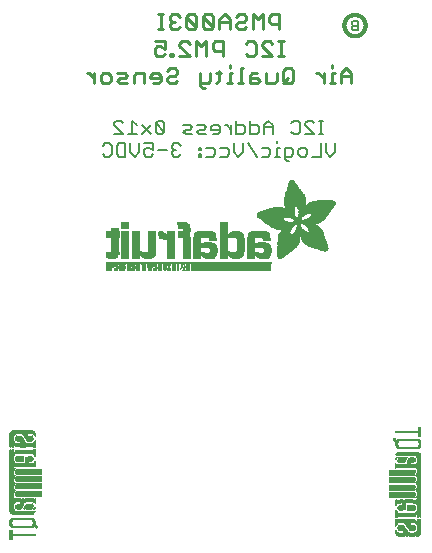
<source format=gbr>
G04 EAGLE Gerber RS-274X export*
G75*
%MOMM*%
%FSLAX34Y34*%
%LPD*%
%INSilkscreen Bottom*%
%IPPOS*%
%AMOC8*
5,1,8,0,0,1.08239X$1,22.5*%
G01*
%ADD10C,0.228600*%
%ADD11C,0.152400*%
%ADD12C,0.304800*%
%ADD13C,0.203200*%
%ADD14R,0.022863X0.462278*%
%ADD15R,0.022863X0.462281*%
%ADD16R,0.022863X0.436881*%
%ADD17R,0.023113X0.462278*%
%ADD18R,0.023113X0.462281*%
%ADD19R,0.023113X0.436881*%
%ADD20R,0.023116X0.462278*%
%ADD21R,0.023116X0.462281*%
%ADD22R,0.023116X0.436881*%
%ADD23R,0.023113X0.022863*%
%ADD24R,0.023116X0.091441*%
%ADD25R,0.023113X0.139700*%
%ADD26R,0.023116X0.185419*%
%ADD27R,0.023113X0.254000*%
%ADD28R,0.023113X0.299719*%
%ADD29R,0.023116X0.345438*%
%ADD30R,0.023113X0.391159*%
%ADD31R,0.023116X0.393700*%
%ADD32R,0.022863X0.325119*%
%ADD33R,0.022863X0.599438*%
%ADD34R,0.022863X0.622300*%
%ADD35R,0.022863X0.530859*%
%ADD36R,0.022863X0.439422*%
%ADD37R,0.022863X0.231138*%
%ADD38R,0.022863X0.071119*%
%ADD39R,0.022863X0.533400*%
%ADD40R,0.022863X0.208281*%
%ADD41R,0.023113X0.345441*%
%ADD42R,0.023113X0.576578*%
%ADD43R,0.023113X0.599438*%
%ADD44R,0.023113X0.508000*%
%ADD45R,0.023113X0.416563*%
%ADD46R,0.023113X0.208278*%
%ADD47R,0.023113X0.553722*%
%ADD48R,0.023113X0.208281*%
%ADD49R,0.023116X0.345441*%
%ADD50R,0.023116X0.530859*%
%ADD51R,0.023116X0.370841*%
%ADD52R,0.023116X0.162559*%
%ADD53R,0.023116X0.576581*%
%ADD54R,0.023116X0.208281*%
%ADD55R,0.023113X0.322578*%
%ADD56R,0.023113X0.485137*%
%ADD57R,0.023113X0.416559*%
%ADD58R,0.023113X0.347981*%
%ADD59R,0.023113X0.116838*%
%ADD60R,0.023113X0.647700*%
%ADD61R,0.023116X0.322581*%
%ADD62R,0.023116X0.485137*%
%ADD63R,0.023116X0.093978*%
%ADD64R,0.023116X0.231141*%
%ADD65R,0.023116X0.693419*%
%ADD66R,0.023113X0.322581*%
%ADD67R,0.023113X0.439419*%
%ADD68R,0.023113X0.370841*%
%ADD69R,0.023113X0.299722*%
%ADD70R,0.023113X0.045719*%
%ADD71R,0.023113X0.739138*%
%ADD72R,0.023113X0.414019*%
%ADD73R,0.023113X0.347978*%
%ADD74R,0.023113X0.762000*%
%ADD75R,0.023116X0.414019*%
%ADD76R,0.023116X0.182881*%
%ADD77R,0.023116X0.347978*%
%ADD78R,0.023116X0.276863*%
%ADD79R,0.023116X0.116841*%
%ADD80R,0.023116X0.276859*%
%ADD81R,0.023116X0.784863*%
%ADD82R,0.023113X0.325119*%
%ADD83R,0.023113X0.276863*%
%ADD84R,0.023113X0.276859*%
%ADD85R,0.023116X0.325119*%
%ADD86R,0.023116X0.391159*%
%ADD87R,0.023116X0.302259*%
%ADD88R,0.023116X0.254000*%
%ADD89R,0.023113X0.302259*%
%ADD90R,0.023113X0.393700*%
%ADD91R,0.023113X0.231141*%
%ADD92R,0.022863X0.302259*%
%ADD93R,0.022863X0.439419*%
%ADD94R,0.022863X0.368300*%
%ADD95R,0.022863X0.391159*%
%ADD96R,0.022863X0.416559*%
%ADD97R,0.022863X0.276863*%
%ADD98R,0.022863X0.205741*%
%ADD99R,0.023113X0.368300*%
%ADD100R,0.023113X0.205741*%
%ADD101R,0.023116X0.368300*%
%ADD102R,0.023116X0.205741*%
%ADD103R,0.023113X0.182881*%
%ADD104R,0.022863X0.276859*%
%ADD105R,0.022863X0.182881*%
%ADD106R,0.023113X0.924559*%
%ADD107R,0.023116X0.924559*%
%ADD108R,0.023113X0.901700*%
%ADD109R,0.023116X0.901700*%
%ADD110R,0.023113X0.878841*%
%ADD111R,0.023116X0.855981*%
%ADD112R,0.023113X0.833119*%
%ADD113R,0.022863X0.787400*%
%ADD114R,0.022863X0.414019*%
%ADD115R,0.022863X0.924559*%
%ADD116R,0.023113X0.739141*%
%ADD117R,0.023116X0.716281*%
%ADD118R,0.023116X0.299722*%
%ADD119R,0.023113X0.670559*%
%ADD120R,0.023116X0.647700*%
%ADD121R,0.023116X0.508000*%
%ADD122R,0.023116X0.299719*%
%ADD123R,0.023113X0.601981*%
%ADD124R,0.023113X0.530859*%
%ADD125R,0.023113X0.231138*%
%ADD126R,0.023113X0.556259*%
%ADD127R,0.023113X0.185419*%
%ADD128R,0.023116X0.533400*%
%ADD129R,0.023116X0.599438*%
%ADD130R,0.023116X0.416563*%
%ADD131R,0.023116X0.116838*%
%ADD132R,0.023113X0.485141*%
%ADD133R,0.023113X0.645159*%
%ADD134R,0.023113X0.716278*%
%ADD135R,0.022863X0.393700*%
%ADD136R,0.022863X0.762000*%
%ADD137R,0.022863X0.624841*%
%ADD138R,0.023113X0.784859*%
%ADD139R,0.023113X0.693422*%
%ADD140R,0.023116X0.830578*%
%ADD141R,0.023116X0.739141*%
%ADD142R,0.023113X0.876300*%
%ADD143R,0.023113X0.807722*%
%ADD144R,0.023116X0.899159*%
%ADD145R,0.023116X0.878841*%
%ADD146R,0.023113X0.922019*%
%ADD147R,0.023113X0.947419*%
%ADD148R,0.023116X0.970278*%
%ADD149R,0.023113X0.970278*%
%ADD150R,0.023116X0.439419*%
%ADD151R,0.022863X0.299722*%
%ADD152R,0.023116X0.416559*%
%ADD153R,0.023116X0.347981*%
%ADD154R,0.023113X0.137159*%
%ADD155R,0.023113X0.093978*%
%ADD156R,0.023113X0.091441*%
%ADD157R,0.023113X0.093981*%
%ADD158R,0.023113X0.114300*%
%ADD159R,0.023116X0.045719*%
%ADD160R,0.023116X0.045722*%
%ADD161R,0.023113X0.071119*%
%ADD162R,0.023113X0.116841*%
%ADD163R,0.023116X0.139700*%
%ADD164R,0.022863X0.322581*%
%ADD165R,0.022863X0.345441*%
%ADD166R,0.022863X0.162559*%
%ADD167R,0.022863X0.576581*%
%ADD168R,0.023113X0.668019*%
%ADD169R,0.023113X0.533400*%
%ADD170R,0.023116X1.455419*%
%ADD171R,0.023116X5.519419*%
%ADD172R,0.023113X1.455419*%
%ADD173R,0.023113X5.519419*%
%ADD174R,0.023116X5.494019*%
%ADD175R,0.023113X1.430019*%
%ADD176R,0.023113X5.494019*%
%ADD177R,0.023116X1.430019*%
%ADD178R,0.023116X5.471159*%
%ADD179R,0.023116X0.762000*%
%ADD180R,0.023113X1.407159*%
%ADD181R,0.023113X5.471159*%
%ADD182R,0.022863X1.384300*%
%ADD183R,0.022863X5.448300*%
%ADD184R,0.022863X0.716278*%
%ADD185R,0.022863X0.878841*%
%ADD186R,0.023113X1.361438*%
%ADD187R,0.023113X5.425438*%
%ADD188R,0.023116X1.338578*%
%ADD189R,0.023116X5.402578*%
%ADD190R,0.023116X0.624841*%
%ADD191R,0.023113X1.292859*%
%ADD192R,0.023113X5.356859*%
%ADD193R,0.023116X1.224278*%
%ADD194R,0.023116X5.288278*%
%ADD195R,6.839700X0.016800*%
%ADD196R,0.268300X0.016800*%
%ADD197R,0.268200X0.016800*%
%ADD198R,0.251500X0.016800*%
%ADD199R,0.301800X0.016800*%
%ADD200R,0.251400X0.016800*%
%ADD201R,0.285000X0.016800*%
%ADD202R,0.301700X0.016800*%
%ADD203R,0.419100X0.016800*%
%ADD204R,0.318500X0.016800*%
%ADD205R,0.586700X0.016800*%
%ADD206R,0.586800X0.016800*%
%ADD207R,6.839700X0.016700*%
%ADD208R,0.268300X0.016700*%
%ADD209R,0.251400X0.016700*%
%ADD210R,0.251500X0.016700*%
%ADD211R,0.301800X0.016700*%
%ADD212R,0.285000X0.016700*%
%ADD213R,0.301700X0.016700*%
%ADD214R,0.419100X0.016700*%
%ADD215R,0.318500X0.016700*%
%ADD216R,0.586700X0.016700*%
%ADD217R,0.586800X0.016700*%
%ADD218R,0.318600X0.016800*%
%ADD219R,0.569900X0.016800*%
%ADD220R,0.335300X0.016800*%
%ADD221R,0.234700X0.016800*%
%ADD222R,0.234700X0.016700*%
%ADD223R,0.016700X0.016700*%
%ADD224R,0.318600X0.016700*%
%ADD225R,0.569900X0.016700*%
%ADD226R,0.335300X0.016700*%
%ADD227R,0.217900X0.016800*%
%ADD228R,0.033500X0.016800*%
%ADD229R,0.570000X0.016800*%
%ADD230R,0.201100X0.016700*%
%ADD231R,0.050300X0.016700*%
%ADD232R,0.670500X0.016700*%
%ADD233R,1.005800X0.016700*%
%ADD234R,0.570000X0.016700*%
%ADD235R,0.201100X0.016800*%
%ADD236R,0.067000X0.016800*%
%ADD237R,0.670500X0.016800*%
%ADD238R,1.005800X0.016800*%
%ADD239R,0.184400X0.016800*%
%ADD240R,0.989000X0.016800*%
%ADD241R,0.184400X0.016700*%
%ADD242R,0.067000X0.016700*%
%ADD243R,0.989000X0.016700*%
%ADD244R,0.167600X0.016800*%
%ADD245R,0.083800X0.016800*%
%ADD246R,0.637000X0.016800*%
%ADD247R,0.955500X0.016800*%
%ADD248R,0.150800X0.016800*%
%ADD249R,0.100600X0.016800*%
%ADD250R,0.536400X0.016800*%
%ADD251R,0.854900X0.016800*%
%ADD252R,0.150800X0.016700*%
%ADD253R,0.100600X0.016700*%
%ADD254R,0.352000X0.016700*%
%ADD255R,0.435900X0.016700*%
%ADD256R,0.402400X0.016700*%
%ADD257R,0.368800X0.016700*%
%ADD258R,0.134100X0.016800*%
%ADD259R,0.117300X0.016800*%
%ADD260R,0.435900X0.016800*%
%ADD261R,0.368900X0.016800*%
%ADD262R,0.603500X0.016800*%
%ADD263R,0.134100X0.016700*%
%ADD264R,0.117300X0.016700*%
%ADD265R,0.452600X0.016700*%
%ADD266R,0.620300X0.016700*%
%ADD267R,0.284900X0.016800*%
%ADD268R,0.486200X0.016800*%
%ADD269R,0.653800X0.016800*%
%ADD270R,0.804700X0.016800*%
%ADD271R,0.150900X0.016700*%
%ADD272R,0.268200X0.016700*%
%ADD273R,0.737600X0.016700*%
%ADD274R,0.603500X0.016700*%
%ADD275R,0.922000X0.016700*%
%ADD276R,0.150900X0.016800*%
%ADD277R,0.821400X0.016800*%
%ADD278R,0.972300X0.016800*%
%ADD279R,0.989100X0.016800*%
%ADD280R,0.083800X0.016700*%
%ADD281R,0.167600X0.016700*%
%ADD282R,0.821400X0.016700*%
%ADD283R,0.989100X0.016700*%
%ADD284R,0.201200X0.016700*%
%ADD285R,0.050300X0.016800*%
%ADD286R,0.201200X0.016800*%
%ADD287R,0.217900X0.016700*%
%ADD288R,0.284900X0.016700*%
%ADD289R,0.352100X0.016800*%
%ADD290R,0.620300X0.016800*%
%ADD291R,0.385600X0.016800*%
%ADD292R,0.335200X0.016800*%
%ADD293R,0.385600X0.016700*%
%ADD294R,0.687400X0.016700*%
%ADD295R,13.998000X0.016800*%
%ADD296R,13.998000X0.016700*%
%ADD297R,0.637000X0.016700*%
%ADD298R,0.486100X0.016700*%
%ADD299R,0.637100X0.016700*%
%ADD300R,0.519700X0.016700*%
%ADD301R,0.536500X0.016700*%
%ADD302R,0.787900X0.016800*%
%ADD303R,0.687400X0.016800*%
%ADD304R,0.771200X0.016800*%
%ADD305R,0.637100X0.016800*%
%ADD306R,0.720800X0.016800*%
%ADD307R,0.704100X0.016800*%
%ADD308R,0.754400X0.016800*%
%ADD309R,0.838200X0.016700*%
%ADD310R,0.871800X0.016700*%
%ADD311R,0.871700X0.016700*%
%ADD312R,0.402400X0.016800*%
%ADD313R,0.922100X0.016800*%
%ADD314R,0.938800X0.016800*%
%ADD315R,0.938800X0.016700*%
%ADD316R,1.022600X0.016700*%
%ADD317R,0.972400X0.016700*%
%ADD318R,0.972300X0.016700*%
%ADD319R,0.469400X0.016800*%
%ADD320R,1.072900X0.016800*%
%ADD321R,1.022600X0.016800*%
%ADD322R,1.005900X0.016800*%
%ADD323R,0.502900X0.016800*%
%ADD324R,1.123200X0.016800*%
%ADD325R,1.056200X0.016800*%
%ADD326R,1.123100X0.016800*%
%ADD327R,1.139900X0.016700*%
%ADD328R,1.089600X0.016700*%
%ADD329R,0.553200X0.016800*%
%ADD330R,1.190200X0.016800*%
%ADD331R,1.190300X0.016800*%
%ADD332R,1.039400X0.016800*%
%ADD333R,1.223700X0.016800*%
%ADD334R,1.173500X0.016800*%
%ADD335R,1.223800X0.016800*%
%ADD336R,1.240500X0.016700*%
%ADD337R,1.173500X0.016700*%
%ADD338R,1.240600X0.016700*%
%ADD339R,1.190300X0.016700*%
%ADD340R,1.056200X0.016700*%
%ADD341R,1.274100X0.016800*%
%ADD342R,1.274000X0.016800*%
%ADD343R,1.307600X0.016800*%
%ADD344R,1.257300X0.016800*%
%ADD345R,1.324400X0.016800*%
%ADD346R,0.687300X0.016700*%
%ADD347R,1.324400X0.016700*%
%ADD348R,1.307500X0.016700*%
%ADD349R,1.274100X0.016700*%
%ADD350R,1.072900X0.016700*%
%ADD351R,2.011600X0.016800*%
%ADD352R,1.324300X0.016800*%
%ADD353R,1.978100X0.016800*%
%ADD354R,2.011600X0.016700*%
%ADD355R,1.357900X0.016700*%
%ADD356R,1.994900X0.016700*%
%ADD357R,1.341200X0.016700*%
%ADD358R,1.089700X0.016700*%
%ADD359R,0.754300X0.016800*%
%ADD360R,1.994900X0.016800*%
%ADD361R,1.995000X0.016800*%
%ADD362R,1.089700X0.016800*%
%ADD363R,0.787900X0.016700*%
%ADD364R,1.995000X0.016700*%
%ADD365R,2.028400X0.016800*%
%ADD366R,2.011700X0.016800*%
%ADD367R,1.106500X0.016800*%
%ADD368R,2.028400X0.016700*%
%ADD369R,2.011700X0.016700*%
%ADD370R,1.106500X0.016700*%
%ADD371R,0.888400X0.016800*%
%ADD372R,0.922000X0.016800*%
%ADD373R,0.938700X0.016700*%
%ADD374R,2.045200X0.016800*%
%ADD375R,0.938700X0.016800*%
%ADD376R,0.670600X0.016700*%
%ADD377R,0.888500X0.016700*%
%ADD378R,2.045200X0.016700*%
%ADD379R,0.888400X0.016700*%
%ADD380R,0.804600X0.016800*%
%ADD381R,2.028500X0.016800*%
%ADD382R,1.056100X0.016700*%
%ADD383R,0.771100X0.016700*%
%ADD384R,0.754300X0.016700*%
%ADD385R,2.028500X0.016700*%
%ADD386R,0.737700X0.016700*%
%ADD387R,1.072800X0.016800*%
%ADD388R,0.871700X0.016800*%
%ADD389R,0.737600X0.016800*%
%ADD390R,0.871800X0.016800*%
%ADD391R,1.089600X0.016800*%
%ADD392R,0.704000X0.016800*%
%ADD393R,0.687300X0.016800*%
%ADD394R,0.670600X0.016800*%
%ADD395R,1.123100X0.016700*%
%ADD396R,0.720800X0.016700*%
%ADD397R,0.653700X0.016700*%
%ADD398R,0.653800X0.016700*%
%ADD399R,1.139900X0.016800*%
%ADD400R,1.173400X0.016800*%
%ADD401R,1.190200X0.016700*%
%ADD402R,1.207000X0.016800*%
%ADD403R,1.240500X0.016800*%
%ADD404R,0.469400X0.016700*%
%ADD405R,1.274000X0.016700*%
%ADD406R,0.519600X0.016800*%
%ADD407R,1.341100X0.016800*%
%ADD408R,0.771200X0.016700*%
%ADD409R,1.374600X0.016700*%
%ADD410R,0.838200X0.016800*%
%ADD411R,1.391400X0.016800*%
%ADD412R,1.424900X0.016800*%
%ADD413R,1.441700X0.016700*%
%ADD414R,1.475200X0.016800*%
%ADD415R,1.491900X0.016700*%
%ADD416R,1.525500X0.016800*%
%ADD417R,1.559000X0.016700*%
%ADD418R,1.575800X0.016800*%
%ADD419R,1.307600X0.016700*%
%ADD420R,1.592500X0.016700*%
%ADD421R,1.374700X0.016800*%
%ADD422R,1.609300X0.016800*%
%ADD423R,1.408200X0.016800*%
%ADD424R,1.626100X0.016800*%
%ADD425R,1.626100X0.016700*%
%ADD426R,1.508800X0.016800*%
%ADD427R,1.659600X0.016800*%
%ADD428R,1.559000X0.016800*%
%ADD429R,1.676400X0.016800*%
%ADD430R,1.575800X0.016700*%
%ADD431R,1.676400X0.016700*%
%ADD432R,1.978100X0.016700*%
%ADD433R,1.693100X0.016800*%
%ADD434R,1.642800X0.016800*%
%ADD435R,1.709900X0.016800*%
%ADD436R,1.961300X0.016800*%
%ADD437R,1.726600X0.016700*%
%ADD438R,1.961300X0.016700*%
%ADD439R,1.693200X0.016800*%
%ADD440R,1.726600X0.016800*%
%ADD441R,1.944600X0.016800*%
%ADD442R,1.726700X0.016700*%
%ADD443R,1.743400X0.016700*%
%ADD444R,1.944600X0.016700*%
%ADD445R,1.726700X0.016800*%
%ADD446R,1.760200X0.016800*%
%ADD447R,1.927800X0.016800*%
%ADD448R,1.911000X0.016800*%
%ADD449R,1.793700X0.016700*%
%ADD450R,1.776900X0.016700*%
%ADD451R,1.911100X0.016700*%
%ADD452R,1.894300X0.016700*%
%ADD453R,1.793800X0.016800*%
%ADD454R,1.776900X0.016800*%
%ADD455R,1.911100X0.016800*%
%ADD456R,1.894300X0.016800*%
%ADD457R,1.827300X0.016800*%
%ADD458R,1.810500X0.016800*%
%ADD459R,1.877500X0.016800*%
%ADD460R,1.844100X0.016700*%
%ADD461R,1.810500X0.016700*%
%ADD462R,1.860800X0.016700*%
%ADD463R,1.844000X0.016700*%
%ADD464R,1.860900X0.016800*%
%ADD465R,1.844000X0.016800*%
%ADD466R,1.827200X0.016800*%
%ADD467R,1.860800X0.016800*%
%ADD468R,1.793700X0.016800*%
%ADD469R,1.877600X0.016700*%
%ADD470R,1.827200X0.016700*%
%ADD471R,1.927800X0.016700*%
%ADD472R,1.927900X0.016800*%
%ADD473R,1.944700X0.016700*%
%ADD474R,1.877500X0.016700*%
%ADD475R,1.961400X0.016800*%
%ADD476R,1.961400X0.016700*%
%ADD477R,1.978200X0.016800*%
%ADD478R,1.911000X0.016700*%
%ADD479R,0.620200X0.016800*%
%ADD480R,1.425000X0.016800*%
%ADD481R,0.620200X0.016700*%
%ADD482R,1.425000X0.016700*%
%ADD483R,0.653700X0.016800*%
%ADD484R,0.704100X0.016700*%
%ADD485R,0.804700X0.016700*%
%ADD486R,0.905200X0.016800*%
%ADD487R,1.894400X0.016800*%
%ADD488R,1.927900X0.016700*%
%ADD489R,1.877600X0.016800*%
%ADD490R,3.889300X0.016800*%
%ADD491R,3.872500X0.016700*%
%ADD492R,3.872500X0.016800*%
%ADD493R,3.855700X0.016700*%
%ADD494R,0.754400X0.016700*%
%ADD495R,3.855700X0.016800*%
%ADD496R,3.839000X0.016800*%
%ADD497R,0.720900X0.016800*%
%ADD498R,3.822200X0.016700*%
%ADD499R,2.715700X0.016800*%
%ADD500R,2.632000X0.016800*%
%ADD501R,1.290800X0.016800*%
%ADD502R,2.615200X0.016700*%
%ADD503R,1.257300X0.016700*%
%ADD504R,2.581700X0.016800*%
%ADD505R,1.240600X0.016800*%
%ADD506R,2.564900X0.016800*%
%ADD507R,1.760300X0.016800*%
%ADD508R,2.531400X0.016700*%
%ADD509R,1.156700X0.016700*%
%ADD510R,2.514600X0.016800*%
%ADD511R,0.955600X0.016800*%
%ADD512R,2.497800X0.016800*%
%ADD513R,1.659700X0.016800*%
%ADD514R,2.464300X0.016700*%
%ADD515R,1.039300X0.016700*%
%ADD516R,2.447500X0.016800*%
%ADD517R,1.592500X0.016800*%
%ADD518R,0.536500X0.016800*%
%ADD519R,2.430800X0.016700*%
%ADD520R,1.559100X0.016700*%
%ADD521R,1.542300X0.016700*%
%ADD522R,0.502900X0.016700*%
%ADD523R,2.414000X0.016800*%
%ADD524R,0.905300X0.016800*%
%ADD525R,1.508700X0.016800*%
%ADD526R,0.888500X0.016800*%
%ADD527R,2.397300X0.016800*%
%ADD528R,1.441700X0.016800*%
%ADD529R,0.452700X0.016800*%
%ADD530R,1.290900X0.016700*%
%ADD531R,1.156700X0.016800*%
%ADD532R,0.855000X0.016800*%
%ADD533R,1.123200X0.016700*%
%ADD534R,0.720900X0.016700*%
%ADD535R,1.106400X0.016800*%
%ADD536R,1.106400X0.016700*%
%ADD537R,0.771100X0.016800*%
%ADD538R,0.435800X0.016700*%
%ADD539R,1.592600X0.016700*%
%ADD540R,0.435800X0.016800*%
%ADD541R,1.642900X0.016800*%
%ADD542R,0.402300X0.016800*%
%ADD543R,1.793800X0.016700*%
%ADD544R,0.368800X0.016800*%
%ADD545R,1.056100X0.016800*%
%ADD546R,1.039400X0.016700*%
%ADD547R,2.078800X0.016800*%
%ADD548R,0.335200X0.016700*%
%ADD549R,2.145800X0.016700*%
%ADD550R,2.162600X0.016800*%
%ADD551R,0.352000X0.016800*%
%ADD552R,2.212800X0.016800*%
%ADD553R,2.279900X0.016700*%
%ADD554R,2.330200X0.016800*%
%ADD555R,2.799500X0.016800*%
%ADD556R,2.816300X0.016700*%
%ADD557R,0.955500X0.016700*%
%ADD558R,2.849900X0.016800*%
%ADD559R,2.916900X0.016800*%
%ADD560R,4.224500X0.016700*%
%ADD561R,4.291600X0.016800*%
%ADD562R,4.409000X0.016800*%
%ADD563R,4.509500X0.016700*%
%ADD564R,4.526300X0.016800*%
%ADD565R,4.626800X0.016700*%
%ADD566R,4.693900X0.016800*%
%ADD567R,4.727400X0.016800*%
%ADD568R,2.548200X0.016700*%
%ADD569R,2.179300X0.016700*%
%ADD570R,2.430800X0.016800*%
%ADD571R,2.414000X0.016700*%
%ADD572R,2.414100X0.016800*%
%ADD573R,2.430700X0.016700*%
%ADD574R,2.447600X0.016700*%
%ADD575R,1.559100X0.016800*%
%ADD576R,1.525500X0.016700*%
%ADD577R,1.492000X0.016800*%
%ADD578R,1.491900X0.016800*%
%ADD579R,1.458500X0.016700*%
%ADD580R,2.061900X0.016800*%
%ADD581R,1.408100X0.016700*%
%ADD582R,0.905200X0.016700*%
%ADD583R,2.112300X0.016700*%
%ADD584R,2.179300X0.016800*%
%ADD585R,1.408200X0.016700*%
%ADD586R,2.212900X0.016700*%
%ADD587R,1.140000X0.016800*%
%ADD588R,3.319300X0.016800*%
%ADD589R,1.374700X0.016700*%
%ADD590R,0.402300X0.016700*%
%ADD591R,3.302500X0.016700*%
%ADD592R,3.285700X0.016800*%
%ADD593R,1.357900X0.016800*%
%ADD594R,3.269000X0.016800*%
%ADD595R,3.285800X0.016700*%
%ADD596R,3.268900X0.016800*%
%ADD597R,0.452700X0.016700*%
%ADD598R,3.268900X0.016700*%
%ADD599R,1.391400X0.016700*%
%ADD600R,3.269000X0.016700*%
%ADD601R,1.374600X0.016800*%
%ADD602R,0.519700X0.016800*%
%ADD603R,3.252200X0.016800*%
%ADD604R,3.235400X0.016800*%
%ADD605R,3.235400X0.016700*%
%ADD606R,3.218600X0.016800*%
%ADD607R,3.201900X0.016800*%
%ADD608R,3.201900X0.016700*%
%ADD609R,1.458500X0.016800*%
%ADD610R,1.525600X0.016800*%
%ADD611R,3.185100X0.016800*%
%ADD612R,2.531300X0.016700*%
%ADD613R,3.168400X0.016700*%
%ADD614R,2.531300X0.016800*%
%ADD615R,3.151600X0.016800*%
%ADD616R,2.548100X0.016800*%
%ADD617R,3.134900X0.016800*%
%ADD618R,2.564900X0.016700*%
%ADD619R,3.118100X0.016700*%
%ADD620R,2.581600X0.016800*%
%ADD621R,3.101400X0.016800*%
%ADD622R,2.598400X0.016700*%
%ADD623R,3.067900X0.016700*%
%ADD624R,2.598400X0.016800*%
%ADD625R,3.034300X0.016800*%
%ADD626R,2.615100X0.016800*%
%ADD627R,3.000800X0.016800*%
%ADD628R,2.631900X0.016700*%
%ADD629R,2.950500X0.016700*%
%ADD630R,2.648700X0.016800*%
%ADD631R,2.900200X0.016800*%
%ADD632R,2.665500X0.016800*%
%ADD633R,2.682200X0.016700*%
%ADD634R,2.799600X0.016700*%
%ADD635R,2.699000X0.016800*%
%ADD636R,2.732500X0.016800*%
%ADD637R,2.749300X0.016700*%
%ADD638R,2.632000X0.016700*%
%ADD639R,2.749300X0.016800*%
%ADD640R,2.766100X0.016700*%
%ADD641R,2.766100X0.016800*%
%ADD642R,2.481100X0.016800*%
%ADD643R,2.782900X0.016800*%
%ADD644R,2.380500X0.016700*%
%ADD645R,2.833100X0.016800*%
%ADD646R,1.592600X0.016800*%
%ADD647R,2.849900X0.016700*%
%ADD648R,2.883400X0.016800*%
%ADD649R,2.917000X0.016700*%
%ADD650R,2.933700X0.016800*%
%ADD651R,2.967200X0.016800*%
%ADD652R,2.967200X0.016700*%
%ADD653R,3.017500X0.016700*%
%ADD654R,3.051000X0.016800*%
%ADD655R,0.788000X0.016800*%
%ADD656R,3.084600X0.016800*%
%ADD657R,2.397300X0.016700*%
%ADD658R,2.397200X0.016800*%
%ADD659R,1.760200X0.016700*%
%ADD660R,2.397200X0.016700*%
%ADD661R,1.827300X0.016700*%
%ADD662R,2.380500X0.016800*%
%ADD663R,2.363700X0.016800*%
%ADD664R,2.363700X0.016700*%
%ADD665R,2.346900X0.016800*%
%ADD666R,2.296600X0.016700*%
%ADD667R,2.279900X0.016800*%
%ADD668R,2.246300X0.016800*%
%ADD669R,2.229600X0.016700*%
%ADD670R,2.129100X0.016800*%
%ADD671R,2.112300X0.016800*%
%ADD672R,1.609300X0.016700*%
%ADD673R,1.743400X0.016800*%
%ADD674R,1.693100X0.016700*%
%ADD675R,1.659700X0.016700*%
%ADD676R,1.575900X0.016800*%
%ADD677R,1.575900X0.016700*%
%ADD678R,1.475200X0.016700*%
%ADD679R,1.324300X0.016700*%
%ADD680R,1.290800X0.016700*%
%ADD681R,1.207000X0.016700*%
%ADD682R,0.854900X0.016700*%
%ADD683R,0.821500X0.016700*%
%ADD684R,0.821500X0.016800*%
%ADD685R,0.218000X0.016800*%


D10*
X230449Y473583D02*
X230449Y486548D01*
X223967Y486548D01*
X221806Y484387D01*
X221806Y480066D01*
X223967Y477905D01*
X230449Y477905D01*
X216417Y473583D02*
X216417Y486548D01*
X212095Y482226D01*
X207773Y486548D01*
X207773Y473583D01*
X195901Y486548D02*
X193740Y484387D01*
X195901Y486548D02*
X200223Y486548D01*
X202384Y484387D01*
X202384Y482226D01*
X200223Y480066D01*
X195901Y480066D01*
X193740Y477905D01*
X193740Y475744D01*
X195901Y473583D01*
X200223Y473583D01*
X202384Y475744D01*
X188351Y473583D02*
X188351Y482226D01*
X184029Y486548D01*
X179708Y482226D01*
X179708Y473583D01*
X179708Y480066D02*
X188351Y480066D01*
X174318Y475744D02*
X174318Y484387D01*
X172157Y486548D01*
X167836Y486548D01*
X165675Y484387D01*
X165675Y475744D01*
X167836Y473583D01*
X172157Y473583D01*
X174318Y475744D01*
X165675Y484387D01*
X160286Y484387D02*
X160286Y475744D01*
X160286Y484387D02*
X158125Y486548D01*
X153803Y486548D01*
X151642Y484387D01*
X151642Y475744D01*
X153803Y473583D01*
X158125Y473583D01*
X160286Y475744D01*
X151642Y484387D01*
X146253Y484387D02*
X144092Y486548D01*
X139770Y486548D01*
X137609Y484387D01*
X137609Y482226D01*
X139770Y480066D01*
X141931Y480066D01*
X139770Y480066D02*
X137609Y477905D01*
X137609Y475744D01*
X139770Y473583D01*
X144092Y473583D01*
X146253Y475744D01*
X132220Y473583D02*
X127898Y473583D01*
X130059Y473583D02*
X130059Y486548D01*
X132220Y486548D02*
X127898Y486548D01*
X229636Y450723D02*
X233958Y450723D01*
X231797Y450723D02*
X231797Y463688D01*
X233958Y463688D02*
X229636Y463688D01*
X224602Y450723D02*
X215959Y450723D01*
X224602Y450723D02*
X215959Y459366D01*
X215959Y461527D01*
X218120Y463688D01*
X222442Y463688D01*
X224602Y461527D01*
X204087Y463688D02*
X201926Y461527D01*
X204087Y463688D02*
X208409Y463688D01*
X210570Y461527D01*
X210570Y452884D01*
X208409Y450723D01*
X204087Y450723D01*
X201926Y452884D01*
X182504Y450723D02*
X182504Y463688D01*
X176022Y463688D01*
X173861Y461527D01*
X173861Y457206D01*
X176022Y455045D01*
X182504Y455045D01*
X168471Y450723D02*
X168471Y463688D01*
X164150Y459366D01*
X159828Y463688D01*
X159828Y450723D01*
X154439Y450723D02*
X145795Y450723D01*
X145795Y459366D02*
X154439Y450723D01*
X145795Y459366D02*
X145795Y461527D01*
X147956Y463688D01*
X152278Y463688D01*
X154439Y461527D01*
X140406Y452884D02*
X140406Y450723D01*
X140406Y452884D02*
X138245Y452884D01*
X138245Y450723D01*
X140406Y450723D01*
X133389Y463688D02*
X124746Y463688D01*
X133389Y463688D02*
X133389Y457206D01*
X129068Y459366D01*
X126907Y459366D01*
X124746Y457206D01*
X124746Y452884D01*
X126907Y450723D01*
X131229Y450723D01*
X133389Y452884D01*
X291258Y436506D02*
X291258Y427863D01*
X291258Y436506D02*
X286936Y440828D01*
X282615Y436506D01*
X282615Y427863D01*
X282615Y434346D02*
X291258Y434346D01*
X277225Y436506D02*
X275065Y436506D01*
X275065Y427863D01*
X277225Y427863D02*
X272904Y427863D01*
X275065Y440828D02*
X275065Y442989D01*
X267870Y436506D02*
X267870Y427863D01*
X267870Y432185D02*
X263549Y436506D01*
X261388Y436506D01*
X242143Y438667D02*
X242143Y430024D01*
X242143Y438667D02*
X239983Y440828D01*
X235661Y440828D01*
X233500Y438667D01*
X233500Y430024D01*
X235661Y427863D01*
X239983Y427863D01*
X242143Y430024D01*
X237822Y432185D02*
X233500Y427863D01*
X228111Y430024D02*
X228111Y436506D01*
X228111Y430024D02*
X225950Y427863D01*
X219467Y427863D01*
X219467Y436506D01*
X211917Y436506D02*
X207595Y436506D01*
X205435Y434346D01*
X205435Y427863D01*
X211917Y427863D01*
X214078Y430024D01*
X211917Y432185D01*
X205435Y432185D01*
X200045Y440828D02*
X197884Y440828D01*
X197884Y427863D01*
X200045Y427863D02*
X195723Y427863D01*
X190690Y436506D02*
X188529Y436506D01*
X188529Y427863D01*
X190690Y427863D02*
X186368Y427863D01*
X188529Y440828D02*
X188529Y442989D01*
X179174Y438667D02*
X179174Y430024D01*
X177013Y427863D01*
X177013Y436506D02*
X181335Y436506D01*
X171980Y436506D02*
X171980Y430024D01*
X169819Y427863D01*
X163336Y427863D01*
X163336Y425702D02*
X163336Y436506D01*
X163336Y425702D02*
X165497Y423541D01*
X167658Y423541D01*
X137431Y440828D02*
X135271Y438667D01*
X137431Y440828D02*
X141753Y440828D01*
X143914Y438667D01*
X143914Y436506D01*
X141753Y434346D01*
X137431Y434346D01*
X135271Y432185D01*
X135271Y430024D01*
X137431Y427863D01*
X141753Y427863D01*
X143914Y430024D01*
X127720Y427863D02*
X123399Y427863D01*
X127720Y427863D02*
X129881Y430024D01*
X129881Y434346D01*
X127720Y436506D01*
X123399Y436506D01*
X121238Y434346D01*
X121238Y432185D01*
X129881Y432185D01*
X115848Y427863D02*
X115848Y436506D01*
X109366Y436506D01*
X107205Y434346D01*
X107205Y427863D01*
X101816Y427863D02*
X95333Y427863D01*
X93172Y430024D01*
X95333Y432185D01*
X99655Y432185D01*
X101816Y434346D01*
X99655Y436506D01*
X93172Y436506D01*
X85622Y427863D02*
X81300Y427863D01*
X79139Y430024D01*
X79139Y434346D01*
X81300Y436506D01*
X85622Y436506D01*
X87783Y434346D01*
X87783Y430024D01*
X85622Y427863D01*
X73750Y427863D02*
X73750Y436506D01*
X73750Y432185D02*
X69428Y436506D01*
X67268Y436506D01*
D11*
X263938Y384937D02*
X267666Y384937D01*
X265802Y384937D02*
X265802Y396123D01*
X267666Y396123D02*
X263938Y396123D01*
X259870Y384937D02*
X252413Y384937D01*
X259870Y384937D02*
X252413Y392394D01*
X252413Y394258D01*
X254278Y396123D01*
X258006Y396123D01*
X259870Y394258D01*
X242584Y396123D02*
X240719Y394258D01*
X242584Y396123D02*
X246312Y396123D01*
X248177Y394258D01*
X248177Y386801D01*
X246312Y384937D01*
X242584Y384937D01*
X240719Y386801D01*
X224789Y384937D02*
X224789Y392394D01*
X221060Y396123D01*
X217332Y392394D01*
X217332Y384937D01*
X217332Y390530D02*
X224789Y390530D01*
X205638Y396123D02*
X205638Y384937D01*
X211230Y384937D01*
X213095Y386801D01*
X213095Y390530D01*
X211230Y392394D01*
X205638Y392394D01*
X193944Y396123D02*
X193944Y384937D01*
X199536Y384937D01*
X201401Y386801D01*
X201401Y390530D01*
X199536Y392394D01*
X193944Y392394D01*
X189707Y392394D02*
X189707Y384937D01*
X189707Y388666D02*
X185978Y392394D01*
X184114Y392394D01*
X178097Y384937D02*
X174369Y384937D01*
X178097Y384937D02*
X179962Y386801D01*
X179962Y390530D01*
X178097Y392394D01*
X174369Y392394D01*
X172505Y390530D01*
X172505Y388666D01*
X179962Y388666D01*
X168268Y384937D02*
X162675Y384937D01*
X160811Y386801D01*
X162675Y388666D01*
X166403Y388666D01*
X168268Y390530D01*
X166403Y392394D01*
X160811Y392394D01*
X156574Y384937D02*
X150981Y384937D01*
X149117Y386801D01*
X150981Y388666D01*
X154710Y388666D01*
X156574Y390530D01*
X154710Y392394D01*
X149117Y392394D01*
X133186Y394258D02*
X133186Y386801D01*
X133186Y394258D02*
X131322Y396123D01*
X127593Y396123D01*
X125729Y394258D01*
X125729Y386801D01*
X127593Y384937D01*
X131322Y384937D01*
X133186Y386801D01*
X125729Y394258D01*
X121492Y392394D02*
X114035Y384937D01*
X121492Y384937D02*
X114035Y392394D01*
X109798Y392394D02*
X106069Y396123D01*
X106069Y384937D01*
X102341Y384937D02*
X109798Y384937D01*
X98104Y384937D02*
X90647Y384937D01*
X98104Y384937D02*
X90647Y392394D01*
X90647Y394258D01*
X92511Y396123D01*
X96240Y396123D01*
X98104Y394258D01*
X277411Y377073D02*
X277411Y369616D01*
X273683Y365887D01*
X269954Y369616D01*
X269954Y377073D01*
X265717Y377073D02*
X265717Y365887D01*
X258260Y365887D01*
X252159Y365887D02*
X248431Y365887D01*
X246566Y367751D01*
X246566Y371480D01*
X248431Y373344D01*
X252159Y373344D01*
X254024Y371480D01*
X254024Y367751D01*
X252159Y365887D01*
X238601Y362159D02*
X236737Y362159D01*
X234873Y364023D01*
X234873Y373344D01*
X240465Y373344D01*
X242330Y371480D01*
X242330Y367751D01*
X240465Y365887D01*
X234873Y365887D01*
X230636Y373344D02*
X228771Y373344D01*
X228771Y365887D01*
X226907Y365887D02*
X230636Y365887D01*
X228771Y377073D02*
X228771Y378937D01*
X220975Y373344D02*
X215383Y373344D01*
X220975Y373344D02*
X222840Y371480D01*
X222840Y367751D01*
X220975Y365887D01*
X215383Y365887D01*
X211146Y365887D02*
X203689Y377073D01*
X199452Y377073D02*
X199452Y369616D01*
X195723Y365887D01*
X191995Y369616D01*
X191995Y377073D01*
X185893Y373344D02*
X180301Y373344D01*
X185893Y373344D02*
X187758Y371480D01*
X187758Y367751D01*
X185893Y365887D01*
X180301Y365887D01*
X174199Y373344D02*
X168607Y373344D01*
X174199Y373344D02*
X176064Y371480D01*
X176064Y367751D01*
X174199Y365887D01*
X168607Y365887D01*
X164370Y373344D02*
X162506Y373344D01*
X162506Y371480D01*
X164370Y371480D01*
X164370Y373344D01*
X164370Y367751D02*
X162506Y367751D01*
X162506Y365887D01*
X164370Y365887D01*
X164370Y367751D01*
X146829Y375208D02*
X144965Y377073D01*
X141236Y377073D01*
X139372Y375208D01*
X139372Y373344D01*
X141236Y371480D01*
X143100Y371480D01*
X141236Y371480D02*
X139372Y369616D01*
X139372Y367751D01*
X141236Y365887D01*
X144965Y365887D01*
X146829Y367751D01*
X135135Y371480D02*
X127678Y371480D01*
X123441Y377073D02*
X115984Y377073D01*
X123441Y377073D02*
X123441Y371480D01*
X119712Y373344D01*
X117848Y373344D01*
X115984Y371480D01*
X115984Y367751D01*
X117848Y365887D01*
X121577Y365887D01*
X123441Y367751D01*
X111747Y369616D02*
X111747Y377073D01*
X111747Y369616D02*
X108018Y365887D01*
X104290Y369616D01*
X104290Y377073D01*
X100053Y377073D02*
X100053Y365887D01*
X94460Y365887D01*
X92596Y367751D01*
X92596Y375208D01*
X94460Y377073D01*
X100053Y377073D01*
X82766Y377073D02*
X80902Y375208D01*
X82766Y377073D02*
X86495Y377073D01*
X88359Y375208D01*
X88359Y367751D01*
X86495Y365887D01*
X82766Y365887D01*
X80902Y367751D01*
D12*
X285520Y476760D02*
X285523Y476980D01*
X285531Y477201D01*
X285544Y477421D01*
X285563Y477640D01*
X285588Y477859D01*
X285617Y478078D01*
X285652Y478295D01*
X285693Y478512D01*
X285738Y478728D01*
X285789Y478942D01*
X285845Y479155D01*
X285907Y479367D01*
X285973Y479577D01*
X286045Y479785D01*
X286122Y479992D01*
X286204Y480196D01*
X286290Y480399D01*
X286382Y480599D01*
X286479Y480798D01*
X286580Y480993D01*
X286687Y481186D01*
X286798Y481377D01*
X286913Y481564D01*
X287033Y481749D01*
X287158Y481931D01*
X287287Y482109D01*
X287421Y482285D01*
X287558Y482457D01*
X287700Y482625D01*
X287846Y482791D01*
X287996Y482952D01*
X288150Y483110D01*
X288308Y483264D01*
X288469Y483414D01*
X288635Y483560D01*
X288803Y483702D01*
X288975Y483839D01*
X289151Y483973D01*
X289329Y484102D01*
X289511Y484227D01*
X289696Y484347D01*
X289883Y484462D01*
X290074Y484573D01*
X290267Y484680D01*
X290462Y484781D01*
X290661Y484878D01*
X290861Y484970D01*
X291064Y485056D01*
X291268Y485138D01*
X291475Y485215D01*
X291683Y485287D01*
X291893Y485353D01*
X292105Y485415D01*
X292318Y485471D01*
X292532Y485522D01*
X292748Y485567D01*
X292965Y485608D01*
X293182Y485643D01*
X293401Y485672D01*
X293620Y485697D01*
X293839Y485716D01*
X294059Y485729D01*
X294280Y485737D01*
X294500Y485740D01*
X294720Y485737D01*
X294941Y485729D01*
X295161Y485716D01*
X295380Y485697D01*
X295599Y485672D01*
X295818Y485643D01*
X296035Y485608D01*
X296252Y485567D01*
X296468Y485522D01*
X296682Y485471D01*
X296895Y485415D01*
X297107Y485353D01*
X297317Y485287D01*
X297525Y485215D01*
X297732Y485138D01*
X297936Y485056D01*
X298139Y484970D01*
X298339Y484878D01*
X298538Y484781D01*
X298733Y484680D01*
X298926Y484573D01*
X299117Y484462D01*
X299304Y484347D01*
X299489Y484227D01*
X299671Y484102D01*
X299849Y483973D01*
X300025Y483839D01*
X300197Y483702D01*
X300365Y483560D01*
X300531Y483414D01*
X300692Y483264D01*
X300850Y483110D01*
X301004Y482952D01*
X301154Y482791D01*
X301300Y482625D01*
X301442Y482457D01*
X301579Y482285D01*
X301713Y482109D01*
X301842Y481931D01*
X301967Y481749D01*
X302087Y481564D01*
X302202Y481377D01*
X302313Y481186D01*
X302420Y480993D01*
X302521Y480798D01*
X302618Y480599D01*
X302710Y480399D01*
X302796Y480196D01*
X302878Y479992D01*
X302955Y479785D01*
X303027Y479577D01*
X303093Y479367D01*
X303155Y479155D01*
X303211Y478942D01*
X303262Y478728D01*
X303307Y478512D01*
X303348Y478295D01*
X303383Y478078D01*
X303412Y477859D01*
X303437Y477640D01*
X303456Y477421D01*
X303469Y477201D01*
X303477Y476980D01*
X303480Y476760D01*
X303477Y476540D01*
X303469Y476319D01*
X303456Y476099D01*
X303437Y475880D01*
X303412Y475661D01*
X303383Y475442D01*
X303348Y475225D01*
X303307Y475008D01*
X303262Y474792D01*
X303211Y474578D01*
X303155Y474365D01*
X303093Y474153D01*
X303027Y473943D01*
X302955Y473735D01*
X302878Y473528D01*
X302796Y473324D01*
X302710Y473121D01*
X302618Y472921D01*
X302521Y472722D01*
X302420Y472527D01*
X302313Y472334D01*
X302202Y472143D01*
X302087Y471956D01*
X301967Y471771D01*
X301842Y471589D01*
X301713Y471411D01*
X301579Y471235D01*
X301442Y471063D01*
X301300Y470895D01*
X301154Y470729D01*
X301004Y470568D01*
X300850Y470410D01*
X300692Y470256D01*
X300531Y470106D01*
X300365Y469960D01*
X300197Y469818D01*
X300025Y469681D01*
X299849Y469547D01*
X299671Y469418D01*
X299489Y469293D01*
X299304Y469173D01*
X299117Y469058D01*
X298926Y468947D01*
X298733Y468840D01*
X298538Y468739D01*
X298339Y468642D01*
X298139Y468550D01*
X297936Y468464D01*
X297732Y468382D01*
X297525Y468305D01*
X297317Y468233D01*
X297107Y468167D01*
X296895Y468105D01*
X296682Y468049D01*
X296468Y467998D01*
X296252Y467953D01*
X296035Y467912D01*
X295818Y467877D01*
X295599Y467848D01*
X295380Y467823D01*
X295161Y467804D01*
X294941Y467791D01*
X294720Y467783D01*
X294500Y467780D01*
X294280Y467783D01*
X294059Y467791D01*
X293839Y467804D01*
X293620Y467823D01*
X293401Y467848D01*
X293182Y467877D01*
X292965Y467912D01*
X292748Y467953D01*
X292532Y467998D01*
X292318Y468049D01*
X292105Y468105D01*
X291893Y468167D01*
X291683Y468233D01*
X291475Y468305D01*
X291268Y468382D01*
X291064Y468464D01*
X290861Y468550D01*
X290661Y468642D01*
X290462Y468739D01*
X290267Y468840D01*
X290074Y468947D01*
X289883Y469058D01*
X289696Y469173D01*
X289511Y469293D01*
X289329Y469418D01*
X289151Y469547D01*
X288975Y469681D01*
X288803Y469818D01*
X288635Y469960D01*
X288469Y470106D01*
X288308Y470256D01*
X288150Y470410D01*
X287996Y470568D01*
X287846Y470729D01*
X287700Y470895D01*
X287558Y471063D01*
X287421Y471235D01*
X287287Y471411D01*
X287158Y471589D01*
X287033Y471771D01*
X286913Y471956D01*
X286798Y472143D01*
X286687Y472334D01*
X286580Y472527D01*
X286479Y472722D01*
X286382Y472921D01*
X286290Y473121D01*
X286204Y473324D01*
X286122Y473528D01*
X286045Y473735D01*
X285973Y473943D01*
X285907Y474153D01*
X285845Y474365D01*
X285789Y474578D01*
X285738Y474792D01*
X285693Y475008D01*
X285652Y475225D01*
X285617Y475442D01*
X285588Y475661D01*
X285563Y475880D01*
X285544Y476099D01*
X285531Y476319D01*
X285523Y476540D01*
X285520Y476760D01*
D13*
X297040Y472696D02*
X297040Y480831D01*
X292973Y480831D01*
X291617Y479475D01*
X291617Y478119D01*
X292973Y476763D01*
X291617Y475408D01*
X291617Y474052D01*
X292973Y472696D01*
X297040Y472696D01*
X297040Y476763D02*
X292973Y476763D01*
D14*
X324420Y79227D03*
D15*
X324420Y85476D03*
X324420Y91699D03*
D16*
X324420Y98049D03*
D17*
X324650Y79227D03*
D18*
X324650Y85476D03*
X324650Y91699D03*
D19*
X324650Y98049D03*
D20*
X324881Y79227D03*
D21*
X324881Y85476D03*
X324881Y91699D03*
D22*
X324881Y98049D03*
D17*
X325112Y79227D03*
D18*
X325112Y85476D03*
X325112Y91699D03*
D19*
X325112Y98049D03*
D20*
X325343Y79227D03*
D21*
X325343Y85476D03*
X325343Y91699D03*
D22*
X325343Y98049D03*
D17*
X325574Y79227D03*
D18*
X325574Y85476D03*
X325574Y91699D03*
D19*
X325574Y98049D03*
D17*
X325806Y79227D03*
D18*
X325806Y85476D03*
X325806Y91699D03*
D19*
X325806Y98049D03*
D20*
X326037Y79227D03*
D21*
X326037Y85476D03*
X326037Y91699D03*
D22*
X326037Y98049D03*
D17*
X326268Y79227D03*
D18*
X326268Y85476D03*
X326268Y91699D03*
D19*
X326268Y98049D03*
D20*
X326499Y79227D03*
D21*
X326499Y85476D03*
X326499Y91699D03*
D22*
X326499Y98049D03*
D17*
X326730Y79227D03*
D18*
X326730Y85476D03*
X326730Y91699D03*
D19*
X326730Y98049D03*
D14*
X326960Y79227D03*
D15*
X326960Y85476D03*
X326960Y91699D03*
D16*
X326960Y98049D03*
D17*
X327190Y79227D03*
D18*
X327190Y85476D03*
X327190Y91699D03*
D19*
X327190Y98049D03*
D23*
X327190Y126459D03*
D20*
X327421Y79227D03*
D21*
X327421Y85476D03*
X327421Y91699D03*
D22*
X327421Y98049D03*
D24*
X327421Y126344D03*
D17*
X327652Y79227D03*
D18*
X327652Y85476D03*
X327652Y91699D03*
D19*
X327652Y98049D03*
D25*
X327652Y126103D03*
D20*
X327883Y79227D03*
D21*
X327883Y85476D03*
X327883Y91699D03*
D22*
X327883Y98049D03*
D26*
X327883Y126103D03*
D17*
X328114Y79227D03*
D18*
X328114Y85476D03*
X328114Y91699D03*
D19*
X328114Y98049D03*
D27*
X328114Y125989D03*
D17*
X328346Y79227D03*
D18*
X328346Y85476D03*
X328346Y91699D03*
D19*
X328346Y98049D03*
D28*
X328346Y125760D03*
D20*
X328577Y79227D03*
D21*
X328577Y85476D03*
X328577Y91699D03*
D22*
X328577Y98049D03*
D29*
X328577Y125760D03*
D30*
X328808Y125531D03*
D31*
X329039Y125062D03*
D17*
X329270Y124033D03*
D32*
X329500Y48061D03*
D33*
X329500Y55910D03*
D34*
X329500Y63644D03*
D35*
X329500Y72661D03*
D14*
X329500Y79227D03*
D15*
X329500Y85476D03*
X329500Y91699D03*
D16*
X329500Y98049D03*
D36*
X329500Y104284D03*
D37*
X329500Y109949D03*
D38*
X329500Y113060D03*
D39*
X329500Y123220D03*
D40*
X329500Y132466D03*
D41*
X329730Y47706D03*
D42*
X329730Y56024D03*
D43*
X329730Y63530D03*
D44*
X329730Y72776D03*
D17*
X329730Y79227D03*
D18*
X329730Y85476D03*
X329730Y91699D03*
D19*
X329730Y98049D03*
D45*
X329730Y104170D03*
D46*
X329730Y110063D03*
D25*
X329730Y113403D03*
D47*
X329730Y122636D03*
D48*
X329730Y132466D03*
D49*
X329961Y47249D03*
D50*
X329961Y56253D03*
X329961Y63187D03*
D20*
X329961Y73004D03*
X329961Y79227D03*
D21*
X329961Y85476D03*
X329961Y91699D03*
D22*
X329961Y98049D03*
D51*
X329961Y103941D03*
D52*
X329961Y110291D03*
D26*
X329961Y113632D03*
D53*
X329961Y122522D03*
D54*
X329961Y132466D03*
D55*
X330192Y46906D03*
D56*
X330192Y56482D03*
D44*
X330192Y63073D03*
D57*
X330192Y73233D03*
D17*
X330192Y79227D03*
D18*
X330192Y85476D03*
X330192Y91699D03*
D19*
X330192Y98049D03*
D58*
X330192Y103827D03*
D59*
X330192Y110520D03*
D46*
X330192Y113746D03*
D60*
X330192Y122649D03*
D48*
X330192Y132466D03*
D61*
X330423Y46677D03*
D20*
X330423Y56596D03*
D62*
X330423Y62959D03*
D31*
X330423Y73347D03*
D20*
X330423Y79227D03*
D21*
X330423Y85476D03*
X330423Y91699D03*
D22*
X330423Y98049D03*
D61*
X330423Y103700D03*
D63*
X330423Y110634D03*
D64*
X330423Y113860D03*
D65*
X330423Y122649D03*
D54*
X330423Y132466D03*
D66*
X330654Y46449D03*
D67*
X330654Y56710D03*
D17*
X330654Y62844D03*
D68*
X330654Y73461D03*
D17*
X330654Y79227D03*
D18*
X330654Y85476D03*
X330654Y91699D03*
D19*
X330654Y98049D03*
D69*
X330654Y103586D03*
D70*
X330654Y110876D03*
D27*
X330654Y113974D03*
D71*
X330654Y122649D03*
D48*
X330654Y132466D03*
D66*
X330886Y46220D03*
D72*
X330886Y56837D03*
D67*
X330886Y62730D03*
D73*
X330886Y73576D03*
D17*
X330886Y79227D03*
D18*
X330886Y85476D03*
X330886Y91699D03*
D19*
X330886Y98049D03*
D69*
X330886Y103586D03*
D27*
X330886Y113974D03*
D74*
X330886Y122534D03*
D48*
X330886Y132466D03*
D61*
X331117Y46220D03*
D64*
X331117Y51300D03*
D75*
X331117Y56837D03*
X331117Y62603D03*
D76*
X331117Y68381D03*
D77*
X331117Y73576D03*
D20*
X331117Y79227D03*
D21*
X331117Y85476D03*
X331117Y91699D03*
D22*
X331117Y98049D03*
D78*
X331117Y103472D03*
D79*
X331117Y108209D03*
D80*
X331117Y114089D03*
D81*
X331117Y122649D03*
D54*
X331117Y132466D03*
D82*
X331348Y45979D03*
D66*
X331348Y51300D03*
D30*
X331348Y56951D03*
D72*
X331348Y62603D03*
D82*
X331348Y68381D03*
X331348Y73690D03*
D17*
X331348Y79227D03*
D18*
X331348Y85476D03*
X331348Y91699D03*
D19*
X331348Y98049D03*
D83*
X331348Y103472D03*
D84*
X331348Y108323D03*
X331348Y114089D03*
D83*
X331348Y120109D03*
D84*
X331348Y125417D03*
D48*
X331348Y132466D03*
D85*
X331579Y45979D03*
D51*
X331579Y51287D03*
D86*
X331579Y56951D03*
D75*
X331579Y62603D03*
D51*
X331579Y68381D03*
D85*
X331579Y73690D03*
D20*
X331579Y79227D03*
D21*
X331579Y85476D03*
X331579Y91699D03*
D22*
X331579Y98049D03*
D78*
X331579Y103472D03*
D49*
X331579Y108437D03*
D87*
X331579Y114216D03*
D88*
X331579Y119766D03*
D64*
X331579Y125646D03*
D54*
X331579Y132466D03*
D82*
X331810Y45979D03*
D57*
X331810Y51287D03*
D30*
X331810Y56951D03*
X331810Y62489D03*
D57*
X331810Y68381D03*
D89*
X331810Y73804D03*
D17*
X331810Y79227D03*
D18*
X331810Y85476D03*
X331810Y91699D03*
D19*
X331810Y98049D03*
D83*
X331810Y103472D03*
D90*
X331810Y108679D03*
D89*
X331810Y114216D03*
D91*
X331810Y119651D03*
D48*
X331810Y125760D03*
X331810Y132466D03*
D92*
X332040Y45864D03*
D93*
X332040Y51173D03*
D94*
X332040Y57066D03*
D95*
X332040Y62489D03*
D96*
X332040Y68381D03*
D92*
X332040Y73804D03*
D14*
X332040Y79227D03*
D15*
X332040Y85476D03*
X332040Y91699D03*
D16*
X332040Y98049D03*
D97*
X332040Y103472D03*
D93*
X332040Y108679D03*
D92*
X332040Y114216D03*
D98*
X332040Y119524D03*
D40*
X332040Y125760D03*
X332040Y132466D03*
D89*
X332270Y45864D03*
D17*
X332270Y51287D03*
D99*
X332270Y57066D03*
D30*
X332270Y62489D03*
D18*
X332270Y68381D03*
D89*
X332270Y73804D03*
D17*
X332270Y79227D03*
D18*
X332270Y85476D03*
X332270Y91699D03*
D19*
X332270Y98049D03*
D83*
X332270Y103472D03*
D17*
X332270Y108793D03*
D89*
X332270Y114216D03*
D100*
X332270Y119524D03*
D48*
X332270Y125989D03*
X332270Y132466D03*
D87*
X332501Y45864D03*
D20*
X332501Y51287D03*
D101*
X332501Y57066D03*
D86*
X332501Y62489D03*
D21*
X332501Y68381D03*
D87*
X332501Y73804D03*
D20*
X332501Y79227D03*
D21*
X332501Y85476D03*
X332501Y91699D03*
D22*
X332501Y98049D03*
D78*
X332501Y103472D03*
D20*
X332501Y108793D03*
D87*
X332501Y114216D03*
D102*
X332501Y119524D03*
D54*
X332501Y125989D03*
X332501Y132466D03*
D89*
X332732Y45864D03*
D17*
X332732Y51287D03*
D99*
X332732Y57066D03*
X332732Y62374D03*
D18*
X332732Y68381D03*
D89*
X332732Y73804D03*
D17*
X332732Y79227D03*
D18*
X332732Y85476D03*
X332732Y91699D03*
D19*
X332732Y98049D03*
D83*
X332732Y103472D03*
D17*
X332732Y108793D03*
D89*
X332732Y114216D03*
D100*
X332732Y119524D03*
D48*
X332732Y125989D03*
X332732Y132466D03*
D87*
X332963Y45864D03*
D20*
X332963Y51287D03*
D101*
X332963Y57066D03*
X332963Y62374D03*
D21*
X332963Y68381D03*
D87*
X332963Y73804D03*
D20*
X332963Y79227D03*
D21*
X332963Y85476D03*
X332963Y91699D03*
D22*
X332963Y98049D03*
D78*
X332963Y103472D03*
D20*
X332963Y108793D03*
D87*
X332963Y114216D03*
D76*
X332963Y119410D03*
D54*
X332963Y125989D03*
X332963Y132466D03*
D89*
X333194Y45864D03*
D17*
X333194Y51287D03*
D99*
X333194Y57066D03*
X333194Y62374D03*
D18*
X333194Y68381D03*
D89*
X333194Y73804D03*
D17*
X333194Y79227D03*
D18*
X333194Y85476D03*
X333194Y91699D03*
D19*
X333194Y98049D03*
D83*
X333194Y103472D03*
D17*
X333194Y108793D03*
D89*
X333194Y114216D03*
D103*
X333194Y119410D03*
D48*
X333194Y125989D03*
X333194Y132466D03*
D89*
X333426Y45864D03*
D17*
X333426Y51287D03*
D99*
X333426Y57066D03*
X333426Y62374D03*
D18*
X333426Y68381D03*
D84*
X333426Y73931D03*
D17*
X333426Y79227D03*
D18*
X333426Y85476D03*
X333426Y91699D03*
D19*
X333426Y98049D03*
D83*
X333426Y103472D03*
D17*
X333426Y108793D03*
D89*
X333426Y114216D03*
D103*
X333426Y119410D03*
D48*
X333426Y125989D03*
X333426Y132466D03*
D87*
X333657Y45864D03*
D20*
X333657Y51287D03*
D101*
X333657Y57066D03*
X333657Y62374D03*
D21*
X333657Y68381D03*
D80*
X333657Y73931D03*
D20*
X333657Y79227D03*
D21*
X333657Y85476D03*
X333657Y91699D03*
D22*
X333657Y98049D03*
D78*
X333657Y103472D03*
D20*
X333657Y108793D03*
D87*
X333657Y114216D03*
D76*
X333657Y119410D03*
D54*
X333657Y125989D03*
X333657Y132466D03*
D89*
X333888Y45864D03*
D17*
X333888Y51287D03*
D99*
X333888Y57066D03*
X333888Y62374D03*
D18*
X333888Y68381D03*
D84*
X333888Y73931D03*
D17*
X333888Y79227D03*
D18*
X333888Y85476D03*
X333888Y91699D03*
D19*
X333888Y98049D03*
D83*
X333888Y103472D03*
D17*
X333888Y108793D03*
D89*
X333888Y114216D03*
D103*
X333888Y119410D03*
D48*
X333888Y125989D03*
X333888Y132466D03*
D87*
X334119Y45864D03*
D20*
X334119Y51287D03*
D101*
X334119Y57066D03*
X334119Y62374D03*
D21*
X334119Y68381D03*
D80*
X334119Y73931D03*
D20*
X334119Y79227D03*
D21*
X334119Y85476D03*
X334119Y91699D03*
D22*
X334119Y98049D03*
D78*
X334119Y103472D03*
D20*
X334119Y108793D03*
D87*
X334119Y114216D03*
D76*
X334119Y119410D03*
D54*
X334119Y125989D03*
X334119Y132466D03*
D89*
X334350Y45864D03*
D17*
X334350Y51287D03*
D99*
X334350Y57066D03*
X334350Y62374D03*
D18*
X334350Y68381D03*
D84*
X334350Y73931D03*
D17*
X334350Y79227D03*
D18*
X334350Y85476D03*
X334350Y91699D03*
D19*
X334350Y98049D03*
D83*
X334350Y103472D03*
D17*
X334350Y108793D03*
D89*
X334350Y114216D03*
D103*
X334350Y119410D03*
D48*
X334350Y125989D03*
X334350Y132466D03*
D92*
X334580Y45864D03*
D14*
X334580Y51287D03*
D94*
X334580Y57066D03*
X334580Y62374D03*
D15*
X334580Y68381D03*
D104*
X334580Y73931D03*
D14*
X334580Y79227D03*
D15*
X334580Y85476D03*
X334580Y91699D03*
D16*
X334580Y98049D03*
D97*
X334580Y103472D03*
D14*
X334580Y108793D03*
D92*
X334580Y114216D03*
D105*
X334580Y119410D03*
D40*
X334580Y125989D03*
X334580Y132466D03*
D89*
X334810Y45864D03*
D17*
X334810Y51287D03*
D99*
X334810Y57066D03*
X334810Y62374D03*
D18*
X334810Y68381D03*
D84*
X334810Y73931D03*
D17*
X334810Y79227D03*
D18*
X334810Y85476D03*
X334810Y91699D03*
D19*
X334810Y98049D03*
D83*
X334810Y103472D03*
D17*
X334810Y108793D03*
D89*
X334810Y114216D03*
D103*
X334810Y119410D03*
D48*
X334810Y125989D03*
X334810Y132466D03*
D87*
X335041Y45864D03*
D20*
X335041Y51287D03*
D101*
X335041Y57066D03*
X335041Y62374D03*
D21*
X335041Y68381D03*
D80*
X335041Y73931D03*
D20*
X335041Y79227D03*
D21*
X335041Y85476D03*
X335041Y91699D03*
D22*
X335041Y98049D03*
D78*
X335041Y103472D03*
D20*
X335041Y108793D03*
D87*
X335041Y114216D03*
D76*
X335041Y119410D03*
D54*
X335041Y125989D03*
X335041Y132466D03*
D89*
X335272Y45864D03*
D17*
X335272Y51287D03*
D99*
X335272Y57066D03*
X335272Y62374D03*
D106*
X335272Y70693D03*
D17*
X335272Y79227D03*
D18*
X335272Y85476D03*
X335272Y91699D03*
D19*
X335272Y98049D03*
D83*
X335272Y103472D03*
D17*
X335272Y108793D03*
D89*
X335272Y114216D03*
D103*
X335272Y119410D03*
D48*
X335272Y125989D03*
X335272Y132466D03*
D87*
X335503Y45864D03*
D20*
X335503Y51287D03*
D101*
X335503Y57066D03*
X335503Y62374D03*
D107*
X335503Y70693D03*
D20*
X335503Y79227D03*
D21*
X335503Y85476D03*
X335503Y91699D03*
D22*
X335503Y98049D03*
D78*
X335503Y103472D03*
D20*
X335503Y108793D03*
D87*
X335503Y114216D03*
D76*
X335503Y119410D03*
D54*
X335503Y125989D03*
X335503Y132466D03*
D89*
X335734Y45864D03*
D67*
X335734Y51173D03*
D99*
X335734Y57066D03*
X335734Y62374D03*
D106*
X335734Y70693D03*
D17*
X335734Y79227D03*
D18*
X335734Y85476D03*
X335734Y91699D03*
D19*
X335734Y98049D03*
D83*
X335734Y103472D03*
D17*
X335734Y108793D03*
D89*
X335734Y114216D03*
D103*
X335734Y119410D03*
D48*
X335734Y125989D03*
X335734Y132466D03*
D108*
X335966Y48862D03*
D99*
X335966Y57066D03*
X335966Y62374D03*
D106*
X335966Y70693D03*
D17*
X335966Y79227D03*
D18*
X335966Y85476D03*
X335966Y91699D03*
D19*
X335966Y98049D03*
D83*
X335966Y103472D03*
D17*
X335966Y108793D03*
D89*
X335966Y114216D03*
D103*
X335966Y119410D03*
D48*
X335966Y125989D03*
X335966Y132466D03*
D109*
X336197Y48862D03*
D101*
X336197Y57066D03*
X336197Y62374D03*
D107*
X336197Y70693D03*
D20*
X336197Y79227D03*
D21*
X336197Y85476D03*
X336197Y91699D03*
D22*
X336197Y98049D03*
D78*
X336197Y103472D03*
D20*
X336197Y108793D03*
D87*
X336197Y114216D03*
D76*
X336197Y119410D03*
D54*
X336197Y125989D03*
X336197Y132466D03*
D110*
X336428Y48747D03*
D30*
X336428Y56951D03*
D99*
X336428Y62374D03*
D106*
X336428Y70693D03*
D17*
X336428Y79227D03*
D18*
X336428Y85476D03*
X336428Y91699D03*
D19*
X336428Y98049D03*
D83*
X336428Y103472D03*
D17*
X336428Y108793D03*
D89*
X336428Y114216D03*
D103*
X336428Y119410D03*
D48*
X336428Y125989D03*
X336428Y132466D03*
D111*
X336659Y48633D03*
D86*
X336659Y56951D03*
D101*
X336659Y62374D03*
D107*
X336659Y70693D03*
D20*
X336659Y79227D03*
D21*
X336659Y85476D03*
X336659Y91699D03*
D22*
X336659Y98049D03*
D78*
X336659Y103472D03*
D20*
X336659Y108793D03*
D87*
X336659Y114216D03*
D76*
X336659Y119410D03*
D54*
X336659Y125989D03*
X336659Y132466D03*
D112*
X336890Y48519D03*
D72*
X336890Y56837D03*
D99*
X336890Y62374D03*
D106*
X336890Y70693D03*
D17*
X336890Y79227D03*
D18*
X336890Y85476D03*
X336890Y91699D03*
D19*
X336890Y98049D03*
D83*
X336890Y103472D03*
D67*
X336890Y108907D03*
D89*
X336890Y114216D03*
D103*
X336890Y119410D03*
D48*
X336890Y125989D03*
X336890Y132466D03*
D113*
X337120Y48290D03*
D114*
X337120Y56837D03*
D94*
X337120Y62374D03*
D115*
X337120Y70693D03*
D14*
X337120Y79227D03*
D15*
X337120Y85476D03*
X337120Y91699D03*
D16*
X337120Y98049D03*
D97*
X337120Y103472D03*
D93*
X337120Y108907D03*
D92*
X337120Y114216D03*
D105*
X337120Y119410D03*
D40*
X337120Y125989D03*
X337120Y132466D03*
D116*
X337350Y48049D03*
D67*
X337350Y56710D03*
D99*
X337350Y62374D03*
D106*
X337350Y70693D03*
D17*
X337350Y79227D03*
D18*
X337350Y85476D03*
X337350Y91699D03*
D19*
X337350Y98049D03*
D69*
X337350Y103586D03*
D57*
X337350Y109021D03*
D89*
X337350Y114216D03*
D103*
X337350Y119410D03*
D48*
X337350Y125989D03*
X337350Y132466D03*
D117*
X337581Y47934D03*
D20*
X337581Y56596D03*
D101*
X337581Y62374D03*
D107*
X337581Y70693D03*
D20*
X337581Y79227D03*
D21*
X337581Y85476D03*
X337581Y91699D03*
D22*
X337581Y98049D03*
D118*
X337581Y103586D03*
D31*
X337581Y109136D03*
D87*
X337581Y114216D03*
D76*
X337581Y119410D03*
D54*
X337581Y125989D03*
X337581Y132466D03*
D119*
X337812Y47706D03*
D56*
X337812Y56482D03*
D99*
X337812Y62374D03*
D106*
X337812Y70693D03*
D17*
X337812Y79227D03*
D18*
X337812Y85476D03*
X337812Y91699D03*
D19*
X337812Y98049D03*
D66*
X337812Y103700D03*
D73*
X337812Y109364D03*
D89*
X337812Y114216D03*
D103*
X337812Y119410D03*
D48*
X337812Y125989D03*
X337812Y132466D03*
D120*
X338043Y47592D03*
D121*
X338043Y56367D03*
D101*
X338043Y62374D03*
D80*
X338043Y73931D03*
D20*
X338043Y79227D03*
D21*
X338043Y85476D03*
X338043Y91699D03*
D22*
X338043Y98049D03*
D61*
X338043Y103700D03*
D122*
X338043Y109606D03*
D87*
X338043Y114216D03*
D76*
X338043Y119410D03*
D54*
X338043Y125989D03*
X338043Y132466D03*
D123*
X338274Y47363D03*
D124*
X338274Y56253D03*
D99*
X338274Y62374D03*
D84*
X338274Y73931D03*
D17*
X338274Y79227D03*
D18*
X338274Y85476D03*
X338274Y91699D03*
D19*
X338274Y98049D03*
D58*
X338274Y103827D03*
D125*
X338274Y109949D03*
D89*
X338274Y114216D03*
D103*
X338274Y119410D03*
D48*
X338274Y125989D03*
X338274Y132466D03*
D126*
X338506Y47134D03*
D42*
X338506Y56024D03*
D99*
X338506Y62374D03*
D84*
X338506Y73931D03*
D17*
X338506Y79227D03*
D18*
X338506Y85476D03*
X338506Y91699D03*
D19*
X338506Y98049D03*
D68*
X338506Y103941D03*
D127*
X338506Y110177D03*
D89*
X338506Y114216D03*
D103*
X338506Y119410D03*
D48*
X338506Y125989D03*
X338506Y132466D03*
D128*
X338737Y47020D03*
D129*
X338737Y55910D03*
D101*
X338737Y62374D03*
D80*
X338737Y73931D03*
D20*
X338737Y79227D03*
D21*
X338737Y85476D03*
X338737Y91699D03*
D22*
X338737Y98049D03*
D130*
X338737Y104170D03*
D131*
X338737Y110520D03*
D87*
X338737Y114216D03*
D76*
X338737Y119410D03*
D54*
X338737Y125989D03*
X338737Y132466D03*
D132*
X338968Y46779D03*
D133*
X338968Y55681D03*
D99*
X338968Y62374D03*
D84*
X338968Y73931D03*
D17*
X338968Y79227D03*
D18*
X338968Y85476D03*
X338968Y91699D03*
D19*
X338968Y98049D03*
D18*
X338968Y104399D03*
D70*
X338968Y110876D03*
D89*
X338968Y114216D03*
D103*
X338968Y119410D03*
D48*
X338968Y125989D03*
X338968Y132466D03*
D21*
X339199Y46664D03*
D65*
X339199Y55440D03*
D101*
X339199Y62374D03*
D80*
X339199Y73931D03*
D20*
X339199Y79227D03*
D21*
X339199Y85476D03*
X339199Y91699D03*
D22*
X339199Y98049D03*
D121*
X339199Y104627D03*
D87*
X339199Y114216D03*
D76*
X339199Y119410D03*
D54*
X339199Y125989D03*
X339199Y132466D03*
D57*
X339430Y46436D03*
D134*
X339430Y55326D03*
D99*
X339430Y62374D03*
D84*
X339430Y73931D03*
D17*
X339430Y79227D03*
D18*
X339430Y85476D03*
X339430Y91699D03*
D19*
X339430Y98049D03*
D47*
X339430Y104856D03*
D89*
X339430Y114216D03*
D103*
X339430Y119410D03*
D48*
X339430Y125989D03*
X339430Y132466D03*
D135*
X339660Y46322D03*
D136*
X339660Y55097D03*
D94*
X339660Y62374D03*
D15*
X339660Y68381D03*
D104*
X339660Y73931D03*
D14*
X339660Y79227D03*
D15*
X339660Y85476D03*
X339660Y91699D03*
D16*
X339660Y98049D03*
D137*
X339660Y105211D03*
D92*
X339660Y114216D03*
D105*
X339660Y119410D03*
D40*
X339660Y125989D03*
X339660Y132466D03*
D68*
X339890Y46207D03*
D138*
X339890Y54983D03*
D99*
X339890Y62374D03*
D18*
X339890Y68381D03*
D84*
X339890Y73931D03*
D17*
X339890Y79227D03*
D18*
X339890Y85476D03*
X339890Y91699D03*
D19*
X339890Y98049D03*
D139*
X339890Y105554D03*
D89*
X339890Y114216D03*
D103*
X339890Y119410D03*
D48*
X339890Y125989D03*
X339890Y132466D03*
D51*
X340121Y46207D03*
D140*
X340121Y54754D03*
D101*
X340121Y62374D03*
D21*
X340121Y68381D03*
D80*
X340121Y73931D03*
D20*
X340121Y79227D03*
D21*
X340121Y85476D03*
X340121Y91699D03*
D22*
X340121Y98049D03*
D141*
X340121Y105783D03*
D87*
X340121Y114216D03*
D76*
X340121Y119410D03*
D54*
X340121Y125989D03*
X340121Y132466D03*
D58*
X340352Y46093D03*
D142*
X340352Y54526D03*
D99*
X340352Y62374D03*
D18*
X340352Y68381D03*
D84*
X340352Y73931D03*
D17*
X340352Y79227D03*
D18*
X340352Y85476D03*
X340352Y91699D03*
D19*
X340352Y98049D03*
D143*
X340352Y106126D03*
D89*
X340352Y114216D03*
D103*
X340352Y119410D03*
D48*
X340352Y125989D03*
X340352Y132466D03*
D85*
X340583Y45979D03*
D144*
X340583Y54411D03*
D101*
X340583Y62374D03*
D21*
X340583Y68381D03*
D80*
X340583Y73931D03*
D20*
X340583Y79227D03*
D21*
X340583Y85476D03*
X340583Y91699D03*
D22*
X340583Y98049D03*
D145*
X340583Y106481D03*
D87*
X340583Y114216D03*
D76*
X340583Y119410D03*
D54*
X340583Y125989D03*
X340583Y132466D03*
D82*
X340814Y45979D03*
D146*
X340814Y54297D03*
D99*
X340814Y62374D03*
D18*
X340814Y68381D03*
D84*
X340814Y73931D03*
D17*
X340814Y79227D03*
D18*
X340814Y85476D03*
X340814Y91699D03*
D19*
X340814Y98049D03*
D108*
X340814Y106596D03*
D89*
X340814Y114216D03*
D103*
X340814Y119410D03*
D48*
X340814Y125989D03*
X340814Y132466D03*
D82*
X341046Y45979D03*
D147*
X341046Y54170D03*
D99*
X341046Y62374D03*
D18*
X341046Y68381D03*
D84*
X341046Y73931D03*
D17*
X341046Y79227D03*
D18*
X341046Y85476D03*
X341046Y91699D03*
D19*
X341046Y98049D03*
D108*
X341046Y106596D03*
D89*
X341046Y114216D03*
D103*
X341046Y119410D03*
D48*
X341046Y125989D03*
X341046Y132466D03*
D87*
X341277Y45864D03*
D148*
X341277Y54056D03*
D101*
X341277Y62374D03*
D21*
X341277Y68381D03*
D80*
X341277Y73931D03*
D20*
X341277Y79227D03*
D21*
X341277Y85476D03*
X341277Y91699D03*
D22*
X341277Y98049D03*
D109*
X341277Y106596D03*
D87*
X341277Y114216D03*
D76*
X341277Y119410D03*
D54*
X341277Y125989D03*
X341277Y132466D03*
D89*
X341508Y45864D03*
D149*
X341508Y54056D03*
D99*
X341508Y62374D03*
D18*
X341508Y68381D03*
D84*
X341508Y73931D03*
D17*
X341508Y79227D03*
D18*
X341508Y85476D03*
X341508Y91699D03*
D19*
X341508Y98049D03*
D108*
X341508Y106596D03*
D89*
X341508Y114216D03*
D103*
X341508Y119410D03*
D48*
X341508Y125989D03*
X341508Y132466D03*
D87*
X341739Y45864D03*
D20*
X341739Y51287D03*
D101*
X341739Y57066D03*
X341739Y62374D03*
D21*
X341739Y68381D03*
D80*
X341739Y73931D03*
D20*
X341739Y79227D03*
D21*
X341739Y85476D03*
X341739Y91699D03*
D22*
X341739Y98049D03*
D109*
X341739Y106596D03*
D87*
X341739Y114216D03*
D76*
X341739Y119410D03*
D54*
X341739Y125989D03*
X341739Y132466D03*
D89*
X341970Y45864D03*
D17*
X341970Y51287D03*
D99*
X341970Y57066D03*
X341970Y62374D03*
D18*
X341970Y68381D03*
D84*
X341970Y73931D03*
D17*
X341970Y79227D03*
D18*
X341970Y85476D03*
X341970Y91699D03*
D19*
X341970Y98049D03*
D83*
X341970Y103472D03*
D67*
X341970Y108907D03*
D89*
X341970Y114216D03*
D103*
X341970Y119410D03*
D48*
X341970Y125989D03*
X341970Y132466D03*
D92*
X342200Y45864D03*
D14*
X342200Y51287D03*
D94*
X342200Y57066D03*
X342200Y62374D03*
D15*
X342200Y68381D03*
D104*
X342200Y73931D03*
D14*
X342200Y79227D03*
D15*
X342200Y85476D03*
X342200Y91699D03*
D16*
X342200Y98049D03*
D97*
X342200Y103472D03*
D93*
X342200Y108907D03*
D92*
X342200Y114216D03*
D105*
X342200Y119410D03*
D40*
X342200Y125989D03*
X342200Y132466D03*
D89*
X342430Y45864D03*
D17*
X342430Y51287D03*
D99*
X342430Y57066D03*
X342430Y62374D03*
D18*
X342430Y68381D03*
D84*
X342430Y73931D03*
D17*
X342430Y79227D03*
D18*
X342430Y85476D03*
X342430Y91699D03*
D19*
X342430Y98049D03*
D83*
X342430Y103472D03*
D67*
X342430Y108907D03*
D89*
X342430Y114216D03*
D103*
X342430Y119410D03*
D48*
X342430Y125989D03*
X342430Y132466D03*
D87*
X342661Y45864D03*
D20*
X342661Y51287D03*
D101*
X342661Y57066D03*
X342661Y62374D03*
D21*
X342661Y68381D03*
D80*
X342661Y73931D03*
D20*
X342661Y79227D03*
D21*
X342661Y85476D03*
X342661Y91699D03*
D22*
X342661Y98049D03*
D78*
X342661Y103472D03*
D150*
X342661Y108907D03*
D87*
X342661Y114216D03*
D76*
X342661Y119410D03*
D54*
X342661Y125989D03*
X342661Y132466D03*
D89*
X342892Y45864D03*
D17*
X342892Y51287D03*
D99*
X342892Y57066D03*
X342892Y62374D03*
D18*
X342892Y68381D03*
D84*
X342892Y73931D03*
D17*
X342892Y79227D03*
D18*
X342892Y85476D03*
X342892Y91699D03*
D19*
X342892Y98049D03*
D83*
X342892Y103472D03*
D67*
X342892Y108907D03*
D89*
X342892Y114216D03*
D103*
X342892Y119410D03*
D48*
X342892Y125989D03*
X342892Y132466D03*
D87*
X343123Y45864D03*
D20*
X343123Y51287D03*
D101*
X343123Y57066D03*
X343123Y62374D03*
D21*
X343123Y68381D03*
D80*
X343123Y73931D03*
D20*
X343123Y79227D03*
D21*
X343123Y85476D03*
X343123Y91699D03*
D22*
X343123Y98049D03*
D78*
X343123Y103472D03*
D150*
X343123Y108907D03*
D87*
X343123Y114216D03*
D76*
X343123Y119410D03*
D54*
X343123Y125989D03*
X343123Y132466D03*
D89*
X343354Y45864D03*
D17*
X343354Y51287D03*
D99*
X343354Y57066D03*
X343354Y62374D03*
D18*
X343354Y68381D03*
D84*
X343354Y73931D03*
D17*
X343354Y79227D03*
D18*
X343354Y85476D03*
X343354Y91699D03*
D19*
X343354Y98049D03*
D83*
X343354Y103472D03*
D67*
X343354Y108907D03*
D89*
X343354Y114216D03*
D103*
X343354Y119410D03*
D48*
X343354Y125989D03*
X343354Y132466D03*
D89*
X343586Y45864D03*
D17*
X343586Y51287D03*
D99*
X343586Y57066D03*
X343586Y62374D03*
D18*
X343586Y68381D03*
D84*
X343586Y73931D03*
D17*
X343586Y79227D03*
D18*
X343586Y85476D03*
X343586Y91699D03*
D19*
X343586Y98049D03*
D83*
X343586Y103472D03*
D67*
X343586Y108907D03*
D89*
X343586Y114216D03*
D103*
X343586Y119410D03*
D48*
X343586Y125989D03*
X343586Y132466D03*
D87*
X343817Y45864D03*
D20*
X343817Y51287D03*
D101*
X343817Y57066D03*
X343817Y62374D03*
D21*
X343817Y68381D03*
D80*
X343817Y73931D03*
D20*
X343817Y79227D03*
D21*
X343817Y85476D03*
X343817Y91699D03*
D22*
X343817Y98049D03*
D78*
X343817Y103472D03*
D150*
X343817Y108907D03*
D87*
X343817Y114216D03*
D76*
X343817Y119410D03*
D54*
X343817Y125989D03*
X343817Y132466D03*
D89*
X344048Y45864D03*
D17*
X344048Y51287D03*
D99*
X344048Y57066D03*
X344048Y62374D03*
D18*
X344048Y68381D03*
D89*
X344048Y73804D03*
D17*
X344048Y79227D03*
D18*
X344048Y85476D03*
X344048Y91699D03*
D19*
X344048Y98049D03*
D83*
X344048Y103472D03*
D67*
X344048Y108907D03*
D89*
X344048Y114216D03*
D103*
X344048Y119410D03*
D48*
X344048Y125989D03*
X344048Y132466D03*
D87*
X344279Y45864D03*
D20*
X344279Y51287D03*
D101*
X344279Y57066D03*
X344279Y62374D03*
D21*
X344279Y68381D03*
D87*
X344279Y73804D03*
D20*
X344279Y79227D03*
D21*
X344279Y85476D03*
X344279Y91699D03*
D22*
X344279Y98049D03*
D78*
X344279Y103472D03*
D150*
X344279Y108907D03*
D87*
X344279Y114216D03*
D76*
X344279Y119410D03*
D54*
X344279Y125989D03*
X344279Y132466D03*
D89*
X344510Y45864D03*
D17*
X344510Y51287D03*
D99*
X344510Y57066D03*
X344510Y62374D03*
D18*
X344510Y68381D03*
D89*
X344510Y73804D03*
D17*
X344510Y79227D03*
D18*
X344510Y85476D03*
X344510Y91699D03*
D19*
X344510Y98049D03*
D69*
X344510Y103586D03*
D67*
X344510Y108907D03*
D89*
X344510Y114216D03*
D103*
X344510Y119410D03*
D48*
X344510Y125989D03*
X344510Y132466D03*
D92*
X344740Y45864D03*
D14*
X344740Y51287D03*
D94*
X344740Y57066D03*
D95*
X344740Y62489D03*
D15*
X344740Y68381D03*
D92*
X344740Y73804D03*
D14*
X344740Y79227D03*
D15*
X344740Y85476D03*
X344740Y91699D03*
D16*
X344740Y98049D03*
D151*
X344740Y103586D03*
D93*
X344740Y108907D03*
D92*
X344740Y114216D03*
D105*
X344740Y119410D03*
D40*
X344740Y125989D03*
X344740Y132466D03*
D89*
X344970Y45864D03*
D67*
X344970Y51173D03*
D99*
X344970Y57066D03*
D30*
X344970Y62489D03*
D67*
X344970Y68267D03*
D89*
X344970Y73804D03*
D17*
X344970Y79227D03*
D18*
X344970Y85476D03*
X344970Y91699D03*
D19*
X344970Y98049D03*
D69*
X344970Y103586D03*
D57*
X344970Y108793D03*
D89*
X344970Y114216D03*
D103*
X344970Y119410D03*
D48*
X344970Y125989D03*
X344970Y132466D03*
D87*
X345201Y45864D03*
D152*
X345201Y51287D03*
D86*
X345201Y56951D03*
X345201Y62489D03*
D152*
X345201Y68381D03*
D87*
X345201Y73804D03*
D150*
X345201Y79342D03*
X345201Y85590D03*
X345201Y91813D03*
D75*
X345201Y98163D03*
D118*
X345201Y103586D03*
D152*
X345201Y108793D03*
D85*
X345201Y114101D03*
D76*
X345201Y119410D03*
D54*
X345201Y125989D03*
X345201Y132466D03*
D82*
X345432Y45979D03*
D57*
X345432Y51287D03*
D30*
X345432Y56951D03*
X345432Y62489D03*
D57*
X345432Y68381D03*
D89*
X345432Y73804D03*
D99*
X345432Y79469D03*
X345432Y85692D03*
D68*
X345432Y91927D03*
D30*
X345432Y98277D03*
D66*
X345432Y103472D03*
D68*
X345432Y108793D03*
D82*
X345432Y114101D03*
D103*
X345432Y119410D03*
D48*
X345432Y125989D03*
X345432Y132466D03*
D85*
X345663Y45979D03*
D51*
X345663Y51287D03*
D86*
X345663Y56951D03*
D75*
X345663Y62603D03*
D51*
X345663Y68381D03*
D85*
X345663Y73690D03*
D61*
X345663Y79697D03*
D49*
X345663Y85806D03*
D61*
X345663Y92169D03*
X345663Y98392D03*
D49*
X345663Y103586D03*
D153*
X345663Y108907D03*
D85*
X345663Y114101D03*
D76*
X345663Y119410D03*
D54*
X345663Y125989D03*
X345663Y132466D03*
D82*
X345894Y45979D03*
D66*
X345894Y51300D03*
D72*
X345894Y56837D03*
X345894Y62603D03*
D84*
X345894Y68369D03*
D82*
X345894Y73690D03*
D91*
X345894Y79697D03*
X345894Y85920D03*
D27*
X345894Y92283D03*
X345894Y98506D03*
D41*
X345894Y103586D03*
D84*
X345894Y108780D03*
D58*
X345894Y113987D03*
D103*
X345894Y119410D03*
D48*
X345894Y125989D03*
X345894Y132466D03*
D58*
X346126Y46093D03*
D127*
X346126Y51300D03*
D100*
X346126Y55796D03*
D91*
X346126Y63771D03*
D154*
X346126Y68381D03*
D73*
X346126Y73576D03*
D155*
X346126Y79926D03*
D156*
X346126Y85933D03*
D157*
X346126Y92397D03*
D156*
X346126Y98633D03*
D68*
X346126Y103713D03*
D158*
X346126Y108907D03*
D58*
X346126Y113987D03*
D103*
X346126Y119410D03*
D48*
X346126Y125989D03*
X346126Y132466D03*
D51*
X346357Y46207D03*
D64*
X346357Y55669D03*
X346357Y63771D03*
D77*
X346357Y73576D03*
D159*
X346357Y77144D03*
D160*
X346357Y83164D03*
X346357Y89387D03*
D159*
X346357Y95636D03*
D31*
X346357Y103599D03*
D51*
X346357Y113873D03*
D76*
X346357Y119410D03*
D54*
X346357Y125989D03*
X346357Y132466D03*
D68*
X346588Y46207D03*
D91*
X346588Y55669D03*
D27*
X346588Y63886D03*
D68*
X346588Y73461D03*
D161*
X346588Y77271D03*
D156*
X346588Y83164D03*
X346588Y89387D03*
D162*
X346588Y95737D03*
D57*
X346588Y103713D03*
D68*
X346588Y113873D03*
D103*
X346588Y119410D03*
D48*
X346588Y125989D03*
X346588Y132466D03*
D31*
X346819Y46322D03*
D88*
X346819Y55554D03*
D80*
X346819Y64000D03*
D31*
X346819Y73347D03*
D63*
X346819Y77386D03*
D52*
X346819Y83266D03*
D163*
X346819Y89629D03*
X346819Y95852D03*
D20*
X346819Y103713D03*
D31*
X346819Y113759D03*
D76*
X346819Y119410D03*
D54*
X346819Y125989D03*
X346819Y132466D03*
D57*
X347050Y46436D03*
D84*
X347050Y55440D03*
D69*
X347050Y64114D03*
D57*
X347050Y73233D03*
D25*
X347050Y77614D03*
D46*
X347050Y83266D03*
D127*
X347050Y89629D03*
X347050Y95852D03*
D44*
X347050Y103713D03*
D67*
X347050Y113530D03*
D103*
X347050Y119410D03*
D48*
X347050Y125989D03*
X347050Y132466D03*
D15*
X347280Y46664D03*
D164*
X347280Y55212D03*
D165*
X347280Y64343D03*
D14*
X347280Y73004D03*
D166*
X347280Y77729D03*
D104*
X347280Y83380D03*
D97*
X347280Y89629D03*
X347280Y95852D03*
D167*
X347280Y103827D03*
D15*
X347280Y113416D03*
D98*
X347280Y119524D03*
D40*
X347280Y125989D03*
X347280Y132466D03*
D44*
X347510Y46893D03*
D99*
X347510Y54983D03*
D30*
X347510Y64571D03*
D124*
X347510Y72661D03*
D125*
X347510Y78072D03*
D68*
X347510Y83393D03*
D99*
X347510Y89629D03*
D90*
X347510Y95979D03*
D168*
X347510Y103827D03*
D169*
X347510Y113060D03*
D100*
X347510Y119524D03*
D48*
X347510Y125989D03*
X347510Y132466D03*
D170*
X347741Y51630D03*
D171*
X347741Y88130D03*
D102*
X347741Y119524D03*
D54*
X347741Y125989D03*
X347741Y132466D03*
D172*
X347972Y51630D03*
D173*
X347972Y88130D03*
D100*
X347972Y119524D03*
D48*
X347972Y125989D03*
X347972Y132466D03*
D170*
X348203Y51630D03*
D171*
X348203Y88130D03*
D102*
X348203Y119524D03*
D64*
X348203Y125874D03*
D54*
X348203Y132466D03*
D172*
X348434Y51630D03*
D173*
X348434Y88130D03*
D91*
X348434Y119651D03*
X348434Y125874D03*
D48*
X348434Y132466D03*
D172*
X348666Y51630D03*
D173*
X348666Y88130D03*
D27*
X348666Y119766D03*
D91*
X348666Y125646D03*
D48*
X348666Y132466D03*
D170*
X348897Y51630D03*
D174*
X348897Y88003D03*
D78*
X348897Y120109D03*
D80*
X348897Y125417D03*
D145*
X348897Y132567D03*
D175*
X349128Y51757D03*
D176*
X349128Y88003D03*
D143*
X349128Y122763D03*
D110*
X349128Y132567D03*
D177*
X349359Y51757D03*
D178*
X349359Y87889D03*
D179*
X349359Y122763D03*
D145*
X349359Y132567D03*
D180*
X349590Y51871D03*
D181*
X349590Y87889D03*
D74*
X349590Y122763D03*
D110*
X349590Y132567D03*
D182*
X349820Y51986D03*
D183*
X349820Y87774D03*
D184*
X349820Y122763D03*
D185*
X349820Y132567D03*
D186*
X350050Y52100D03*
D187*
X350050Y87660D03*
D119*
X350050Y122763D03*
D110*
X350050Y132567D03*
D188*
X350281Y52214D03*
D189*
X350281Y87546D03*
D190*
X350281Y122763D03*
D145*
X350281Y132567D03*
D191*
X350512Y52443D03*
D192*
X350512Y87317D03*
D47*
X350512Y122636D03*
D110*
X350512Y132567D03*
D193*
X350743Y52786D03*
D194*
X350743Y86974D03*
D150*
X350743Y122750D03*
D145*
X350743Y132567D03*
D14*
X29070Y99113D03*
D15*
X29070Y92864D03*
X29070Y86641D03*
D16*
X29070Y80291D03*
D17*
X28840Y99113D03*
D18*
X28840Y92864D03*
X28840Y86641D03*
D19*
X28840Y80291D03*
D20*
X28609Y99113D03*
D21*
X28609Y92864D03*
X28609Y86641D03*
D22*
X28609Y80291D03*
D17*
X28378Y99113D03*
D18*
X28378Y92864D03*
X28378Y86641D03*
D19*
X28378Y80291D03*
D20*
X28147Y99113D03*
D21*
X28147Y92864D03*
X28147Y86641D03*
D22*
X28147Y80291D03*
D17*
X27916Y99113D03*
D18*
X27916Y92864D03*
X27916Y86641D03*
D19*
X27916Y80291D03*
D17*
X27684Y99113D03*
D18*
X27684Y92864D03*
X27684Y86641D03*
D19*
X27684Y80291D03*
D20*
X27453Y99113D03*
D21*
X27453Y92864D03*
X27453Y86641D03*
D22*
X27453Y80291D03*
D17*
X27222Y99113D03*
D18*
X27222Y92864D03*
X27222Y86641D03*
D19*
X27222Y80291D03*
D20*
X26991Y99113D03*
D21*
X26991Y92864D03*
X26991Y86641D03*
D22*
X26991Y80291D03*
D17*
X26760Y99113D03*
D18*
X26760Y92864D03*
X26760Y86641D03*
D19*
X26760Y80291D03*
D14*
X26530Y99113D03*
D15*
X26530Y92864D03*
X26530Y86641D03*
D16*
X26530Y80291D03*
D17*
X26300Y99113D03*
D18*
X26300Y92864D03*
X26300Y86641D03*
D19*
X26300Y80291D03*
D23*
X26300Y51882D03*
D20*
X26069Y99113D03*
D21*
X26069Y92864D03*
X26069Y86641D03*
D22*
X26069Y80291D03*
D24*
X26069Y51996D03*
D17*
X25838Y99113D03*
D18*
X25838Y92864D03*
X25838Y86641D03*
D19*
X25838Y80291D03*
D25*
X25838Y52237D03*
D20*
X25607Y99113D03*
D21*
X25607Y92864D03*
X25607Y86641D03*
D22*
X25607Y80291D03*
D26*
X25607Y52237D03*
D17*
X25376Y99113D03*
D18*
X25376Y92864D03*
X25376Y86641D03*
D19*
X25376Y80291D03*
D27*
X25376Y52351D03*
D17*
X25144Y99113D03*
D18*
X25144Y92864D03*
X25144Y86641D03*
D19*
X25144Y80291D03*
D28*
X25144Y52580D03*
D20*
X24913Y99113D03*
D21*
X24913Y92864D03*
X24913Y86641D03*
D22*
X24913Y80291D03*
D29*
X24913Y52580D03*
D30*
X24682Y52809D03*
D31*
X24451Y53279D03*
D17*
X24220Y54307D03*
D32*
X23990Y130279D03*
D33*
X23990Y122430D03*
D34*
X23990Y114696D03*
D35*
X23990Y105679D03*
D14*
X23990Y99113D03*
D15*
X23990Y92864D03*
X23990Y86641D03*
D16*
X23990Y80291D03*
D36*
X23990Y74056D03*
D37*
X23990Y68392D03*
D38*
X23990Y65280D03*
D39*
X23990Y55120D03*
D40*
X23990Y45874D03*
D41*
X23760Y130634D03*
D42*
X23760Y122316D03*
D43*
X23760Y114810D03*
D44*
X23760Y105564D03*
D17*
X23760Y99113D03*
D18*
X23760Y92864D03*
X23760Y86641D03*
D19*
X23760Y80291D03*
D45*
X23760Y74170D03*
D46*
X23760Y68277D03*
D25*
X23760Y64937D03*
D47*
X23760Y55704D03*
D48*
X23760Y45874D03*
D49*
X23529Y131091D03*
D50*
X23529Y122087D03*
X23529Y115153D03*
D20*
X23529Y105336D03*
X23529Y99113D03*
D21*
X23529Y92864D03*
X23529Y86641D03*
D22*
X23529Y80291D03*
D51*
X23529Y74399D03*
D52*
X23529Y68049D03*
D26*
X23529Y64709D03*
D53*
X23529Y55819D03*
D54*
X23529Y45874D03*
D55*
X23298Y131434D03*
D56*
X23298Y121859D03*
D44*
X23298Y115267D03*
D57*
X23298Y105107D03*
D17*
X23298Y99113D03*
D18*
X23298Y92864D03*
X23298Y86641D03*
D19*
X23298Y80291D03*
D58*
X23298Y74513D03*
D59*
X23298Y67820D03*
D46*
X23298Y64594D03*
D60*
X23298Y55692D03*
D48*
X23298Y45874D03*
D61*
X23067Y131663D03*
D20*
X23067Y121744D03*
D62*
X23067Y115382D03*
D31*
X23067Y104993D03*
D20*
X23067Y99113D03*
D21*
X23067Y92864D03*
X23067Y86641D03*
D22*
X23067Y80291D03*
D61*
X23067Y74640D03*
D63*
X23067Y67706D03*
D64*
X23067Y64480D03*
D65*
X23067Y55692D03*
D54*
X23067Y45874D03*
D66*
X22836Y131892D03*
D67*
X22836Y121630D03*
D17*
X22836Y115496D03*
D68*
X22836Y104879D03*
D17*
X22836Y99113D03*
D18*
X22836Y92864D03*
X22836Y86641D03*
D19*
X22836Y80291D03*
D69*
X22836Y74754D03*
D70*
X22836Y67464D03*
D27*
X22836Y64366D03*
D71*
X22836Y55692D03*
D48*
X22836Y45874D03*
D66*
X22604Y132120D03*
D72*
X22604Y121503D03*
D67*
X22604Y115610D03*
D73*
X22604Y104764D03*
D17*
X22604Y99113D03*
D18*
X22604Y92864D03*
X22604Y86641D03*
D19*
X22604Y80291D03*
D69*
X22604Y74754D03*
D27*
X22604Y64366D03*
D74*
X22604Y55806D03*
D48*
X22604Y45874D03*
D61*
X22373Y132120D03*
D64*
X22373Y127040D03*
D75*
X22373Y121503D03*
X22373Y115737D03*
D76*
X22373Y109959D03*
D77*
X22373Y104764D03*
D20*
X22373Y99113D03*
D21*
X22373Y92864D03*
X22373Y86641D03*
D22*
X22373Y80291D03*
D78*
X22373Y74869D03*
D79*
X22373Y70131D03*
D80*
X22373Y64251D03*
D81*
X22373Y55692D03*
D54*
X22373Y45874D03*
D82*
X22142Y132361D03*
D66*
X22142Y127040D03*
D30*
X22142Y121389D03*
D72*
X22142Y115737D03*
D82*
X22142Y109959D03*
X22142Y104650D03*
D17*
X22142Y99113D03*
D18*
X22142Y92864D03*
X22142Y86641D03*
D19*
X22142Y80291D03*
D83*
X22142Y74869D03*
D84*
X22142Y70017D03*
X22142Y64251D03*
D83*
X22142Y58232D03*
D84*
X22142Y52923D03*
D48*
X22142Y45874D03*
D85*
X21911Y132361D03*
D51*
X21911Y127053D03*
D86*
X21911Y121389D03*
D75*
X21911Y115737D03*
D51*
X21911Y109959D03*
D85*
X21911Y104650D03*
D20*
X21911Y99113D03*
D21*
X21911Y92864D03*
X21911Y86641D03*
D22*
X21911Y80291D03*
D78*
X21911Y74869D03*
D49*
X21911Y69903D03*
D87*
X21911Y64124D03*
D88*
X21911Y58574D03*
D64*
X21911Y52694D03*
D54*
X21911Y45874D03*
D82*
X21680Y132361D03*
D57*
X21680Y127053D03*
D30*
X21680Y121389D03*
X21680Y115851D03*
D57*
X21680Y109959D03*
D89*
X21680Y104536D03*
D17*
X21680Y99113D03*
D18*
X21680Y92864D03*
X21680Y86641D03*
D19*
X21680Y80291D03*
D83*
X21680Y74869D03*
D90*
X21680Y69662D03*
D89*
X21680Y64124D03*
D91*
X21680Y58689D03*
D48*
X21680Y52580D03*
X21680Y45874D03*
D92*
X21450Y132476D03*
D93*
X21450Y127167D03*
D94*
X21450Y121274D03*
D95*
X21450Y115851D03*
D96*
X21450Y109959D03*
D92*
X21450Y104536D03*
D14*
X21450Y99113D03*
D15*
X21450Y92864D03*
X21450Y86641D03*
D16*
X21450Y80291D03*
D97*
X21450Y74869D03*
D93*
X21450Y69662D03*
D92*
X21450Y64124D03*
D98*
X21450Y58816D03*
D40*
X21450Y52580D03*
X21450Y45874D03*
D89*
X21220Y132476D03*
D17*
X21220Y127053D03*
D99*
X21220Y121274D03*
D30*
X21220Y115851D03*
D18*
X21220Y109959D03*
D89*
X21220Y104536D03*
D17*
X21220Y99113D03*
D18*
X21220Y92864D03*
X21220Y86641D03*
D19*
X21220Y80291D03*
D83*
X21220Y74869D03*
D17*
X21220Y69547D03*
D89*
X21220Y64124D03*
D100*
X21220Y58816D03*
D48*
X21220Y52351D03*
X21220Y45874D03*
D87*
X20989Y132476D03*
D20*
X20989Y127053D03*
D101*
X20989Y121274D03*
D86*
X20989Y115851D03*
D21*
X20989Y109959D03*
D87*
X20989Y104536D03*
D20*
X20989Y99113D03*
D21*
X20989Y92864D03*
X20989Y86641D03*
D22*
X20989Y80291D03*
D78*
X20989Y74869D03*
D20*
X20989Y69547D03*
D87*
X20989Y64124D03*
D102*
X20989Y58816D03*
D54*
X20989Y52351D03*
X20989Y45874D03*
D89*
X20758Y132476D03*
D17*
X20758Y127053D03*
D99*
X20758Y121274D03*
X20758Y115966D03*
D18*
X20758Y109959D03*
D89*
X20758Y104536D03*
D17*
X20758Y99113D03*
D18*
X20758Y92864D03*
X20758Y86641D03*
D19*
X20758Y80291D03*
D83*
X20758Y74869D03*
D17*
X20758Y69547D03*
D89*
X20758Y64124D03*
D100*
X20758Y58816D03*
D48*
X20758Y52351D03*
X20758Y45874D03*
D87*
X20527Y132476D03*
D20*
X20527Y127053D03*
D101*
X20527Y121274D03*
X20527Y115966D03*
D21*
X20527Y109959D03*
D87*
X20527Y104536D03*
D20*
X20527Y99113D03*
D21*
X20527Y92864D03*
X20527Y86641D03*
D22*
X20527Y80291D03*
D78*
X20527Y74869D03*
D20*
X20527Y69547D03*
D87*
X20527Y64124D03*
D76*
X20527Y58930D03*
D54*
X20527Y52351D03*
X20527Y45874D03*
D89*
X20296Y132476D03*
D17*
X20296Y127053D03*
D99*
X20296Y121274D03*
X20296Y115966D03*
D18*
X20296Y109959D03*
D89*
X20296Y104536D03*
D17*
X20296Y99113D03*
D18*
X20296Y92864D03*
X20296Y86641D03*
D19*
X20296Y80291D03*
D83*
X20296Y74869D03*
D17*
X20296Y69547D03*
D89*
X20296Y64124D03*
D103*
X20296Y58930D03*
D48*
X20296Y52351D03*
X20296Y45874D03*
D89*
X20064Y132476D03*
D17*
X20064Y127053D03*
D99*
X20064Y121274D03*
X20064Y115966D03*
D18*
X20064Y109959D03*
D84*
X20064Y104409D03*
D17*
X20064Y99113D03*
D18*
X20064Y92864D03*
X20064Y86641D03*
D19*
X20064Y80291D03*
D83*
X20064Y74869D03*
D17*
X20064Y69547D03*
D89*
X20064Y64124D03*
D103*
X20064Y58930D03*
D48*
X20064Y52351D03*
X20064Y45874D03*
D87*
X19833Y132476D03*
D20*
X19833Y127053D03*
D101*
X19833Y121274D03*
X19833Y115966D03*
D21*
X19833Y109959D03*
D80*
X19833Y104409D03*
D20*
X19833Y99113D03*
D21*
X19833Y92864D03*
X19833Y86641D03*
D22*
X19833Y80291D03*
D78*
X19833Y74869D03*
D20*
X19833Y69547D03*
D87*
X19833Y64124D03*
D76*
X19833Y58930D03*
D54*
X19833Y52351D03*
X19833Y45874D03*
D89*
X19602Y132476D03*
D17*
X19602Y127053D03*
D99*
X19602Y121274D03*
X19602Y115966D03*
D18*
X19602Y109959D03*
D84*
X19602Y104409D03*
D17*
X19602Y99113D03*
D18*
X19602Y92864D03*
X19602Y86641D03*
D19*
X19602Y80291D03*
D83*
X19602Y74869D03*
D17*
X19602Y69547D03*
D89*
X19602Y64124D03*
D103*
X19602Y58930D03*
D48*
X19602Y52351D03*
X19602Y45874D03*
D87*
X19371Y132476D03*
D20*
X19371Y127053D03*
D101*
X19371Y121274D03*
X19371Y115966D03*
D21*
X19371Y109959D03*
D80*
X19371Y104409D03*
D20*
X19371Y99113D03*
D21*
X19371Y92864D03*
X19371Y86641D03*
D22*
X19371Y80291D03*
D78*
X19371Y74869D03*
D20*
X19371Y69547D03*
D87*
X19371Y64124D03*
D76*
X19371Y58930D03*
D54*
X19371Y52351D03*
X19371Y45874D03*
D89*
X19140Y132476D03*
D17*
X19140Y127053D03*
D99*
X19140Y121274D03*
X19140Y115966D03*
D18*
X19140Y109959D03*
D84*
X19140Y104409D03*
D17*
X19140Y99113D03*
D18*
X19140Y92864D03*
X19140Y86641D03*
D19*
X19140Y80291D03*
D83*
X19140Y74869D03*
D17*
X19140Y69547D03*
D89*
X19140Y64124D03*
D103*
X19140Y58930D03*
D48*
X19140Y52351D03*
X19140Y45874D03*
D92*
X18910Y132476D03*
D14*
X18910Y127053D03*
D94*
X18910Y121274D03*
X18910Y115966D03*
D15*
X18910Y109959D03*
D104*
X18910Y104409D03*
D14*
X18910Y99113D03*
D15*
X18910Y92864D03*
X18910Y86641D03*
D16*
X18910Y80291D03*
D97*
X18910Y74869D03*
D14*
X18910Y69547D03*
D92*
X18910Y64124D03*
D105*
X18910Y58930D03*
D40*
X18910Y52351D03*
X18910Y45874D03*
D89*
X18680Y132476D03*
D17*
X18680Y127053D03*
D99*
X18680Y121274D03*
X18680Y115966D03*
D18*
X18680Y109959D03*
D84*
X18680Y104409D03*
D17*
X18680Y99113D03*
D18*
X18680Y92864D03*
X18680Y86641D03*
D19*
X18680Y80291D03*
D83*
X18680Y74869D03*
D17*
X18680Y69547D03*
D89*
X18680Y64124D03*
D103*
X18680Y58930D03*
D48*
X18680Y52351D03*
X18680Y45874D03*
D87*
X18449Y132476D03*
D20*
X18449Y127053D03*
D101*
X18449Y121274D03*
X18449Y115966D03*
D21*
X18449Y109959D03*
D80*
X18449Y104409D03*
D20*
X18449Y99113D03*
D21*
X18449Y92864D03*
X18449Y86641D03*
D22*
X18449Y80291D03*
D78*
X18449Y74869D03*
D20*
X18449Y69547D03*
D87*
X18449Y64124D03*
D76*
X18449Y58930D03*
D54*
X18449Y52351D03*
X18449Y45874D03*
D89*
X18218Y132476D03*
D17*
X18218Y127053D03*
D99*
X18218Y121274D03*
X18218Y115966D03*
D106*
X18218Y107647D03*
D17*
X18218Y99113D03*
D18*
X18218Y92864D03*
X18218Y86641D03*
D19*
X18218Y80291D03*
D83*
X18218Y74869D03*
D17*
X18218Y69547D03*
D89*
X18218Y64124D03*
D103*
X18218Y58930D03*
D48*
X18218Y52351D03*
X18218Y45874D03*
D87*
X17987Y132476D03*
D20*
X17987Y127053D03*
D101*
X17987Y121274D03*
X17987Y115966D03*
D107*
X17987Y107647D03*
D20*
X17987Y99113D03*
D21*
X17987Y92864D03*
X17987Y86641D03*
D22*
X17987Y80291D03*
D78*
X17987Y74869D03*
D20*
X17987Y69547D03*
D87*
X17987Y64124D03*
D76*
X17987Y58930D03*
D54*
X17987Y52351D03*
X17987Y45874D03*
D89*
X17756Y132476D03*
D67*
X17756Y127167D03*
D99*
X17756Y121274D03*
X17756Y115966D03*
D106*
X17756Y107647D03*
D17*
X17756Y99113D03*
D18*
X17756Y92864D03*
X17756Y86641D03*
D19*
X17756Y80291D03*
D83*
X17756Y74869D03*
D17*
X17756Y69547D03*
D89*
X17756Y64124D03*
D103*
X17756Y58930D03*
D48*
X17756Y52351D03*
X17756Y45874D03*
D108*
X17524Y129479D03*
D99*
X17524Y121274D03*
X17524Y115966D03*
D106*
X17524Y107647D03*
D17*
X17524Y99113D03*
D18*
X17524Y92864D03*
X17524Y86641D03*
D19*
X17524Y80291D03*
D83*
X17524Y74869D03*
D17*
X17524Y69547D03*
D89*
X17524Y64124D03*
D103*
X17524Y58930D03*
D48*
X17524Y52351D03*
X17524Y45874D03*
D109*
X17293Y129479D03*
D101*
X17293Y121274D03*
X17293Y115966D03*
D107*
X17293Y107647D03*
D20*
X17293Y99113D03*
D21*
X17293Y92864D03*
X17293Y86641D03*
D22*
X17293Y80291D03*
D78*
X17293Y74869D03*
D20*
X17293Y69547D03*
D87*
X17293Y64124D03*
D76*
X17293Y58930D03*
D54*
X17293Y52351D03*
X17293Y45874D03*
D110*
X17062Y129593D03*
D30*
X17062Y121389D03*
D99*
X17062Y115966D03*
D106*
X17062Y107647D03*
D17*
X17062Y99113D03*
D18*
X17062Y92864D03*
X17062Y86641D03*
D19*
X17062Y80291D03*
D83*
X17062Y74869D03*
D17*
X17062Y69547D03*
D89*
X17062Y64124D03*
D103*
X17062Y58930D03*
D48*
X17062Y52351D03*
X17062Y45874D03*
D111*
X16831Y129707D03*
D86*
X16831Y121389D03*
D101*
X16831Y115966D03*
D107*
X16831Y107647D03*
D20*
X16831Y99113D03*
D21*
X16831Y92864D03*
X16831Y86641D03*
D22*
X16831Y80291D03*
D78*
X16831Y74869D03*
D20*
X16831Y69547D03*
D87*
X16831Y64124D03*
D76*
X16831Y58930D03*
D54*
X16831Y52351D03*
X16831Y45874D03*
D112*
X16600Y129821D03*
D72*
X16600Y121503D03*
D99*
X16600Y115966D03*
D106*
X16600Y107647D03*
D17*
X16600Y99113D03*
D18*
X16600Y92864D03*
X16600Y86641D03*
D19*
X16600Y80291D03*
D83*
X16600Y74869D03*
D67*
X16600Y69433D03*
D89*
X16600Y64124D03*
D103*
X16600Y58930D03*
D48*
X16600Y52351D03*
X16600Y45874D03*
D113*
X16370Y130050D03*
D114*
X16370Y121503D03*
D94*
X16370Y115966D03*
D115*
X16370Y107647D03*
D14*
X16370Y99113D03*
D15*
X16370Y92864D03*
X16370Y86641D03*
D16*
X16370Y80291D03*
D97*
X16370Y74869D03*
D93*
X16370Y69433D03*
D92*
X16370Y64124D03*
D105*
X16370Y58930D03*
D40*
X16370Y52351D03*
X16370Y45874D03*
D116*
X16140Y130291D03*
D67*
X16140Y121630D03*
D99*
X16140Y115966D03*
D106*
X16140Y107647D03*
D17*
X16140Y99113D03*
D18*
X16140Y92864D03*
X16140Y86641D03*
D19*
X16140Y80291D03*
D69*
X16140Y74754D03*
D57*
X16140Y69319D03*
D89*
X16140Y64124D03*
D103*
X16140Y58930D03*
D48*
X16140Y52351D03*
X16140Y45874D03*
D117*
X15909Y130406D03*
D20*
X15909Y121744D03*
D101*
X15909Y115966D03*
D107*
X15909Y107647D03*
D20*
X15909Y99113D03*
D21*
X15909Y92864D03*
X15909Y86641D03*
D22*
X15909Y80291D03*
D118*
X15909Y74754D03*
D31*
X15909Y69204D03*
D87*
X15909Y64124D03*
D76*
X15909Y58930D03*
D54*
X15909Y52351D03*
X15909Y45874D03*
D119*
X15678Y130634D03*
D56*
X15678Y121859D03*
D99*
X15678Y115966D03*
D106*
X15678Y107647D03*
D17*
X15678Y99113D03*
D18*
X15678Y92864D03*
X15678Y86641D03*
D19*
X15678Y80291D03*
D66*
X15678Y74640D03*
D73*
X15678Y68976D03*
D89*
X15678Y64124D03*
D103*
X15678Y58930D03*
D48*
X15678Y52351D03*
X15678Y45874D03*
D120*
X15447Y130749D03*
D121*
X15447Y121973D03*
D101*
X15447Y115966D03*
D80*
X15447Y104409D03*
D20*
X15447Y99113D03*
D21*
X15447Y92864D03*
X15447Y86641D03*
D22*
X15447Y80291D03*
D61*
X15447Y74640D03*
D122*
X15447Y68734D03*
D87*
X15447Y64124D03*
D76*
X15447Y58930D03*
D54*
X15447Y52351D03*
X15447Y45874D03*
D123*
X15216Y130977D03*
D124*
X15216Y122087D03*
D99*
X15216Y115966D03*
D84*
X15216Y104409D03*
D17*
X15216Y99113D03*
D18*
X15216Y92864D03*
X15216Y86641D03*
D19*
X15216Y80291D03*
D58*
X15216Y74513D03*
D125*
X15216Y68392D03*
D89*
X15216Y64124D03*
D103*
X15216Y58930D03*
D48*
X15216Y52351D03*
X15216Y45874D03*
D126*
X14984Y131206D03*
D42*
X14984Y122316D03*
D99*
X14984Y115966D03*
D84*
X14984Y104409D03*
D17*
X14984Y99113D03*
D18*
X14984Y92864D03*
X14984Y86641D03*
D19*
X14984Y80291D03*
D68*
X14984Y74399D03*
D127*
X14984Y68163D03*
D89*
X14984Y64124D03*
D103*
X14984Y58930D03*
D48*
X14984Y52351D03*
X14984Y45874D03*
D128*
X14753Y131320D03*
D129*
X14753Y122430D03*
D101*
X14753Y115966D03*
D80*
X14753Y104409D03*
D20*
X14753Y99113D03*
D21*
X14753Y92864D03*
X14753Y86641D03*
D22*
X14753Y80291D03*
D130*
X14753Y74170D03*
D131*
X14753Y67820D03*
D87*
X14753Y64124D03*
D76*
X14753Y58930D03*
D54*
X14753Y52351D03*
X14753Y45874D03*
D132*
X14522Y131561D03*
D133*
X14522Y122659D03*
D99*
X14522Y115966D03*
D84*
X14522Y104409D03*
D17*
X14522Y99113D03*
D18*
X14522Y92864D03*
X14522Y86641D03*
D19*
X14522Y80291D03*
D18*
X14522Y73941D03*
D70*
X14522Y67464D03*
D89*
X14522Y64124D03*
D103*
X14522Y58930D03*
D48*
X14522Y52351D03*
X14522Y45874D03*
D21*
X14291Y131676D03*
D65*
X14291Y122900D03*
D101*
X14291Y115966D03*
D80*
X14291Y104409D03*
D20*
X14291Y99113D03*
D21*
X14291Y92864D03*
X14291Y86641D03*
D22*
X14291Y80291D03*
D121*
X14291Y73713D03*
D87*
X14291Y64124D03*
D76*
X14291Y58930D03*
D54*
X14291Y52351D03*
X14291Y45874D03*
D57*
X14060Y131904D03*
D134*
X14060Y123014D03*
D99*
X14060Y115966D03*
D84*
X14060Y104409D03*
D17*
X14060Y99113D03*
D18*
X14060Y92864D03*
X14060Y86641D03*
D19*
X14060Y80291D03*
D47*
X14060Y73484D03*
D89*
X14060Y64124D03*
D103*
X14060Y58930D03*
D48*
X14060Y52351D03*
X14060Y45874D03*
D135*
X13830Y132019D03*
D136*
X13830Y123243D03*
D94*
X13830Y115966D03*
D15*
X13830Y109959D03*
D104*
X13830Y104409D03*
D14*
X13830Y99113D03*
D15*
X13830Y92864D03*
X13830Y86641D03*
D16*
X13830Y80291D03*
D137*
X13830Y73129D03*
D92*
X13830Y64124D03*
D105*
X13830Y58930D03*
D40*
X13830Y52351D03*
X13830Y45874D03*
D68*
X13600Y132133D03*
D138*
X13600Y123357D03*
D99*
X13600Y115966D03*
D18*
X13600Y109959D03*
D84*
X13600Y104409D03*
D17*
X13600Y99113D03*
D18*
X13600Y92864D03*
X13600Y86641D03*
D19*
X13600Y80291D03*
D139*
X13600Y72786D03*
D89*
X13600Y64124D03*
D103*
X13600Y58930D03*
D48*
X13600Y52351D03*
X13600Y45874D03*
D51*
X13369Y132133D03*
D140*
X13369Y123586D03*
D101*
X13369Y115966D03*
D21*
X13369Y109959D03*
D80*
X13369Y104409D03*
D20*
X13369Y99113D03*
D21*
X13369Y92864D03*
X13369Y86641D03*
D22*
X13369Y80291D03*
D141*
X13369Y72557D03*
D87*
X13369Y64124D03*
D76*
X13369Y58930D03*
D54*
X13369Y52351D03*
X13369Y45874D03*
D58*
X13138Y132247D03*
D142*
X13138Y123814D03*
D99*
X13138Y115966D03*
D18*
X13138Y109959D03*
D84*
X13138Y104409D03*
D17*
X13138Y99113D03*
D18*
X13138Y92864D03*
X13138Y86641D03*
D19*
X13138Y80291D03*
D143*
X13138Y72214D03*
D89*
X13138Y64124D03*
D103*
X13138Y58930D03*
D48*
X13138Y52351D03*
X13138Y45874D03*
D85*
X12907Y132361D03*
D144*
X12907Y123929D03*
D101*
X12907Y115966D03*
D21*
X12907Y109959D03*
D80*
X12907Y104409D03*
D20*
X12907Y99113D03*
D21*
X12907Y92864D03*
X12907Y86641D03*
D22*
X12907Y80291D03*
D145*
X12907Y71859D03*
D87*
X12907Y64124D03*
D76*
X12907Y58930D03*
D54*
X12907Y52351D03*
X12907Y45874D03*
D82*
X12676Y132361D03*
D146*
X12676Y124043D03*
D99*
X12676Y115966D03*
D18*
X12676Y109959D03*
D84*
X12676Y104409D03*
D17*
X12676Y99113D03*
D18*
X12676Y92864D03*
X12676Y86641D03*
D19*
X12676Y80291D03*
D108*
X12676Y71744D03*
D89*
X12676Y64124D03*
D103*
X12676Y58930D03*
D48*
X12676Y52351D03*
X12676Y45874D03*
D82*
X12444Y132361D03*
D147*
X12444Y124170D03*
D99*
X12444Y115966D03*
D18*
X12444Y109959D03*
D84*
X12444Y104409D03*
D17*
X12444Y99113D03*
D18*
X12444Y92864D03*
X12444Y86641D03*
D19*
X12444Y80291D03*
D108*
X12444Y71744D03*
D89*
X12444Y64124D03*
D103*
X12444Y58930D03*
D48*
X12444Y52351D03*
X12444Y45874D03*
D87*
X12213Y132476D03*
D148*
X12213Y124284D03*
D101*
X12213Y115966D03*
D21*
X12213Y109959D03*
D80*
X12213Y104409D03*
D20*
X12213Y99113D03*
D21*
X12213Y92864D03*
X12213Y86641D03*
D22*
X12213Y80291D03*
D109*
X12213Y71744D03*
D87*
X12213Y64124D03*
D76*
X12213Y58930D03*
D54*
X12213Y52351D03*
X12213Y45874D03*
D89*
X11982Y132476D03*
D149*
X11982Y124284D03*
D99*
X11982Y115966D03*
D18*
X11982Y109959D03*
D84*
X11982Y104409D03*
D17*
X11982Y99113D03*
D18*
X11982Y92864D03*
X11982Y86641D03*
D19*
X11982Y80291D03*
D108*
X11982Y71744D03*
D89*
X11982Y64124D03*
D103*
X11982Y58930D03*
D48*
X11982Y52351D03*
X11982Y45874D03*
D87*
X11751Y132476D03*
D20*
X11751Y127053D03*
D101*
X11751Y121274D03*
X11751Y115966D03*
D21*
X11751Y109959D03*
D80*
X11751Y104409D03*
D20*
X11751Y99113D03*
D21*
X11751Y92864D03*
X11751Y86641D03*
D22*
X11751Y80291D03*
D109*
X11751Y71744D03*
D87*
X11751Y64124D03*
D76*
X11751Y58930D03*
D54*
X11751Y52351D03*
X11751Y45874D03*
D89*
X11520Y132476D03*
D17*
X11520Y127053D03*
D99*
X11520Y121274D03*
X11520Y115966D03*
D18*
X11520Y109959D03*
D84*
X11520Y104409D03*
D17*
X11520Y99113D03*
D18*
X11520Y92864D03*
X11520Y86641D03*
D19*
X11520Y80291D03*
D83*
X11520Y74869D03*
D67*
X11520Y69433D03*
D89*
X11520Y64124D03*
D103*
X11520Y58930D03*
D48*
X11520Y52351D03*
X11520Y45874D03*
D92*
X11290Y132476D03*
D14*
X11290Y127053D03*
D94*
X11290Y121274D03*
X11290Y115966D03*
D15*
X11290Y109959D03*
D104*
X11290Y104409D03*
D14*
X11290Y99113D03*
D15*
X11290Y92864D03*
X11290Y86641D03*
D16*
X11290Y80291D03*
D97*
X11290Y74869D03*
D93*
X11290Y69433D03*
D92*
X11290Y64124D03*
D105*
X11290Y58930D03*
D40*
X11290Y52351D03*
X11290Y45874D03*
D89*
X11060Y132476D03*
D17*
X11060Y127053D03*
D99*
X11060Y121274D03*
X11060Y115966D03*
D18*
X11060Y109959D03*
D84*
X11060Y104409D03*
D17*
X11060Y99113D03*
D18*
X11060Y92864D03*
X11060Y86641D03*
D19*
X11060Y80291D03*
D83*
X11060Y74869D03*
D67*
X11060Y69433D03*
D89*
X11060Y64124D03*
D103*
X11060Y58930D03*
D48*
X11060Y52351D03*
X11060Y45874D03*
D87*
X10829Y132476D03*
D20*
X10829Y127053D03*
D101*
X10829Y121274D03*
X10829Y115966D03*
D21*
X10829Y109959D03*
D80*
X10829Y104409D03*
D20*
X10829Y99113D03*
D21*
X10829Y92864D03*
X10829Y86641D03*
D22*
X10829Y80291D03*
D78*
X10829Y74869D03*
D150*
X10829Y69433D03*
D87*
X10829Y64124D03*
D76*
X10829Y58930D03*
D54*
X10829Y52351D03*
X10829Y45874D03*
D89*
X10598Y132476D03*
D17*
X10598Y127053D03*
D99*
X10598Y121274D03*
X10598Y115966D03*
D18*
X10598Y109959D03*
D84*
X10598Y104409D03*
D17*
X10598Y99113D03*
D18*
X10598Y92864D03*
X10598Y86641D03*
D19*
X10598Y80291D03*
D83*
X10598Y74869D03*
D67*
X10598Y69433D03*
D89*
X10598Y64124D03*
D103*
X10598Y58930D03*
D48*
X10598Y52351D03*
X10598Y45874D03*
D87*
X10367Y132476D03*
D20*
X10367Y127053D03*
D101*
X10367Y121274D03*
X10367Y115966D03*
D21*
X10367Y109959D03*
D80*
X10367Y104409D03*
D20*
X10367Y99113D03*
D21*
X10367Y92864D03*
X10367Y86641D03*
D22*
X10367Y80291D03*
D78*
X10367Y74869D03*
D150*
X10367Y69433D03*
D87*
X10367Y64124D03*
D76*
X10367Y58930D03*
D54*
X10367Y52351D03*
X10367Y45874D03*
D89*
X10136Y132476D03*
D17*
X10136Y127053D03*
D99*
X10136Y121274D03*
X10136Y115966D03*
D18*
X10136Y109959D03*
D84*
X10136Y104409D03*
D17*
X10136Y99113D03*
D18*
X10136Y92864D03*
X10136Y86641D03*
D19*
X10136Y80291D03*
D83*
X10136Y74869D03*
D67*
X10136Y69433D03*
D89*
X10136Y64124D03*
D103*
X10136Y58930D03*
D48*
X10136Y52351D03*
X10136Y45874D03*
D89*
X9904Y132476D03*
D17*
X9904Y127053D03*
D99*
X9904Y121274D03*
X9904Y115966D03*
D18*
X9904Y109959D03*
D84*
X9904Y104409D03*
D17*
X9904Y99113D03*
D18*
X9904Y92864D03*
X9904Y86641D03*
D19*
X9904Y80291D03*
D83*
X9904Y74869D03*
D67*
X9904Y69433D03*
D89*
X9904Y64124D03*
D103*
X9904Y58930D03*
D48*
X9904Y52351D03*
X9904Y45874D03*
D87*
X9673Y132476D03*
D20*
X9673Y127053D03*
D101*
X9673Y121274D03*
X9673Y115966D03*
D21*
X9673Y109959D03*
D80*
X9673Y104409D03*
D20*
X9673Y99113D03*
D21*
X9673Y92864D03*
X9673Y86641D03*
D22*
X9673Y80291D03*
D78*
X9673Y74869D03*
D150*
X9673Y69433D03*
D87*
X9673Y64124D03*
D76*
X9673Y58930D03*
D54*
X9673Y52351D03*
X9673Y45874D03*
D89*
X9442Y132476D03*
D17*
X9442Y127053D03*
D99*
X9442Y121274D03*
X9442Y115966D03*
D18*
X9442Y109959D03*
D89*
X9442Y104536D03*
D17*
X9442Y99113D03*
D18*
X9442Y92864D03*
X9442Y86641D03*
D19*
X9442Y80291D03*
D83*
X9442Y74869D03*
D67*
X9442Y69433D03*
D89*
X9442Y64124D03*
D103*
X9442Y58930D03*
D48*
X9442Y52351D03*
X9442Y45874D03*
D87*
X9211Y132476D03*
D20*
X9211Y127053D03*
D101*
X9211Y121274D03*
X9211Y115966D03*
D21*
X9211Y109959D03*
D87*
X9211Y104536D03*
D20*
X9211Y99113D03*
D21*
X9211Y92864D03*
X9211Y86641D03*
D22*
X9211Y80291D03*
D78*
X9211Y74869D03*
D150*
X9211Y69433D03*
D87*
X9211Y64124D03*
D76*
X9211Y58930D03*
D54*
X9211Y52351D03*
X9211Y45874D03*
D89*
X8980Y132476D03*
D17*
X8980Y127053D03*
D99*
X8980Y121274D03*
X8980Y115966D03*
D18*
X8980Y109959D03*
D89*
X8980Y104536D03*
D17*
X8980Y99113D03*
D18*
X8980Y92864D03*
X8980Y86641D03*
D19*
X8980Y80291D03*
D69*
X8980Y74754D03*
D67*
X8980Y69433D03*
D89*
X8980Y64124D03*
D103*
X8980Y58930D03*
D48*
X8980Y52351D03*
X8980Y45874D03*
D92*
X8750Y132476D03*
D14*
X8750Y127053D03*
D94*
X8750Y121274D03*
D95*
X8750Y115851D03*
D15*
X8750Y109959D03*
D92*
X8750Y104536D03*
D14*
X8750Y99113D03*
D15*
X8750Y92864D03*
X8750Y86641D03*
D16*
X8750Y80291D03*
D151*
X8750Y74754D03*
D93*
X8750Y69433D03*
D92*
X8750Y64124D03*
D105*
X8750Y58930D03*
D40*
X8750Y52351D03*
X8750Y45874D03*
D89*
X8520Y132476D03*
D67*
X8520Y127167D03*
D99*
X8520Y121274D03*
D30*
X8520Y115851D03*
D67*
X8520Y110073D03*
D89*
X8520Y104536D03*
D17*
X8520Y99113D03*
D18*
X8520Y92864D03*
X8520Y86641D03*
D19*
X8520Y80291D03*
D69*
X8520Y74754D03*
D57*
X8520Y69547D03*
D89*
X8520Y64124D03*
D103*
X8520Y58930D03*
D48*
X8520Y52351D03*
X8520Y45874D03*
D87*
X8289Y132476D03*
D152*
X8289Y127053D03*
D86*
X8289Y121389D03*
X8289Y115851D03*
D152*
X8289Y109959D03*
D87*
X8289Y104536D03*
D150*
X8289Y98999D03*
X8289Y92750D03*
X8289Y86527D03*
D75*
X8289Y80177D03*
D118*
X8289Y74754D03*
D152*
X8289Y69547D03*
D85*
X8289Y64239D03*
D76*
X8289Y58930D03*
D54*
X8289Y52351D03*
X8289Y45874D03*
D82*
X8058Y132361D03*
D57*
X8058Y127053D03*
D30*
X8058Y121389D03*
X8058Y115851D03*
D57*
X8058Y109959D03*
D89*
X8058Y104536D03*
D99*
X8058Y98872D03*
X8058Y92649D03*
D68*
X8058Y86413D03*
D30*
X8058Y80063D03*
D66*
X8058Y74869D03*
D68*
X8058Y69547D03*
D82*
X8058Y64239D03*
D103*
X8058Y58930D03*
D48*
X8058Y52351D03*
X8058Y45874D03*
D85*
X7827Y132361D03*
D51*
X7827Y127053D03*
D86*
X7827Y121389D03*
D75*
X7827Y115737D03*
D51*
X7827Y109959D03*
D85*
X7827Y104650D03*
D61*
X7827Y98643D03*
D49*
X7827Y92534D03*
D61*
X7827Y86172D03*
X7827Y79949D03*
D49*
X7827Y74754D03*
D153*
X7827Y69433D03*
D85*
X7827Y64239D03*
D76*
X7827Y58930D03*
D54*
X7827Y52351D03*
X7827Y45874D03*
D82*
X7596Y132361D03*
D66*
X7596Y127040D03*
D72*
X7596Y121503D03*
X7596Y115737D03*
D84*
X7596Y109971D03*
D82*
X7596Y104650D03*
D91*
X7596Y98643D03*
X7596Y92420D03*
D27*
X7596Y86057D03*
X7596Y79834D03*
D41*
X7596Y74754D03*
D84*
X7596Y69560D03*
D58*
X7596Y64353D03*
D103*
X7596Y58930D03*
D48*
X7596Y52351D03*
X7596Y45874D03*
D58*
X7364Y132247D03*
D127*
X7364Y127040D03*
D100*
X7364Y122544D03*
D91*
X7364Y114569D03*
D154*
X7364Y109959D03*
D73*
X7364Y104764D03*
D155*
X7364Y98414D03*
D156*
X7364Y92407D03*
D157*
X7364Y85943D03*
D156*
X7364Y79707D03*
D68*
X7364Y74627D03*
D158*
X7364Y69433D03*
D58*
X7364Y64353D03*
D103*
X7364Y58930D03*
D48*
X7364Y52351D03*
X7364Y45874D03*
D51*
X7133Y132133D03*
D64*
X7133Y122671D03*
X7133Y114569D03*
D77*
X7133Y104764D03*
D159*
X7133Y101196D03*
D160*
X7133Y95176D03*
X7133Y88953D03*
D159*
X7133Y82704D03*
D31*
X7133Y74742D03*
D51*
X7133Y64467D03*
D76*
X7133Y58930D03*
D54*
X7133Y52351D03*
X7133Y45874D03*
D68*
X6902Y132133D03*
D91*
X6902Y122671D03*
D27*
X6902Y114454D03*
D68*
X6902Y104879D03*
D161*
X6902Y101069D03*
D156*
X6902Y95176D03*
X6902Y88953D03*
D162*
X6902Y82603D03*
D57*
X6902Y74627D03*
D68*
X6902Y64467D03*
D103*
X6902Y58930D03*
D48*
X6902Y52351D03*
X6902Y45874D03*
D31*
X6671Y132019D03*
D88*
X6671Y122786D03*
D80*
X6671Y114340D03*
D31*
X6671Y104993D03*
D63*
X6671Y100954D03*
D52*
X6671Y95074D03*
D163*
X6671Y88712D03*
X6671Y82489D03*
D20*
X6671Y74627D03*
D31*
X6671Y64582D03*
D76*
X6671Y58930D03*
D54*
X6671Y52351D03*
X6671Y45874D03*
D57*
X6440Y131904D03*
D84*
X6440Y122900D03*
D69*
X6440Y114226D03*
D57*
X6440Y105107D03*
D25*
X6440Y100726D03*
D46*
X6440Y95074D03*
D127*
X6440Y88712D03*
X6440Y82489D03*
D44*
X6440Y74627D03*
D67*
X6440Y64810D03*
D103*
X6440Y58930D03*
D48*
X6440Y52351D03*
X6440Y45874D03*
D15*
X6210Y131676D03*
D164*
X6210Y123129D03*
D165*
X6210Y113997D03*
D14*
X6210Y105336D03*
D166*
X6210Y100611D03*
D104*
X6210Y94960D03*
D97*
X6210Y88712D03*
X6210Y82489D03*
D167*
X6210Y74513D03*
D15*
X6210Y64924D03*
D98*
X6210Y58816D03*
D40*
X6210Y52351D03*
X6210Y45874D03*
D44*
X5980Y131447D03*
D99*
X5980Y123357D03*
D30*
X5980Y113769D03*
D124*
X5980Y105679D03*
D125*
X5980Y100269D03*
D68*
X5980Y94947D03*
D99*
X5980Y88712D03*
D90*
X5980Y82362D03*
D168*
X5980Y74513D03*
D169*
X5980Y65280D03*
D100*
X5980Y58816D03*
D48*
X5980Y52351D03*
X5980Y45874D03*
D170*
X5749Y126710D03*
D171*
X5749Y90210D03*
D102*
X5749Y58816D03*
D54*
X5749Y52351D03*
X5749Y45874D03*
D172*
X5518Y126710D03*
D173*
X5518Y90210D03*
D100*
X5518Y58816D03*
D48*
X5518Y52351D03*
X5518Y45874D03*
D170*
X5287Y126710D03*
D171*
X5287Y90210D03*
D102*
X5287Y58816D03*
D64*
X5287Y52466D03*
D54*
X5287Y45874D03*
D172*
X5056Y126710D03*
D173*
X5056Y90210D03*
D91*
X5056Y58689D03*
X5056Y52466D03*
D48*
X5056Y45874D03*
D172*
X4824Y126710D03*
D173*
X4824Y90210D03*
D27*
X4824Y58574D03*
D91*
X4824Y52694D03*
D48*
X4824Y45874D03*
D170*
X4593Y126710D03*
D174*
X4593Y90337D03*
D78*
X4593Y58232D03*
D80*
X4593Y52923D03*
D145*
X4593Y45773D03*
D175*
X4362Y126583D03*
D176*
X4362Y90337D03*
D143*
X4362Y55577D03*
D110*
X4362Y45773D03*
D177*
X4131Y126583D03*
D178*
X4131Y90451D03*
D179*
X4131Y55577D03*
D145*
X4131Y45773D03*
D180*
X3900Y126469D03*
D181*
X3900Y90451D03*
D74*
X3900Y55577D03*
D110*
X3900Y45773D03*
D182*
X3670Y126354D03*
D183*
X3670Y90566D03*
D184*
X3670Y55577D03*
D185*
X3670Y45773D03*
D186*
X3440Y126240D03*
D187*
X3440Y90680D03*
D119*
X3440Y55577D03*
D110*
X3440Y45773D03*
D188*
X3209Y126126D03*
D189*
X3209Y90794D03*
D190*
X3209Y55577D03*
D145*
X3209Y45773D03*
D191*
X2978Y125897D03*
D192*
X2978Y91023D03*
D47*
X2978Y55704D03*
D110*
X2978Y45773D03*
D193*
X2747Y125554D03*
D194*
X2747Y91366D03*
D150*
X2747Y55590D03*
D145*
X2747Y45773D03*
D195*
X189462Y269240D03*
D196*
X152916Y269240D03*
D197*
X149395Y269240D03*
D198*
X144953Y269240D03*
D196*
X141349Y269240D03*
D199*
X137325Y269240D03*
D200*
X133218Y269240D03*
D201*
X129362Y269240D03*
D202*
X125423Y269240D03*
D203*
X120813Y269240D03*
X115616Y269240D03*
D204*
X110922Y269240D03*
D201*
X106898Y269240D03*
X103043Y269240D03*
D205*
X97511Y269240D03*
D202*
X92063Y269240D03*
D206*
X86614Y269240D03*
D207*
X189462Y269408D03*
D208*
X152916Y269408D03*
D209*
X149479Y269408D03*
D210*
X144953Y269408D03*
D211*
X141181Y269408D03*
D212*
X137241Y269408D03*
D213*
X133302Y269408D03*
D212*
X129362Y269408D03*
D213*
X125423Y269408D03*
D214*
X120813Y269408D03*
X115616Y269408D03*
D215*
X110922Y269408D03*
D212*
X106898Y269408D03*
X103043Y269408D03*
D216*
X97511Y269408D03*
D215*
X92147Y269408D03*
D217*
X86614Y269408D03*
D195*
X189462Y269575D03*
D196*
X152916Y269575D03*
D200*
X149479Y269575D03*
D198*
X144953Y269575D03*
D218*
X141097Y269575D03*
D196*
X137158Y269575D03*
D204*
X133218Y269575D03*
D201*
X129362Y269575D03*
D204*
X125507Y269575D03*
D203*
X120813Y269575D03*
X115616Y269575D03*
D204*
X110922Y269575D03*
D201*
X106898Y269575D03*
X103043Y269575D03*
D219*
X97595Y269575D03*
D220*
X92063Y269575D03*
D206*
X86614Y269575D03*
D195*
X189462Y269743D03*
D196*
X152916Y269743D03*
D221*
X149563Y269743D03*
D198*
X144953Y269743D03*
D218*
X141097Y269743D03*
D196*
X137158Y269743D03*
D204*
X133218Y269743D03*
D200*
X129362Y269743D03*
D204*
X125507Y269743D03*
D203*
X120813Y269743D03*
X115616Y269743D03*
D204*
X110922Y269743D03*
D201*
X106898Y269743D03*
X103043Y269743D03*
D219*
X97595Y269743D03*
D220*
X92063Y269743D03*
D206*
X86614Y269743D03*
D207*
X189462Y269911D03*
D208*
X152916Y269911D03*
D222*
X149563Y269911D03*
D223*
X147300Y269911D03*
D210*
X144953Y269911D03*
D224*
X141097Y269911D03*
D208*
X137158Y269911D03*
D215*
X133218Y269911D03*
D209*
X129362Y269911D03*
D215*
X125507Y269911D03*
D214*
X120813Y269911D03*
X115616Y269911D03*
D215*
X110922Y269911D03*
D212*
X106898Y269911D03*
X103043Y269911D03*
D225*
X97595Y269911D03*
D226*
X92063Y269911D03*
D217*
X86614Y269911D03*
D195*
X189462Y270078D03*
D196*
X152916Y270078D03*
D227*
X149647Y270078D03*
D228*
X147384Y270078D03*
D198*
X144953Y270078D03*
D218*
X141097Y270078D03*
D196*
X137158Y270078D03*
D204*
X133218Y270078D03*
D200*
X129362Y270078D03*
D204*
X125507Y270078D03*
D203*
X120813Y270078D03*
X115616Y270078D03*
D202*
X111006Y270078D03*
D201*
X106898Y270078D03*
X103043Y270078D03*
D219*
X97595Y270078D03*
D220*
X92063Y270078D03*
D229*
X86530Y270078D03*
D195*
X189462Y270246D03*
D196*
X152916Y270246D03*
D227*
X149647Y270246D03*
D228*
X147384Y270246D03*
D198*
X144953Y270246D03*
D218*
X141097Y270246D03*
D196*
X137158Y270246D03*
D204*
X133218Y270246D03*
D200*
X129362Y270246D03*
D204*
X125507Y270246D03*
D203*
X120813Y270246D03*
X115616Y270246D03*
D202*
X111006Y270246D03*
D201*
X106898Y270246D03*
X103043Y270246D03*
D219*
X97595Y270246D03*
D220*
X92063Y270246D03*
D229*
X86530Y270246D03*
D207*
X189462Y270414D03*
D208*
X152916Y270414D03*
D230*
X149731Y270414D03*
D231*
X147468Y270414D03*
D210*
X144953Y270414D03*
D224*
X141097Y270414D03*
D208*
X137158Y270414D03*
D215*
X133218Y270414D03*
D232*
X127267Y270414D03*
D214*
X120813Y270414D03*
X115616Y270414D03*
D213*
X111006Y270414D03*
D211*
X106982Y270414D03*
D212*
X103043Y270414D03*
D233*
X95415Y270414D03*
D234*
X86530Y270414D03*
D195*
X189462Y270581D03*
D196*
X152916Y270581D03*
D235*
X149731Y270581D03*
D236*
X147551Y270581D03*
D198*
X144953Y270581D03*
D218*
X141097Y270581D03*
D198*
X137074Y270581D03*
D204*
X133218Y270581D03*
D237*
X127267Y270581D03*
D203*
X120813Y270581D03*
X115616Y270581D03*
D202*
X111006Y270581D03*
D199*
X106982Y270581D03*
D201*
X103043Y270581D03*
D238*
X95415Y270581D03*
D206*
X86614Y270581D03*
D195*
X189462Y270749D03*
D196*
X152916Y270749D03*
D239*
X149814Y270749D03*
D236*
X147551Y270749D03*
D198*
X144953Y270749D03*
D220*
X141014Y270749D03*
D198*
X137074Y270749D03*
D204*
X133218Y270749D03*
D237*
X127267Y270749D03*
D203*
X120813Y270749D03*
X115616Y270749D03*
D202*
X111006Y270749D03*
D199*
X106982Y270749D03*
D201*
X103043Y270749D03*
D240*
X95499Y270749D03*
D206*
X86614Y270749D03*
D207*
X189462Y270917D03*
D208*
X152916Y270917D03*
D241*
X149814Y270917D03*
D242*
X147551Y270917D03*
D210*
X144953Y270917D03*
D226*
X141014Y270917D03*
D210*
X137074Y270917D03*
D215*
X133218Y270917D03*
D232*
X127267Y270917D03*
D214*
X120813Y270917D03*
X115616Y270917D03*
D212*
X111089Y270917D03*
D224*
X107066Y270917D03*
D212*
X103043Y270917D03*
D243*
X95499Y270917D03*
D217*
X86614Y270917D03*
D195*
X189462Y271084D03*
D196*
X152916Y271084D03*
D244*
X149898Y271084D03*
D245*
X147635Y271084D03*
D198*
X144953Y271084D03*
D220*
X141014Y271084D03*
D198*
X137074Y271084D03*
D204*
X133218Y271084D03*
D246*
X127434Y271084D03*
D203*
X120813Y271084D03*
X115616Y271084D03*
D218*
X107066Y271084D03*
D201*
X103043Y271084D03*
D247*
X95667Y271084D03*
D206*
X86614Y271084D03*
D195*
X189462Y271252D03*
D196*
X152916Y271252D03*
D248*
X149982Y271252D03*
D249*
X147719Y271252D03*
D198*
X144953Y271252D03*
D220*
X141014Y271252D03*
D198*
X137074Y271252D03*
D204*
X133218Y271252D03*
D250*
X127937Y271252D03*
D203*
X120813Y271252D03*
X115616Y271252D03*
D220*
X107150Y271252D03*
D201*
X103043Y271252D03*
D251*
X96170Y271252D03*
D206*
X86614Y271252D03*
D207*
X189462Y271420D03*
D208*
X152916Y271420D03*
D252*
X149982Y271420D03*
D253*
X147719Y271420D03*
D210*
X144953Y271420D03*
D226*
X141014Y271420D03*
D210*
X137074Y271420D03*
D215*
X133218Y271420D03*
D254*
X128859Y271420D03*
D255*
X120897Y271420D03*
D214*
X115616Y271420D03*
D256*
X107485Y271420D03*
D212*
X103043Y271420D03*
D257*
X95583Y271420D03*
D217*
X86614Y271420D03*
D195*
X189462Y271587D03*
D196*
X152916Y271587D03*
D258*
X150066Y271587D03*
D259*
X147803Y271587D03*
D198*
X144953Y271587D03*
D220*
X141014Y271587D03*
D198*
X137074Y271587D03*
D204*
X133218Y271587D03*
D202*
X129111Y271587D03*
D260*
X120897Y271587D03*
D203*
X115616Y271587D03*
D261*
X107318Y271587D03*
D201*
X103043Y271587D03*
D204*
X95835Y271587D03*
D262*
X86698Y271587D03*
D207*
X189462Y271755D03*
D208*
X152916Y271755D03*
D263*
X150066Y271755D03*
D264*
X147803Y271755D03*
D210*
X144953Y271755D03*
D226*
X141014Y271755D03*
D210*
X137074Y271755D03*
D215*
X133218Y271755D03*
D213*
X129111Y271755D03*
D265*
X120980Y271755D03*
D214*
X115616Y271755D03*
D226*
X107150Y271755D03*
D212*
X103043Y271755D03*
D215*
X95835Y271755D03*
D266*
X86782Y271755D03*
D195*
X189462Y271922D03*
D196*
X152916Y271922D03*
D259*
X150150Y271922D03*
X147803Y271922D03*
D198*
X144953Y271922D03*
D220*
X141014Y271922D03*
D198*
X137074Y271922D03*
D204*
X133218Y271922D03*
D267*
X129195Y271922D03*
D268*
X121148Y271922D03*
D203*
X115616Y271922D03*
D197*
X111173Y271922D03*
D218*
X107066Y271922D03*
D201*
X103043Y271922D03*
D199*
X95918Y271922D03*
D269*
X86949Y271922D03*
D195*
X189462Y272090D03*
D196*
X152916Y272090D03*
D259*
X150150Y272090D03*
D258*
X147887Y272090D03*
D198*
X144953Y272090D03*
D220*
X141014Y272090D03*
D198*
X137074Y272090D03*
D204*
X133218Y272090D03*
D197*
X129278Y272090D03*
D246*
X121902Y272090D03*
D203*
X115616Y272090D03*
D202*
X111006Y272090D03*
D199*
X106982Y272090D03*
D201*
X103043Y272090D03*
D199*
X95918Y272090D03*
D270*
X87704Y272090D03*
D207*
X189462Y272258D03*
D208*
X152916Y272258D03*
D253*
X150233Y272258D03*
D271*
X147971Y272258D03*
D210*
X144953Y272258D03*
D226*
X141014Y272258D03*
D210*
X137074Y272258D03*
D215*
X133218Y272258D03*
D272*
X129278Y272258D03*
D273*
X122405Y272258D03*
D214*
X115616Y272258D03*
D213*
X111006Y272258D03*
D211*
X106982Y272258D03*
D212*
X103043Y272258D03*
D274*
X97427Y272258D03*
D275*
X88290Y272258D03*
D195*
X189462Y272425D03*
D196*
X152916Y272425D03*
D249*
X150233Y272425D03*
D276*
X147971Y272425D03*
D198*
X144953Y272425D03*
D220*
X141014Y272425D03*
D198*
X137074Y272425D03*
D204*
X133218Y272425D03*
D197*
X129278Y272425D03*
D277*
X122824Y272425D03*
D203*
X115616Y272425D03*
D204*
X110922Y272425D03*
D201*
X106898Y272425D03*
X103043Y272425D03*
D205*
X97511Y272425D03*
D278*
X88542Y272425D03*
D195*
X189462Y272593D03*
D196*
X152916Y272593D03*
D245*
X150317Y272593D03*
D244*
X148054Y272593D03*
D198*
X144953Y272593D03*
D218*
X141097Y272593D03*
D198*
X137074Y272593D03*
D204*
X133218Y272593D03*
D197*
X129278Y272593D03*
D277*
X122824Y272593D03*
D203*
X115616Y272593D03*
D204*
X110922Y272593D03*
D201*
X106898Y272593D03*
X103043Y272593D03*
D205*
X97511Y272593D03*
D279*
X88626Y272593D03*
D207*
X189462Y272761D03*
D208*
X152916Y272761D03*
D280*
X150317Y272761D03*
D281*
X148054Y272761D03*
D210*
X144953Y272761D03*
D224*
X141097Y272761D03*
D210*
X137074Y272761D03*
D215*
X133218Y272761D03*
D272*
X129278Y272761D03*
D282*
X122824Y272761D03*
D214*
X115616Y272761D03*
D215*
X110922Y272761D03*
D212*
X106898Y272761D03*
X103043Y272761D03*
D216*
X97511Y272761D03*
D283*
X88626Y272761D03*
D195*
X189462Y272928D03*
D196*
X152916Y272928D03*
D236*
X150401Y272928D03*
D239*
X148138Y272928D03*
D198*
X144953Y272928D03*
D218*
X141097Y272928D03*
D196*
X137158Y272928D03*
D204*
X133218Y272928D03*
D197*
X129278Y272928D03*
D277*
X122824Y272928D03*
D203*
X115616Y272928D03*
D204*
X110922Y272928D03*
D201*
X106898Y272928D03*
X103043Y272928D03*
D205*
X97511Y272928D03*
D279*
X88626Y272928D03*
D195*
X189462Y273096D03*
D196*
X152916Y273096D03*
D236*
X150401Y273096D03*
D239*
X148138Y273096D03*
D198*
X144953Y273096D03*
D218*
X141097Y273096D03*
D196*
X137158Y273096D03*
D204*
X133218Y273096D03*
D197*
X129278Y273096D03*
D277*
X122824Y273096D03*
D203*
X115616Y273096D03*
D204*
X110922Y273096D03*
D201*
X106898Y273096D03*
X103043Y273096D03*
D205*
X97511Y273096D03*
D279*
X88626Y273096D03*
D207*
X189462Y273264D03*
D208*
X152916Y273264D03*
D231*
X150485Y273264D03*
D284*
X148222Y273264D03*
D210*
X144953Y273264D03*
D224*
X141097Y273264D03*
D208*
X137158Y273264D03*
D215*
X133218Y273264D03*
D272*
X129278Y273264D03*
D213*
X125423Y273264D03*
D255*
X120897Y273264D03*
D214*
X115616Y273264D03*
D215*
X110922Y273264D03*
D212*
X106898Y273264D03*
X103043Y273264D03*
D216*
X97511Y273264D03*
D213*
X92063Y273264D03*
D217*
X86614Y273264D03*
D195*
X189462Y273431D03*
D196*
X152916Y273431D03*
D285*
X150485Y273431D03*
D286*
X148222Y273431D03*
D198*
X144953Y273431D03*
D218*
X141097Y273431D03*
D196*
X137158Y273431D03*
D204*
X133218Y273431D03*
D197*
X129278Y273431D03*
D267*
X125507Y273431D03*
D260*
X120897Y273431D03*
D203*
X115616Y273431D03*
D204*
X110922Y273431D03*
D201*
X106898Y273431D03*
X103043Y273431D03*
D205*
X97511Y273431D03*
D202*
X92063Y273431D03*
D206*
X86614Y273431D03*
D207*
X189462Y273599D03*
D208*
X152916Y273599D03*
D231*
X150485Y273599D03*
D287*
X148306Y273599D03*
D210*
X144953Y273599D03*
D224*
X141097Y273599D03*
D208*
X137158Y273599D03*
D215*
X133218Y273599D03*
D272*
X129278Y273599D03*
D288*
X125507Y273599D03*
D255*
X120897Y273599D03*
D214*
X115616Y273599D03*
D215*
X110922Y273599D03*
D212*
X106898Y273599D03*
X103043Y273599D03*
D216*
X97511Y273599D03*
D213*
X92063Y273599D03*
D217*
X86614Y273599D03*
D195*
X189462Y273766D03*
D196*
X152916Y273766D03*
D221*
X148390Y273766D03*
D198*
X144953Y273766D03*
D218*
X141097Y273766D03*
D196*
X137158Y273766D03*
D204*
X133218Y273766D03*
D197*
X129278Y273766D03*
D267*
X125507Y273766D03*
D260*
X120897Y273766D03*
D203*
X115616Y273766D03*
D204*
X110922Y273766D03*
D201*
X106898Y273766D03*
X103043Y273766D03*
D205*
X97511Y273766D03*
D202*
X92063Y273766D03*
D206*
X86614Y273766D03*
D195*
X189462Y273934D03*
D196*
X152916Y273934D03*
D221*
X148390Y273934D03*
D198*
X144953Y273934D03*
D199*
X141181Y273934D03*
D201*
X137241Y273934D03*
D204*
X133218Y273934D03*
D197*
X129278Y273934D03*
D267*
X125507Y273934D03*
D260*
X120897Y273934D03*
D203*
X115616Y273934D03*
D202*
X111006Y273934D03*
D201*
X106898Y273934D03*
X103043Y273934D03*
D205*
X97511Y273934D03*
D202*
X92063Y273934D03*
D206*
X86614Y273934D03*
D207*
X189462Y274102D03*
D208*
X152916Y274102D03*
D222*
X148390Y274102D03*
D210*
X144953Y274102D03*
D212*
X141265Y274102D03*
X137241Y274102D03*
D215*
X133218Y274102D03*
D272*
X129278Y274102D03*
D288*
X125507Y274102D03*
D255*
X120897Y274102D03*
D214*
X115616Y274102D03*
D213*
X111006Y274102D03*
D212*
X106898Y274102D03*
X103043Y274102D03*
D274*
X97427Y274102D03*
D213*
X92063Y274102D03*
D217*
X86614Y274102D03*
D195*
X189462Y274269D03*
D196*
X152916Y274269D03*
D200*
X148473Y274269D03*
D198*
X144953Y274269D03*
D199*
X137325Y274269D03*
D204*
X133218Y274269D03*
D197*
X129278Y274269D03*
D286*
X122070Y274269D03*
X114526Y274269D03*
D199*
X106982Y274269D03*
D201*
X103043Y274269D03*
D198*
X95667Y274269D03*
D262*
X86698Y274269D03*
D195*
X189462Y274437D03*
D196*
X152916Y274437D03*
D197*
X148557Y274437D03*
D198*
X144953Y274437D03*
D199*
X137325Y274437D03*
D204*
X133218Y274437D03*
D267*
X129195Y274437D03*
D286*
X122070Y274437D03*
X114526Y274437D03*
D218*
X107066Y274437D03*
D201*
X103043Y274437D03*
D198*
X95667Y274437D03*
D262*
X86698Y274437D03*
D207*
X189462Y274605D03*
D208*
X152916Y274605D03*
D272*
X148557Y274605D03*
D210*
X144953Y274605D03*
D215*
X137409Y274605D03*
X133218Y274605D03*
D288*
X129195Y274605D03*
D287*
X122154Y274605D03*
D284*
X114526Y274605D03*
D224*
X107066Y274605D03*
D212*
X103043Y274605D03*
D210*
X95667Y274605D03*
D266*
X86782Y274605D03*
D195*
X189462Y274772D03*
D196*
X152916Y274772D03*
D201*
X148641Y274772D03*
D198*
X144953Y274772D03*
D289*
X137577Y274772D03*
D204*
X133218Y274772D03*
D202*
X129111Y274772D03*
D221*
X122238Y274772D03*
D286*
X114526Y274772D03*
D220*
X107150Y274772D03*
D201*
X103043Y274772D03*
D197*
X95583Y274772D03*
D290*
X86782Y274772D03*
D195*
X189462Y274940D03*
D196*
X152916Y274940D03*
D201*
X148641Y274940D03*
D198*
X144953Y274940D03*
D291*
X137744Y274940D03*
D204*
X133218Y274940D03*
D292*
X128943Y274940D03*
D198*
X122322Y274940D03*
D286*
X114526Y274940D03*
D289*
X107234Y274940D03*
D201*
X103043Y274940D03*
D199*
X95415Y274940D03*
D269*
X86949Y274940D03*
D207*
X189462Y275108D03*
D208*
X152916Y275108D03*
D213*
X148725Y275108D03*
D210*
X144953Y275108D03*
D255*
X137996Y275108D03*
D215*
X133218Y275108D03*
D257*
X128775Y275108D03*
D212*
X122489Y275108D03*
D284*
X114526Y275108D03*
D293*
X107401Y275108D03*
D212*
X103043Y275108D03*
D226*
X95248Y275108D03*
D294*
X87117Y275108D03*
D295*
X153670Y275275D03*
X153670Y275443D03*
D296*
X153670Y275611D03*
D295*
X153670Y275778D03*
D296*
X153670Y275946D03*
D295*
X153670Y276113D03*
D285*
X231455Y279131D03*
D286*
X89548Y279131D03*
D284*
X231371Y279299D03*
D217*
X217038Y279299D03*
D297*
X206393Y279299D03*
D298*
X193569Y279299D03*
D266*
X183343Y279299D03*
D217*
X171272Y279299D03*
D297*
X160795Y279299D03*
D299*
X152078Y279299D03*
X139002Y279299D03*
D300*
X119137Y279299D03*
D299*
X108659Y279299D03*
D297*
X100109Y279299D03*
D301*
X89213Y279299D03*
D197*
X231371Y279466D03*
D302*
X217038Y279466D03*
D246*
X206393Y279466D03*
D303*
X193736Y279466D03*
D290*
X183343Y279466D03*
D304*
X171356Y279466D03*
D246*
X160795Y279466D03*
D305*
X152078Y279466D03*
X139002Y279466D03*
D306*
X119136Y279466D03*
D305*
X108659Y279466D03*
D246*
X100109Y279466D03*
D307*
X88878Y279466D03*
D199*
X231371Y279634D03*
D277*
X217038Y279634D03*
D246*
X206393Y279634D03*
D308*
X193736Y279634D03*
D290*
X183343Y279634D03*
D277*
X171272Y279634D03*
D246*
X160795Y279634D03*
D305*
X152078Y279634D03*
X139002Y279634D03*
D304*
X119220Y279634D03*
D305*
X108659Y279634D03*
D246*
X100109Y279634D03*
D304*
X88877Y279634D03*
D254*
X231455Y279802D03*
D275*
X217038Y279802D03*
D297*
X206393Y279802D03*
D309*
X193820Y279802D03*
D266*
X183343Y279802D03*
D275*
X171272Y279802D03*
D297*
X160795Y279802D03*
D299*
X152078Y279802D03*
X139002Y279802D03*
D310*
X119220Y279802D03*
D299*
X108659Y279802D03*
D297*
X100109Y279802D03*
D311*
X88710Y279802D03*
D312*
X231371Y279969D03*
D240*
X217038Y279969D03*
D246*
X206393Y279969D03*
D313*
X193904Y279969D03*
D290*
X183343Y279969D03*
D279*
X171273Y279969D03*
D246*
X160795Y279969D03*
D305*
X152078Y279969D03*
X139002Y279969D03*
D314*
X119220Y279969D03*
D305*
X108659Y279969D03*
D246*
X100109Y279969D03*
D278*
X88542Y279969D03*
D255*
X231539Y280137D03*
D233*
X216954Y280137D03*
D297*
X206393Y280137D03*
D315*
X193820Y280137D03*
D266*
X183343Y280137D03*
D316*
X171272Y280137D03*
D297*
X160795Y280137D03*
D299*
X152078Y280137D03*
X139002Y280137D03*
D317*
X119220Y280137D03*
D299*
X108659Y280137D03*
D297*
X100109Y280137D03*
D318*
X88542Y280137D03*
D319*
X231539Y280304D03*
D320*
X216955Y280304D03*
D246*
X206393Y280304D03*
D238*
X193820Y280304D03*
D290*
X183343Y280304D03*
D320*
X171189Y280304D03*
D246*
X160795Y280304D03*
D305*
X152078Y280304D03*
X139002Y280304D03*
D321*
X119136Y280304D03*
D305*
X108659Y280304D03*
D246*
X100109Y280304D03*
D322*
X88710Y280304D03*
D323*
X231707Y280472D03*
D324*
X216870Y280472D03*
D246*
X206393Y280472D03*
D325*
X193736Y280472D03*
D290*
X183343Y280472D03*
D326*
X171105Y280472D03*
D246*
X160795Y280472D03*
D305*
X152078Y280472D03*
X139002Y280472D03*
D325*
X119136Y280472D03*
D305*
X108659Y280472D03*
D246*
X100109Y280472D03*
D321*
X88793Y280472D03*
D301*
X231707Y280640D03*
D327*
X216787Y280640D03*
D297*
X206393Y280640D03*
D328*
X193736Y280640D03*
D266*
X183343Y280640D03*
D327*
X171189Y280640D03*
D297*
X160795Y280640D03*
D299*
X152078Y280640D03*
X139002Y280640D03*
D328*
X119136Y280640D03*
D299*
X108659Y280640D03*
D297*
X100109Y280640D03*
D316*
X88793Y280640D03*
D329*
X231790Y280807D03*
D330*
X216870Y280807D03*
D246*
X206393Y280807D03*
D324*
X193736Y280807D03*
D290*
X183343Y280807D03*
D331*
X171105Y280807D03*
D246*
X160795Y280807D03*
D305*
X152078Y280807D03*
X139002Y280807D03*
D324*
X119136Y280807D03*
D305*
X108659Y280807D03*
D246*
X100109Y280807D03*
D332*
X88877Y280807D03*
D262*
X231875Y280975D03*
D333*
X216703Y280975D03*
D246*
X206393Y280975D03*
D334*
X193653Y280975D03*
D290*
X183343Y280975D03*
D335*
X170937Y280975D03*
D246*
X160795Y280975D03*
D305*
X152078Y280975D03*
X139002Y280975D03*
D334*
X119053Y280975D03*
D305*
X108659Y280975D03*
D246*
X100109Y280975D03*
D325*
X88961Y280975D03*
D274*
X231875Y281143D03*
D336*
X216619Y281143D03*
D297*
X206393Y281143D03*
D337*
X193653Y281143D03*
D266*
X183343Y281143D03*
D338*
X170853Y281143D03*
D297*
X160795Y281143D03*
D299*
X152078Y281143D03*
X139002Y281143D03*
D339*
X118969Y281143D03*
D299*
X108659Y281143D03*
D297*
X100109Y281143D03*
D340*
X88961Y281143D03*
D246*
X232042Y281310D03*
D341*
X216619Y281310D03*
D246*
X206393Y281310D03*
D335*
X193568Y281310D03*
D290*
X183343Y281310D03*
D342*
X170853Y281310D03*
D246*
X160795Y281310D03*
D305*
X152078Y281310D03*
X139002Y281310D03*
D333*
X118969Y281310D03*
D305*
X108659Y281310D03*
D246*
X100109Y281310D03*
D320*
X89045Y281310D03*
D237*
X232210Y281478D03*
D343*
X216451Y281478D03*
D246*
X206393Y281478D03*
D344*
X193569Y281478D03*
D290*
X183343Y281478D03*
D345*
X170769Y281478D03*
D246*
X160795Y281478D03*
D305*
X152078Y281478D03*
X139002Y281478D03*
D344*
X118801Y281478D03*
D305*
X108659Y281478D03*
D246*
X100109Y281478D03*
D320*
X89045Y281478D03*
D346*
X232294Y281646D03*
D347*
X216535Y281646D03*
D297*
X206393Y281646D03*
D348*
X193485Y281646D03*
D266*
X183343Y281646D03*
D347*
X170769Y281646D03*
D297*
X160795Y281646D03*
D299*
X152078Y281646D03*
X139002Y281646D03*
D349*
X118885Y281646D03*
D299*
X108659Y281646D03*
D297*
X100109Y281646D03*
D350*
X89045Y281646D03*
D306*
X232461Y281813D03*
D351*
X213266Y281813D03*
D352*
X193401Y281813D03*
D290*
X183343Y281813D03*
D353*
X167501Y281813D03*
D305*
X152078Y281813D03*
X139002Y281813D03*
D343*
X118717Y281813D03*
D305*
X108659Y281813D03*
D246*
X100109Y281813D03*
D320*
X89045Y281813D03*
D273*
X232545Y281981D03*
D354*
X213266Y281981D03*
D355*
X193401Y281981D03*
D266*
X183343Y281981D03*
D356*
X167585Y281981D03*
D299*
X152078Y281981D03*
X139002Y281981D03*
D357*
X118717Y281981D03*
D299*
X108659Y281981D03*
D297*
X100109Y281981D03*
D358*
X89129Y281981D03*
D359*
X232629Y282148D03*
D351*
X213266Y282148D03*
D360*
X190216Y282148D03*
X167585Y282148D03*
D305*
X152078Y282148D03*
X139002Y282148D03*
D361*
X115448Y282148D03*
D246*
X100109Y282148D03*
D362*
X89129Y282148D03*
D302*
X232797Y282316D03*
D351*
X213266Y282316D03*
D360*
X190216Y282316D03*
X167585Y282316D03*
D305*
X152078Y282316D03*
X139002Y282316D03*
D361*
X115448Y282316D03*
D246*
X100109Y282316D03*
D362*
X89129Y282316D03*
D363*
X232797Y282484D03*
D354*
X213266Y282484D03*
D356*
X190216Y282484D03*
X167585Y282484D03*
D299*
X152078Y282484D03*
X139002Y282484D03*
D364*
X115448Y282484D03*
D297*
X100109Y282484D03*
D358*
X89129Y282484D03*
D277*
X232964Y282651D03*
D365*
X213350Y282651D03*
D366*
X190300Y282651D03*
D351*
X167668Y282651D03*
D305*
X152078Y282651D03*
X139002Y282651D03*
D366*
X115532Y282651D03*
D246*
X100109Y282651D03*
D362*
X89129Y282651D03*
D251*
X233132Y282819D03*
D365*
X213350Y282819D03*
X190383Y282819D03*
D351*
X167668Y282819D03*
D305*
X152078Y282819D03*
X139002Y282819D03*
D366*
X115532Y282819D03*
D246*
X100109Y282819D03*
D367*
X89213Y282819D03*
D311*
X233216Y282987D03*
D368*
X213350Y282987D03*
X190383Y282987D03*
D354*
X167668Y282987D03*
D299*
X152078Y282987D03*
X139002Y282987D03*
D369*
X115532Y282987D03*
D297*
X100109Y282987D03*
D370*
X89213Y282987D03*
D371*
X233299Y283154D03*
D365*
X213350Y283154D03*
X190383Y283154D03*
D351*
X167668Y283154D03*
D305*
X152078Y283154D03*
X139002Y283154D03*
D366*
X115532Y283154D03*
D246*
X100109Y283154D03*
D367*
X89213Y283154D03*
D372*
X233467Y283322D03*
D365*
X213350Y283322D03*
X190383Y283322D03*
X167752Y283322D03*
D305*
X152078Y283322D03*
X139002Y283322D03*
D366*
X115532Y283322D03*
D246*
X100109Y283322D03*
D367*
X89213Y283322D03*
D373*
X233551Y283490D03*
D368*
X213350Y283490D03*
X190383Y283490D03*
X167752Y283490D03*
D299*
X152078Y283490D03*
X139002Y283490D03*
D369*
X115532Y283490D03*
D297*
X100109Y283490D03*
D370*
X89213Y283490D03*
D247*
X233635Y283657D03*
D365*
X213350Y283657D03*
D374*
X190467Y283657D03*
D365*
X167752Y283657D03*
D305*
X152078Y283657D03*
X139002Y283657D03*
D366*
X115532Y283657D03*
D246*
X100109Y283657D03*
D367*
X89213Y283657D03*
D240*
X233802Y283825D03*
D307*
X219972Y283825D03*
D247*
X207986Y283825D03*
D374*
X190467Y283825D03*
D307*
X174374Y283825D03*
D375*
X162304Y283825D03*
D305*
X152078Y283825D03*
X139002Y283825D03*
D366*
X115532Y283825D03*
D246*
X100109Y283825D03*
D367*
X89213Y283825D03*
D233*
X233886Y283993D03*
D376*
X220139Y283993D03*
D377*
X207651Y283993D03*
D378*
X190467Y283993D03*
D346*
X174458Y283993D03*
D379*
X162052Y283993D03*
D299*
X152078Y283993D03*
X139002Y283993D03*
D369*
X115532Y283993D03*
D297*
X100109Y283993D03*
D370*
X89213Y283993D03*
D321*
X233970Y284160D03*
D269*
X220391Y284160D03*
D277*
X207315Y284160D03*
D374*
X190467Y284160D03*
D269*
X174625Y284160D03*
D380*
X161633Y284160D03*
D305*
X152078Y284160D03*
X139002Y284160D03*
D381*
X115616Y284160D03*
D246*
X100109Y284160D03*
D367*
X89213Y284160D03*
D382*
X234138Y284328D03*
D299*
X220475Y284328D03*
D383*
X207064Y284328D03*
D378*
X190467Y284328D03*
D297*
X174709Y284328D03*
D384*
X161382Y284328D03*
D299*
X152078Y284328D03*
X139002Y284328D03*
D385*
X115616Y284328D03*
D297*
X100109Y284328D03*
D386*
X91057Y284328D03*
D387*
X234221Y284495D03*
D305*
X220475Y284495D03*
D359*
X206980Y284495D03*
D308*
X196921Y284495D03*
D388*
X184600Y284495D03*
D246*
X174709Y284495D03*
D389*
X161298Y284495D03*
D305*
X152078Y284495D03*
X139002Y284495D03*
D308*
X121986Y284495D03*
D390*
X109832Y284495D03*
D246*
X100109Y284495D03*
D303*
X91308Y284495D03*
D391*
X234305Y284663D03*
D290*
X220559Y284663D03*
D392*
X206728Y284663D03*
D393*
X197257Y284663D03*
D302*
X184181Y284663D03*
D290*
X174793Y284663D03*
D393*
X161047Y284663D03*
D305*
X152078Y284663D03*
X139002Y284663D03*
D307*
X122238Y284663D03*
D270*
X109497Y284663D03*
D246*
X100109Y284663D03*
D394*
X91392Y284663D03*
D395*
X234473Y284831D03*
D266*
X220559Y284831D03*
D232*
X206561Y284831D03*
D376*
X197340Y284831D03*
D396*
X183845Y284831D03*
D266*
X174793Y284831D03*
D397*
X160879Y284831D03*
D299*
X152078Y284831D03*
X139002Y284831D03*
D346*
X122322Y284831D03*
D386*
X109162Y284831D03*
D297*
X100109Y284831D03*
D398*
X91476Y284831D03*
D399*
X234557Y284998D03*
D290*
X220559Y284998D03*
D246*
X206393Y284998D03*
D394*
X197508Y284998D03*
D307*
X183762Y284998D03*
D290*
X174793Y284998D03*
D246*
X160795Y284998D03*
D305*
X152078Y284998D03*
X139002Y284998D03*
D394*
X122405Y284998D03*
D307*
X108994Y284998D03*
D246*
X100109Y284998D03*
D269*
X91476Y284998D03*
D259*
X269342Y285166D03*
D400*
X234724Y285166D03*
D290*
X220559Y285166D03*
D246*
X206393Y285166D03*
D394*
X197508Y285166D03*
D269*
X183510Y285166D03*
D262*
X174877Y285166D03*
D246*
X160795Y285166D03*
D305*
X152078Y285166D03*
X139002Y285166D03*
D394*
X122405Y285166D03*
D269*
X108742Y285166D03*
D246*
X100109Y285166D03*
D269*
X91476Y285166D03*
D209*
X269174Y285334D03*
D401*
X234808Y285334D03*
D266*
X220559Y285334D03*
D297*
X206393Y285334D03*
D398*
X197592Y285334D03*
D266*
X183343Y285334D03*
D274*
X174877Y285334D03*
D297*
X160795Y285334D03*
D299*
X152078Y285334D03*
X139002Y285334D03*
D398*
X122489Y285334D03*
D299*
X108659Y285334D03*
D297*
X100109Y285334D03*
D299*
X91560Y285334D03*
D199*
X269258Y285501D03*
D402*
X234892Y285501D03*
D290*
X220559Y285501D03*
D246*
X206393Y285501D03*
D269*
X197592Y285501D03*
D290*
X183343Y285501D03*
D262*
X174877Y285501D03*
D246*
X160795Y285501D03*
D305*
X152078Y285501D03*
X139002Y285501D03*
D269*
X122489Y285501D03*
D305*
X108659Y285501D03*
D246*
X100109Y285501D03*
D305*
X91560Y285501D03*
D291*
X269006Y285669D03*
D403*
X235060Y285669D03*
D290*
X220559Y285669D03*
D246*
X206393Y285669D03*
D269*
X197592Y285669D03*
D290*
X183343Y285669D03*
D262*
X174877Y285669D03*
D246*
X160795Y285669D03*
D305*
X152078Y285669D03*
X139002Y285669D03*
D269*
X122489Y285669D03*
D305*
X108659Y285669D03*
D246*
X100109Y285669D03*
D305*
X91560Y285669D03*
D404*
X268755Y285837D03*
D405*
X235227Y285837D03*
D266*
X220559Y285837D03*
D297*
X206393Y285837D03*
D299*
X197676Y285837D03*
D266*
X183343Y285837D03*
D274*
X174877Y285837D03*
D297*
X160795Y285837D03*
D299*
X152078Y285837D03*
X139002Y285837D03*
D398*
X122489Y285837D03*
D299*
X108659Y285837D03*
D297*
X100109Y285837D03*
D299*
X91560Y285837D03*
D406*
X268671Y286004D03*
D342*
X235227Y286004D03*
D290*
X220559Y286004D03*
D246*
X206393Y286004D03*
D305*
X197676Y286004D03*
D290*
X183343Y286004D03*
D262*
X174877Y286004D03*
D246*
X160795Y286004D03*
D305*
X152078Y286004D03*
X139002Y286004D03*
D269*
X122489Y286004D03*
D305*
X108659Y286004D03*
D246*
X100109Y286004D03*
D305*
X91560Y286004D03*
D274*
X268420Y286172D03*
D348*
X235395Y286172D03*
D266*
X220559Y286172D03*
D297*
X206393Y286172D03*
X197843Y286172D03*
D266*
X183343Y286172D03*
D274*
X174877Y286172D03*
D297*
X160795Y286172D03*
D299*
X152078Y286172D03*
X139002Y286172D03*
D297*
X122573Y286172D03*
D299*
X108659Y286172D03*
D297*
X100109Y286172D03*
D299*
X91560Y286172D03*
D269*
X268168Y286339D03*
D352*
X235479Y286339D03*
D290*
X220559Y286339D03*
D246*
X206393Y286339D03*
X197843Y286339D03*
D290*
X183343Y286339D03*
D262*
X174877Y286339D03*
D246*
X160795Y286339D03*
D305*
X152078Y286339D03*
X139002Y286339D03*
D246*
X122573Y286339D03*
D305*
X108659Y286339D03*
D246*
X100109Y286339D03*
D305*
X91560Y286339D03*
D307*
X268085Y286507D03*
D407*
X235563Y286507D03*
D290*
X220559Y286507D03*
D246*
X206393Y286507D03*
X197843Y286507D03*
D290*
X183343Y286507D03*
D262*
X174877Y286507D03*
D246*
X160795Y286507D03*
D305*
X152078Y286507D03*
X139002Y286507D03*
D246*
X122573Y286507D03*
D305*
X108659Y286507D03*
D246*
X100109Y286507D03*
D305*
X91560Y286507D03*
D408*
X267749Y286675D03*
D409*
X235730Y286675D03*
D266*
X220559Y286675D03*
D297*
X206393Y286675D03*
X197843Y286675D03*
D266*
X183343Y286675D03*
D274*
X174877Y286675D03*
D297*
X160795Y286675D03*
D299*
X152078Y286675D03*
X139002Y286675D03*
D297*
X122573Y286675D03*
D299*
X108659Y286675D03*
D297*
X100109Y286675D03*
D299*
X91560Y286675D03*
D410*
X267581Y286842D03*
D411*
X235814Y286842D03*
D262*
X220475Y286842D03*
D246*
X206393Y286842D03*
X197843Y286842D03*
D290*
X183343Y286842D03*
D262*
X174877Y286842D03*
D246*
X160795Y286842D03*
D305*
X152078Y286842D03*
X139002Y286842D03*
D246*
X122573Y286842D03*
D305*
X108659Y286842D03*
D246*
X100109Y286842D03*
D305*
X91560Y286842D03*
D388*
X267414Y287010D03*
D412*
X235982Y287010D03*
D262*
X220475Y287010D03*
D246*
X206393Y287010D03*
X197843Y287010D03*
D290*
X183343Y287010D03*
D262*
X174877Y287010D03*
D246*
X160795Y287010D03*
D305*
X152078Y287010D03*
X139002Y287010D03*
D246*
X122573Y287010D03*
D305*
X108659Y287010D03*
D246*
X100109Y287010D03*
D305*
X91560Y287010D03*
D373*
X267079Y287178D03*
D413*
X236066Y287178D03*
D274*
X220475Y287178D03*
D297*
X206393Y287178D03*
X197843Y287178D03*
D266*
X183343Y287178D03*
X174793Y287178D03*
D297*
X160795Y287178D03*
D299*
X152078Y287178D03*
X139002Y287178D03*
D297*
X122573Y287178D03*
D299*
X108659Y287178D03*
D297*
X100109Y287178D03*
D299*
X91560Y287178D03*
D240*
X266827Y287345D03*
D414*
X236233Y287345D03*
D262*
X220475Y287345D03*
D246*
X206393Y287345D03*
X197843Y287345D03*
D290*
X183343Y287345D03*
X174793Y287345D03*
D246*
X160795Y287345D03*
D305*
X152078Y287345D03*
X139002Y287345D03*
D246*
X122573Y287345D03*
D305*
X108659Y287345D03*
D246*
X100109Y287345D03*
D305*
X91560Y287345D03*
D321*
X266659Y287513D03*
D414*
X236233Y287513D03*
D262*
X220475Y287513D03*
D246*
X206393Y287513D03*
X197843Y287513D03*
D290*
X183343Y287513D03*
X174793Y287513D03*
D246*
X160795Y287513D03*
D305*
X152078Y287513D03*
X139002Y287513D03*
D246*
X122573Y287513D03*
D305*
X108659Y287513D03*
D246*
X100109Y287513D03*
D305*
X91560Y287513D03*
D328*
X266324Y287681D03*
D415*
X236317Y287681D03*
D266*
X220391Y287681D03*
D297*
X206393Y287681D03*
X197843Y287681D03*
D266*
X183343Y287681D03*
D297*
X174709Y287681D03*
X160795Y287681D03*
D299*
X152078Y287681D03*
X139002Y287681D03*
D297*
X122573Y287681D03*
D299*
X108659Y287681D03*
D297*
X100109Y287681D03*
D299*
X91560Y287681D03*
D399*
X266073Y287848D03*
D416*
X236485Y287848D03*
D290*
X220391Y287848D03*
D246*
X206393Y287848D03*
X197843Y287848D03*
D290*
X183343Y287848D03*
D246*
X174709Y287848D03*
X160795Y287848D03*
D305*
X152078Y287848D03*
X139002Y287848D03*
D246*
X122573Y287848D03*
D305*
X108659Y287848D03*
D246*
X100109Y287848D03*
D305*
X91560Y287848D03*
D400*
X265905Y288016D03*
D416*
X236485Y288016D03*
D246*
X220307Y288016D03*
X206393Y288016D03*
X197843Y288016D03*
D290*
X183343Y288016D03*
D246*
X174541Y288016D03*
X160795Y288016D03*
D305*
X152078Y288016D03*
X139002Y288016D03*
D246*
X122573Y288016D03*
D305*
X108659Y288016D03*
D246*
X100109Y288016D03*
D305*
X91560Y288016D03*
D336*
X265570Y288184D03*
D417*
X236652Y288184D03*
D398*
X220223Y288184D03*
D297*
X206393Y288184D03*
X197843Y288184D03*
D266*
X183343Y288184D03*
D398*
X174457Y288184D03*
D297*
X160795Y288184D03*
D299*
X152078Y288184D03*
X139002Y288184D03*
D297*
X122573Y288184D03*
D299*
X108659Y288184D03*
D297*
X100109Y288184D03*
D299*
X91560Y288184D03*
D341*
X265235Y288351D03*
D418*
X236736Y288351D03*
D307*
X219972Y288351D03*
D246*
X206393Y288351D03*
X197843Y288351D03*
D290*
X183343Y288351D03*
D393*
X174290Y288351D03*
D246*
X160795Y288351D03*
D305*
X152078Y288351D03*
X139002Y288351D03*
D246*
X122573Y288351D03*
D305*
X108659Y288351D03*
D246*
X100109Y288351D03*
D305*
X91560Y288351D03*
D419*
X265067Y288519D03*
D420*
X236820Y288519D03*
D273*
X219804Y288519D03*
D297*
X206393Y288519D03*
X197843Y288519D03*
D266*
X183343Y288519D03*
D273*
X174038Y288519D03*
D297*
X160795Y288519D03*
D299*
X152078Y288519D03*
X139002Y288519D03*
D297*
X122573Y288519D03*
D299*
X108659Y288519D03*
D297*
X100109Y288519D03*
D299*
X91560Y288519D03*
D421*
X264732Y288686D03*
D422*
X236904Y288686D03*
D351*
X213266Y288686D03*
D246*
X197843Y288686D03*
D290*
X183343Y288686D03*
D360*
X167585Y288686D03*
D305*
X152078Y288686D03*
X139002Y288686D03*
D246*
X122573Y288686D03*
D305*
X108659Y288686D03*
D246*
X100109Y288686D03*
D305*
X91560Y288686D03*
D423*
X264396Y288854D03*
D424*
X236988Y288854D03*
D351*
X213266Y288854D03*
D246*
X197843Y288854D03*
D290*
X183343Y288854D03*
D360*
X167585Y288854D03*
D305*
X152078Y288854D03*
X139002Y288854D03*
D246*
X122573Y288854D03*
D305*
X108659Y288854D03*
D246*
X100109Y288854D03*
D305*
X91560Y288854D03*
D413*
X264229Y289022D03*
D425*
X236988Y289022D03*
D354*
X213266Y289022D03*
D297*
X197843Y289022D03*
D266*
X183343Y289022D03*
D356*
X167585Y289022D03*
D299*
X152078Y289022D03*
X139002Y289022D03*
D297*
X122573Y289022D03*
D299*
X108659Y289022D03*
D297*
X100109Y289022D03*
D299*
X91560Y289022D03*
D426*
X263893Y289189D03*
D427*
X237155Y289189D03*
D351*
X213266Y289189D03*
D246*
X197843Y289189D03*
D290*
X183343Y289189D03*
D360*
X167585Y289189D03*
D305*
X152078Y289189D03*
X139002Y289189D03*
D246*
X122573Y289189D03*
D305*
X108659Y289189D03*
D246*
X100109Y289189D03*
D305*
X91560Y289189D03*
D428*
X263642Y289357D03*
D429*
X237239Y289357D03*
D360*
X213183Y289357D03*
D246*
X197843Y289357D03*
D290*
X183343Y289357D03*
D353*
X167501Y289357D03*
D305*
X152078Y289357D03*
X139002Y289357D03*
D246*
X122573Y289357D03*
D305*
X108659Y289357D03*
D246*
X100109Y289357D03*
D305*
X91560Y289357D03*
D430*
X263390Y289525D03*
D431*
X237239Y289525D03*
D356*
X213183Y289525D03*
D297*
X197843Y289525D03*
D266*
X183343Y289525D03*
D432*
X167501Y289525D03*
D299*
X152078Y289525D03*
X139002Y289525D03*
D297*
X122573Y289525D03*
D299*
X108659Y289525D03*
D297*
X100109Y289525D03*
D299*
X91560Y289525D03*
D422*
X263223Y289692D03*
D433*
X237323Y289692D03*
D353*
X213099Y289692D03*
D246*
X197843Y289692D03*
D290*
X183343Y289692D03*
D353*
X167501Y289692D03*
D305*
X152078Y289692D03*
X139002Y289692D03*
D246*
X122573Y289692D03*
D305*
X108659Y289692D03*
D246*
X100109Y289692D03*
D305*
X91560Y289692D03*
D434*
X263055Y289860D03*
D435*
X237407Y289860D03*
D353*
X213099Y289860D03*
D246*
X197843Y289860D03*
D290*
X183343Y289860D03*
D436*
X167417Y289860D03*
D305*
X152078Y289860D03*
X139002Y289860D03*
D246*
X122573Y289860D03*
D305*
X108659Y289860D03*
D246*
X100109Y289860D03*
D305*
X91560Y289860D03*
D431*
X262887Y290028D03*
D437*
X237490Y290028D03*
D432*
X213099Y290028D03*
D297*
X197843Y290028D03*
D266*
X183343Y290028D03*
D438*
X167417Y290028D03*
D299*
X152078Y290028D03*
X139002Y290028D03*
D297*
X122573Y290028D03*
D299*
X108659Y290028D03*
D297*
X100109Y290028D03*
D299*
X91560Y290028D03*
D439*
X262636Y290195D03*
D440*
X237490Y290195D03*
D436*
X213015Y290195D03*
D246*
X197843Y290195D03*
D290*
X183343Y290195D03*
D441*
X167333Y290195D03*
D305*
X152078Y290195D03*
X139002Y290195D03*
D246*
X122573Y290195D03*
D305*
X108659Y290195D03*
D246*
X100109Y290195D03*
D305*
X91560Y290195D03*
D442*
X262301Y290363D03*
D443*
X237574Y290363D03*
D438*
X213015Y290363D03*
D297*
X197843Y290363D03*
D266*
X183343Y290363D03*
D444*
X167333Y290363D03*
D299*
X152078Y290363D03*
X139002Y290363D03*
D297*
X122573Y290363D03*
D299*
X108659Y290363D03*
D297*
X100109Y290363D03*
D299*
X91560Y290363D03*
D445*
X262301Y290530D03*
D446*
X237658Y290530D03*
D441*
X212931Y290530D03*
D246*
X197843Y290530D03*
D290*
X183343Y290530D03*
D447*
X167249Y290530D03*
D305*
X152078Y290530D03*
X139002Y290530D03*
D246*
X122573Y290530D03*
D305*
X108659Y290530D03*
D246*
X100109Y290530D03*
D305*
X91560Y290530D03*
D446*
X262133Y290698D03*
X237658Y290698D03*
D447*
X212847Y290698D03*
D246*
X197843Y290698D03*
D290*
X183343Y290698D03*
D448*
X167165Y290698D03*
D305*
X152078Y290698D03*
X139002Y290698D03*
D246*
X122573Y290698D03*
D305*
X108659Y290698D03*
D246*
X100109Y290698D03*
D305*
X91560Y290698D03*
D449*
X261966Y290866D03*
D450*
X237742Y290866D03*
D451*
X212764Y290866D03*
D297*
X197843Y290866D03*
D266*
X183343Y290866D03*
D452*
X167082Y290866D03*
D299*
X152078Y290866D03*
X139002Y290866D03*
D297*
X122573Y290866D03*
D299*
X108659Y290866D03*
D297*
X100109Y290866D03*
D299*
X91560Y290866D03*
D453*
X261798Y291033D03*
D454*
X237742Y291033D03*
D455*
X212764Y291033D03*
D246*
X197843Y291033D03*
D290*
X183343Y291033D03*
D456*
X167082Y291033D03*
D305*
X152078Y291033D03*
X139002Y291033D03*
D246*
X122573Y291033D03*
D305*
X108659Y291033D03*
D246*
X100109Y291033D03*
D305*
X91560Y291033D03*
D457*
X261631Y291201D03*
D458*
X237910Y291201D03*
D459*
X212596Y291201D03*
D246*
X197843Y291201D03*
D290*
X183343Y291201D03*
D459*
X166998Y291201D03*
D305*
X152078Y291201D03*
X139002Y291201D03*
D246*
X122573Y291201D03*
D305*
X108659Y291201D03*
D246*
X100109Y291201D03*
D305*
X91560Y291201D03*
D460*
X261547Y291369D03*
D461*
X237910Y291369D03*
D462*
X212512Y291369D03*
D297*
X197843Y291369D03*
D266*
X183343Y291369D03*
D463*
X166830Y291369D03*
D299*
X152078Y291369D03*
X139002Y291369D03*
D297*
X122573Y291369D03*
D299*
X108659Y291369D03*
D297*
X100109Y291369D03*
D299*
X91560Y291369D03*
D464*
X261463Y291536D03*
D458*
X237910Y291536D03*
D465*
X212428Y291536D03*
D246*
X197843Y291536D03*
D290*
X183343Y291536D03*
D466*
X166746Y291536D03*
D305*
X152078Y291536D03*
X139002Y291536D03*
D246*
X122573Y291536D03*
D305*
X108659Y291536D03*
D246*
X100109Y291536D03*
D305*
X91560Y291536D03*
D467*
X261295Y291704D03*
D466*
X237993Y291704D03*
D458*
X212261Y291704D03*
D246*
X197843Y291704D03*
D290*
X183343Y291704D03*
D468*
X166579Y291704D03*
D305*
X152078Y291704D03*
X139002Y291704D03*
D246*
X122573Y291704D03*
D305*
X108659Y291704D03*
D246*
X100109Y291704D03*
D305*
X91560Y291704D03*
D469*
X261211Y291872D03*
D470*
X237993Y291872D03*
D450*
X212093Y291872D03*
D297*
X197843Y291872D03*
D266*
X183343Y291872D03*
D450*
X166495Y291872D03*
D299*
X152078Y291872D03*
X139002Y291872D03*
D297*
X122573Y291872D03*
D299*
X108659Y291872D03*
D297*
X100109Y291872D03*
D299*
X91560Y291872D03*
D456*
X260960Y292039D03*
D465*
X238077Y292039D03*
D322*
X215446Y292039D03*
D246*
X206393Y292039D03*
X197843Y292039D03*
D290*
X183343Y292039D03*
D321*
X169763Y292039D03*
D246*
X160795Y292039D03*
D305*
X152078Y292039D03*
X139002Y292039D03*
D246*
X122573Y292039D03*
D305*
X108659Y292039D03*
D246*
X100109Y292039D03*
D305*
X91560Y292039D03*
D455*
X260876Y292207D03*
D467*
X238161Y292207D03*
D270*
X215781Y292207D03*
D246*
X206393Y292207D03*
X197843Y292207D03*
D290*
X183343Y292207D03*
D380*
X170015Y292207D03*
D246*
X160795Y292207D03*
D305*
X152078Y292207D03*
X139002Y292207D03*
D246*
X122573Y292207D03*
D305*
X108659Y292207D03*
D246*
X100109Y292207D03*
D305*
X91560Y292207D03*
D471*
X260792Y292375D03*
D462*
X238161Y292375D03*
D398*
X215864Y292375D03*
D297*
X206393Y292375D03*
X197843Y292375D03*
D266*
X183343Y292375D03*
D299*
X170183Y292375D03*
D297*
X160795Y292375D03*
D299*
X152078Y292375D03*
X139002Y292375D03*
D297*
X122573Y292375D03*
D299*
X108659Y292375D03*
D297*
X100109Y292375D03*
D299*
X91560Y292375D03*
D472*
X260625Y292542D03*
D467*
X238161Y292542D03*
D246*
X206393Y292542D03*
X197843Y292542D03*
D290*
X183343Y292542D03*
D246*
X160795Y292542D03*
D305*
X152078Y292542D03*
X139002Y292542D03*
D246*
X122573Y292542D03*
D305*
X108659Y292542D03*
D246*
X100109Y292542D03*
D305*
X91560Y292542D03*
D473*
X260541Y292710D03*
D474*
X238245Y292710D03*
D297*
X206393Y292710D03*
X197843Y292710D03*
D266*
X183343Y292710D03*
D297*
X160795Y292710D03*
D299*
X152078Y292710D03*
X139002Y292710D03*
D297*
X122573Y292710D03*
D299*
X108659Y292710D03*
D297*
X100109Y292710D03*
D299*
X91560Y292710D03*
D475*
X260457Y292877D03*
D459*
X238245Y292877D03*
D246*
X206393Y292877D03*
X197843Y292877D03*
D290*
X183343Y292877D03*
D246*
X160795Y292877D03*
D305*
X152078Y292877D03*
X139002Y292877D03*
D246*
X122573Y292877D03*
D305*
X108659Y292877D03*
D246*
X100109Y292877D03*
D305*
X91560Y292877D03*
D475*
X260457Y293045D03*
D459*
X238245Y293045D03*
D246*
X206393Y293045D03*
X197843Y293045D03*
D290*
X183343Y293045D03*
D246*
X160795Y293045D03*
D305*
X152078Y293045D03*
X139002Y293045D03*
D246*
X122573Y293045D03*
D305*
X108659Y293045D03*
D246*
X100109Y293045D03*
D305*
X91560Y293045D03*
D476*
X260289Y293213D03*
D452*
X238329Y293213D03*
D297*
X206393Y293213D03*
X197843Y293213D03*
D266*
X183343Y293213D03*
D297*
X160795Y293213D03*
D299*
X152078Y293213D03*
X139002Y293213D03*
D297*
X122573Y293213D03*
D299*
X108659Y293213D03*
D297*
X100109Y293213D03*
D299*
X91560Y293213D03*
D477*
X260205Y293380D03*
D456*
X238329Y293380D03*
D246*
X206393Y293380D03*
X197843Y293380D03*
D290*
X183343Y293380D03*
D246*
X160795Y293380D03*
D305*
X152078Y293380D03*
X139002Y293380D03*
D246*
X122573Y293380D03*
D305*
X108659Y293380D03*
D246*
X100109Y293380D03*
D305*
X91560Y293380D03*
D353*
X260038Y293548D03*
D448*
X238412Y293548D03*
D246*
X206393Y293548D03*
X197843Y293548D03*
D290*
X183343Y293548D03*
D246*
X160795Y293548D03*
D305*
X152078Y293548D03*
X139002Y293548D03*
D246*
X122573Y293548D03*
D305*
X108659Y293548D03*
D246*
X100109Y293548D03*
D305*
X91560Y293548D03*
D356*
X259954Y293716D03*
D478*
X238412Y293716D03*
D297*
X206393Y293716D03*
X197843Y293716D03*
D266*
X183343Y293716D03*
D297*
X160795Y293716D03*
D299*
X152078Y293716D03*
X139002Y293716D03*
D297*
X122573Y293716D03*
D299*
X108659Y293716D03*
D297*
X100109Y293716D03*
D299*
X91560Y293716D03*
D360*
X259954Y293883D03*
D448*
X238412Y293883D03*
D246*
X206393Y293883D03*
X197843Y293883D03*
D290*
X183343Y293883D03*
D246*
X160795Y293883D03*
D305*
X152078Y293883D03*
X139002Y293883D03*
D246*
X122573Y293883D03*
D305*
X108659Y293883D03*
D246*
X100109Y293883D03*
D305*
X91560Y293883D03*
D360*
X259787Y294051D03*
D448*
X238412Y294051D03*
D246*
X206393Y294051D03*
X197843Y294051D03*
D290*
X183343Y294051D03*
D246*
X160795Y294051D03*
D305*
X152078Y294051D03*
X139002Y294051D03*
D246*
X122573Y294051D03*
D305*
X108659Y294051D03*
D246*
X100109Y294051D03*
D305*
X91560Y294051D03*
D369*
X259703Y294219D03*
D471*
X238496Y294219D03*
D297*
X206393Y294219D03*
X197843Y294219D03*
D266*
X183343Y294219D03*
D297*
X160795Y294219D03*
D299*
X152078Y294219D03*
X139002Y294219D03*
D297*
X122573Y294219D03*
D299*
X108659Y294219D03*
D297*
X100109Y294219D03*
D299*
X91560Y294219D03*
D366*
X259703Y294386D03*
D447*
X238496Y294386D03*
D246*
X206393Y294386D03*
X197843Y294386D03*
D290*
X183343Y294386D03*
D246*
X160795Y294386D03*
D305*
X152078Y294386D03*
X139002Y294386D03*
D246*
X122573Y294386D03*
D305*
X108659Y294386D03*
D246*
X100109Y294386D03*
D305*
X91560Y294386D03*
D385*
X259619Y294554D03*
D471*
X238496Y294554D03*
D297*
X206393Y294554D03*
X197843Y294554D03*
D266*
X183343Y294554D03*
D297*
X160795Y294554D03*
D299*
X152078Y294554D03*
X139002Y294554D03*
D297*
X122573Y294554D03*
D299*
X108659Y294554D03*
D297*
X100109Y294554D03*
D299*
X91560Y294554D03*
D366*
X259535Y294721D03*
D447*
X238496Y294721D03*
D262*
X219804Y294721D03*
D246*
X206393Y294721D03*
X197843Y294721D03*
D290*
X183343Y294721D03*
D262*
X174039Y294721D03*
D246*
X160795Y294721D03*
D305*
X152078Y294721D03*
D269*
X138918Y294721D03*
D246*
X122573Y294721D03*
D305*
X108659Y294721D03*
D246*
X100109Y294721D03*
D305*
X91560Y294721D03*
D365*
X259451Y294889D03*
D447*
X238496Y294889D03*
D262*
X219804Y294889D03*
D246*
X206393Y294889D03*
X197843Y294889D03*
D290*
X183343Y294889D03*
D262*
X174039Y294889D03*
D246*
X160795Y294889D03*
D305*
X152078Y294889D03*
D394*
X138834Y294889D03*
D246*
X122573Y294889D03*
D305*
X108659Y294889D03*
D246*
X100109Y294889D03*
D305*
X91560Y294889D03*
D368*
X259283Y295057D03*
D471*
X238496Y295057D03*
D274*
X219804Y295057D03*
D297*
X206393Y295057D03*
D299*
X197676Y295057D03*
D266*
X183343Y295057D03*
D274*
X174039Y295057D03*
D297*
X160795Y295057D03*
D299*
X152078Y295057D03*
D386*
X138499Y295057D03*
D297*
X122573Y295057D03*
D299*
X108659Y295057D03*
D297*
X100109Y295057D03*
D299*
X91560Y295057D03*
D365*
X259283Y295224D03*
D455*
X238580Y295224D03*
D262*
X219804Y295224D03*
D246*
X206393Y295224D03*
D305*
X197676Y295224D03*
D290*
X183343Y295224D03*
D262*
X174039Y295224D03*
D246*
X160795Y295224D03*
D305*
X152078Y295224D03*
D270*
X138164Y295224D03*
D246*
X122573Y295224D03*
D305*
X108659Y295224D03*
D246*
X100109Y295224D03*
D305*
X91560Y295224D03*
D365*
X259283Y295392D03*
D455*
X238580Y295392D03*
D262*
X219804Y295392D03*
D246*
X206393Y295392D03*
D305*
X197676Y295392D03*
D290*
X183343Y295392D03*
D262*
X174039Y295392D03*
D246*
X160795Y295392D03*
D305*
X152078Y295392D03*
D410*
X137996Y295392D03*
D246*
X122573Y295392D03*
D305*
X108659Y295392D03*
D246*
X100109Y295392D03*
D305*
X91560Y295392D03*
D385*
X259116Y295560D03*
D451*
X238580Y295560D03*
D274*
X219804Y295560D03*
D398*
X206477Y295560D03*
X197592Y295560D03*
D266*
X183343Y295560D03*
D274*
X174039Y295560D03*
D297*
X160795Y295560D03*
D299*
X152078Y295560D03*
D318*
X137326Y295560D03*
D297*
X122573Y295560D03*
D299*
X108659Y295560D03*
D297*
X100109Y295560D03*
D299*
X91560Y295560D03*
D381*
X259116Y295727D03*
D472*
X238664Y295727D03*
D479*
X219720Y295727D03*
D269*
X206477Y295727D03*
X197592Y295727D03*
D290*
X183343Y295727D03*
X173955Y295727D03*
D246*
X160795Y295727D03*
D305*
X152078Y295727D03*
D480*
X135062Y295727D03*
D246*
X122573Y295727D03*
D305*
X108659Y295727D03*
D246*
X100109Y295727D03*
D305*
X91560Y295727D03*
D381*
X259116Y295895D03*
D472*
X238664Y295895D03*
D479*
X219720Y295895D03*
D269*
X206477Y295895D03*
X197592Y295895D03*
D290*
X183343Y295895D03*
X173955Y295895D03*
D246*
X160795Y295895D03*
D305*
X152078Y295895D03*
D480*
X135062Y295895D03*
D246*
X122573Y295895D03*
D305*
X108659Y295895D03*
D246*
X100109Y295895D03*
D305*
X91560Y295895D03*
D378*
X259032Y296063D03*
D451*
X238748Y296063D03*
D481*
X219720Y296063D03*
D398*
X206477Y296063D03*
X197424Y296063D03*
D376*
X183594Y296063D03*
D266*
X173955Y296063D03*
D297*
X160795Y296063D03*
D299*
X152078Y296063D03*
D482*
X135062Y296063D03*
D297*
X122573Y296063D03*
D299*
X108659Y296063D03*
D297*
X100109Y296063D03*
D299*
X91560Y296063D03*
D374*
X258864Y296230D03*
D455*
X238748Y296230D03*
D246*
X219636Y296230D03*
D237*
X206561Y296230D03*
D394*
X197340Y296230D03*
D307*
X183762Y296230D03*
D290*
X173955Y296230D03*
D483*
X160879Y296230D03*
D305*
X152078Y296230D03*
D480*
X135062Y296230D03*
D246*
X122573Y296230D03*
D305*
X108659Y296230D03*
D246*
X100109Y296230D03*
D305*
X91560Y296230D03*
D374*
X258864Y296398D03*
D455*
X238748Y296398D03*
D290*
X219553Y296398D03*
D237*
X206561Y296398D03*
D393*
X197257Y296398D03*
D389*
X183929Y296398D03*
D262*
X173871Y296398D03*
D483*
X160879Y296398D03*
D305*
X152078Y296398D03*
D480*
X135062Y296398D03*
D246*
X122573Y296398D03*
D305*
X108659Y296398D03*
D246*
X100109Y296398D03*
D305*
X91560Y296398D03*
D368*
X258780Y296566D03*
D451*
X238748Y296566D03*
D266*
X219553Y296566D03*
D398*
X206644Y296566D03*
D484*
X197173Y296566D03*
D485*
X184265Y296566D03*
D266*
X173787Y296566D03*
D397*
X160879Y296566D03*
D299*
X152078Y296566D03*
D482*
X135062Y296566D03*
D297*
X122573Y296566D03*
D299*
X108659Y296566D03*
D297*
X100109Y296566D03*
D299*
X91560Y296566D03*
D365*
X258780Y296733D03*
D455*
X238748Y296733D03*
D269*
X219385Y296733D03*
D394*
X206728Y296733D03*
D270*
X196670Y296733D03*
D486*
X184767Y296733D03*
D246*
X173703Y296733D03*
D393*
X161047Y296733D03*
D305*
X152078Y296733D03*
D480*
X135062Y296733D03*
D246*
X122573Y296733D03*
D305*
X108659Y296733D03*
D246*
X100109Y296733D03*
D305*
X91560Y296733D03*
D378*
X258696Y296901D03*
D451*
X238748Y296901D03*
D398*
X219385Y296901D03*
D346*
X206812Y296901D03*
D378*
X190467Y296901D03*
D398*
X173619Y296901D03*
D346*
X161047Y296901D03*
D358*
X149815Y296901D03*
D482*
X135062Y296901D03*
D297*
X122573Y296901D03*
D299*
X108659Y296901D03*
D297*
X100109Y296901D03*
D370*
X89213Y296901D03*
D374*
X258696Y297068D03*
D455*
X238748Y297068D03*
D472*
X213015Y297068D03*
D374*
X190467Y297068D03*
D447*
X167249Y297068D03*
D362*
X149815Y297068D03*
D480*
X135062Y297068D03*
D246*
X122573Y297068D03*
D305*
X108659Y297068D03*
D246*
X100109Y297068D03*
D367*
X89213Y297068D03*
D381*
X258613Y297236D03*
D487*
X238831Y297236D03*
D472*
X213015Y297236D03*
D365*
X190383Y297236D03*
D447*
X167249Y297236D03*
D362*
X149815Y297236D03*
D480*
X135062Y297236D03*
D246*
X122573Y297236D03*
D305*
X108659Y297236D03*
D246*
X100109Y297236D03*
D367*
X89213Y297236D03*
D385*
X258613Y297404D03*
D469*
X238747Y297404D03*
D488*
X213015Y297404D03*
D368*
X190383Y297404D03*
D471*
X167249Y297404D03*
D358*
X149815Y297404D03*
D482*
X135062Y297404D03*
D297*
X122573Y297404D03*
D299*
X108659Y297404D03*
D297*
X100109Y297404D03*
D370*
X89213Y297404D03*
D374*
X258529Y297571D03*
D489*
X238747Y297571D03*
D472*
X213015Y297571D03*
D365*
X190383Y297571D03*
D447*
X167249Y297571D03*
D362*
X149815Y297571D03*
D480*
X135062Y297571D03*
D246*
X122573Y297571D03*
D305*
X108659Y297571D03*
D246*
X100109Y297571D03*
D367*
X89213Y297571D03*
D365*
X258445Y297739D03*
D489*
X238747Y297739D03*
D456*
X213015Y297739D03*
D365*
X190383Y297739D03*
D455*
X167333Y297739D03*
D362*
X149815Y297739D03*
D480*
X135062Y297739D03*
D246*
X122573Y297739D03*
D305*
X108659Y297739D03*
D246*
X100109Y297739D03*
D367*
X89213Y297739D03*
D368*
X258445Y297907D03*
D469*
X238747Y297907D03*
D452*
X213015Y297907D03*
D368*
X190383Y297907D03*
D451*
X167333Y297907D03*
D358*
X149815Y297907D03*
D482*
X135062Y297907D03*
D297*
X122573Y297907D03*
D299*
X108659Y297907D03*
D297*
X100109Y297907D03*
D370*
X89213Y297907D03*
D490*
X248974Y298074D03*
D456*
X213015Y298074D03*
D366*
X190300Y298074D03*
D455*
X167333Y298074D03*
D362*
X149815Y298074D03*
D480*
X135062Y298074D03*
D246*
X122573Y298074D03*
D305*
X108659Y298074D03*
D246*
X100109Y298074D03*
D367*
X89213Y298074D03*
D490*
X248974Y298242D03*
D456*
X213015Y298242D03*
D366*
X190300Y298242D03*
D456*
X167249Y298242D03*
D362*
X149815Y298242D03*
D480*
X135062Y298242D03*
D246*
X122573Y298242D03*
D305*
X108659Y298242D03*
D246*
X100109Y298242D03*
D367*
X89213Y298242D03*
D491*
X249058Y298410D03*
D452*
X213015Y298410D03*
D356*
X190216Y298410D03*
D452*
X167249Y298410D03*
D358*
X149815Y298410D03*
D482*
X135062Y298410D03*
D297*
X122573Y298410D03*
D299*
X108659Y298410D03*
D297*
X100109Y298410D03*
D370*
X89213Y298410D03*
D492*
X249058Y298577D03*
D456*
X213015Y298577D03*
D360*
X190216Y298577D03*
D456*
X167249Y298577D03*
D362*
X149815Y298577D03*
D305*
X139002Y298577D03*
D304*
X131793Y298577D03*
D246*
X122573Y298577D03*
D305*
X108659Y298577D03*
D246*
X100109Y298577D03*
D367*
X89213Y298577D03*
D493*
X248974Y298745D03*
D469*
X212931Y298745D03*
D356*
X190216Y298745D03*
D469*
X167165Y298745D03*
D358*
X149815Y298745D03*
D299*
X139002Y298745D03*
D494*
X131709Y298745D03*
D297*
X122573Y298745D03*
D299*
X108659Y298745D03*
D297*
X100109Y298745D03*
D370*
X89213Y298745D03*
D495*
X248974Y298912D03*
D467*
X213015Y298912D03*
D360*
X190216Y298912D03*
D467*
X167249Y298912D03*
D362*
X149815Y298912D03*
D305*
X139002Y298912D03*
D389*
X131625Y298912D03*
D246*
X122573Y298912D03*
D305*
X108659Y298912D03*
D246*
X100109Y298912D03*
D367*
X89213Y298912D03*
D496*
X249057Y299080D03*
D467*
X213015Y299080D03*
D353*
X190132Y299080D03*
D467*
X167249Y299080D03*
D362*
X149815Y299080D03*
D305*
X139002Y299080D03*
D497*
X131542Y299080D03*
D246*
X122573Y299080D03*
D305*
X108659Y299080D03*
D246*
X100109Y299080D03*
D367*
X89213Y299080D03*
D498*
X248973Y299248D03*
D462*
X213015Y299248D03*
D432*
X190132Y299248D03*
D460*
X167333Y299248D03*
D358*
X149815Y299248D03*
D299*
X139002Y299248D03*
D484*
X131458Y299248D03*
D297*
X122573Y299248D03*
D299*
X108659Y299248D03*
D297*
X100109Y299248D03*
D370*
X89213Y299248D03*
D499*
X254506Y299415D03*
D362*
X235311Y299415D03*
D467*
X213015Y299415D03*
D475*
X190048Y299415D03*
D457*
X167249Y299415D03*
D362*
X149815Y299415D03*
D305*
X139002Y299415D03*
D393*
X131374Y299415D03*
D246*
X122573Y299415D03*
D305*
X108659Y299415D03*
D246*
X100109Y299415D03*
D367*
X89213Y299415D03*
D500*
X254757Y299583D03*
D321*
X235143Y299583D03*
D457*
X213015Y299583D03*
D501*
X193233Y299583D03*
D290*
X183343Y299583D03*
D457*
X167249Y299583D03*
D362*
X149815Y299583D03*
D305*
X139002Y299583D03*
D394*
X131290Y299583D03*
D246*
X122573Y299583D03*
D305*
X108659Y299583D03*
D246*
X100109Y299583D03*
D367*
X89213Y299583D03*
D502*
X254841Y299751D03*
D233*
X235227Y299751D03*
D449*
X213015Y299751D03*
D503*
X193234Y299751D03*
D266*
X183343Y299751D03*
D461*
X167333Y299751D03*
D358*
X149815Y299751D03*
D299*
X139002Y299751D03*
D398*
X131206Y299751D03*
D297*
X122573Y299751D03*
D299*
X108659Y299751D03*
D297*
X100109Y299751D03*
D370*
X89213Y299751D03*
D504*
X255009Y299918D03*
D240*
X235143Y299918D03*
D468*
X213015Y299918D03*
D505*
X193317Y299918D03*
D290*
X183343Y299918D03*
D453*
X167249Y299918D03*
D362*
X149815Y299918D03*
D305*
X139002Y299918D03*
X131123Y299918D03*
D246*
X122573Y299918D03*
D305*
X108659Y299918D03*
D246*
X100109Y299918D03*
D367*
X89213Y299918D03*
D506*
X255093Y300086D03*
D240*
X235143Y300086D03*
D507*
X213015Y300086D03*
D331*
X193401Y300086D03*
D290*
X183343Y300086D03*
D446*
X167249Y300086D03*
D362*
X149815Y300086D03*
D305*
X139002Y300086D03*
D290*
X131039Y300086D03*
D246*
X122573Y300086D03*
D305*
X108659Y300086D03*
D246*
X100109Y300086D03*
D367*
X89213Y300086D03*
D508*
X255092Y300254D03*
D318*
X235227Y300254D03*
D442*
X213015Y300254D03*
D509*
X193401Y300254D03*
D266*
X183343Y300254D03*
D442*
X167249Y300254D03*
D358*
X149815Y300254D03*
D299*
X139002Y300254D03*
D274*
X130955Y300254D03*
D297*
X122573Y300254D03*
D299*
X108659Y300254D03*
D297*
X100109Y300254D03*
D370*
X89213Y300254D03*
D510*
X255176Y300421D03*
D511*
X235143Y300421D03*
D433*
X213015Y300421D03*
D399*
X193485Y300421D03*
D290*
X183343Y300421D03*
D435*
X167333Y300421D03*
D362*
X149815Y300421D03*
D305*
X139002Y300421D03*
D206*
X130871Y300421D03*
D246*
X122573Y300421D03*
D305*
X108659Y300421D03*
D246*
X100109Y300421D03*
D367*
X89213Y300421D03*
D512*
X255260Y300589D03*
D314*
X235227Y300589D03*
D513*
X213015Y300589D03*
D320*
X193485Y300589D03*
D290*
X183343Y300589D03*
D427*
X167249Y300589D03*
D362*
X149815Y300589D03*
D305*
X139002Y300589D03*
D329*
X130703Y300589D03*
D246*
X122573Y300589D03*
D305*
X108659Y300589D03*
D246*
X100109Y300589D03*
D367*
X89213Y300589D03*
D514*
X255260Y300757D03*
D275*
X235311Y300757D03*
D425*
X213015Y300757D03*
D515*
X193485Y300757D03*
D266*
X183343Y300757D03*
D425*
X167249Y300757D03*
D358*
X149815Y300757D03*
D299*
X139002Y300757D03*
D301*
X130620Y300757D03*
D297*
X122573Y300757D03*
D299*
X108659Y300757D03*
D297*
X100109Y300757D03*
D370*
X89213Y300757D03*
D516*
X255344Y300924D03*
D372*
X235311Y300924D03*
D517*
X213015Y300924D03*
D279*
X193569Y300924D03*
D290*
X183343Y300924D03*
D422*
X167333Y300924D03*
D362*
X149815Y300924D03*
D305*
X139002Y300924D03*
D518*
X130620Y300924D03*
D246*
X122573Y300924D03*
D305*
X108659Y300924D03*
D246*
X100109Y300924D03*
D367*
X89213Y300924D03*
D519*
X255260Y301092D03*
D275*
X235311Y301092D03*
D520*
X213015Y301092D03*
D373*
X193485Y301092D03*
D266*
X183343Y301092D03*
D521*
X167333Y301092D03*
D358*
X149815Y301092D03*
D299*
X139002Y301092D03*
D522*
X130452Y301092D03*
D297*
X122573Y301092D03*
D299*
X108659Y301092D03*
D297*
X100109Y301092D03*
D370*
X89213Y301092D03*
D523*
X255344Y301259D03*
D524*
X235395Y301259D03*
D525*
X213099Y301259D03*
D526*
X193569Y301259D03*
D290*
X183343Y301259D03*
D525*
X167333Y301259D03*
D362*
X149815Y301259D03*
D305*
X139002Y301259D03*
D268*
X130368Y301259D03*
D246*
X122573Y301259D03*
D305*
X108659Y301259D03*
D246*
X100109Y301259D03*
D367*
X89213Y301259D03*
D527*
X255428Y301427D03*
D524*
X235395Y301427D03*
D528*
X213099Y301427D03*
D277*
X193568Y301427D03*
D290*
X183343Y301427D03*
D528*
X167333Y301427D03*
D362*
X149815Y301427D03*
D305*
X139002Y301427D03*
D529*
X130201Y301427D03*
D246*
X122573Y301427D03*
D305*
X108659Y301427D03*
D246*
X100109Y301427D03*
D367*
X89213Y301427D03*
D336*
X261044Y301595D03*
D316*
X248722Y301595D03*
D377*
X235646Y301595D03*
D419*
X213098Y301595D03*
D484*
X193485Y301595D03*
D266*
X183343Y301595D03*
D530*
X167417Y301595D03*
D358*
X149815Y301595D03*
D299*
X139002Y301595D03*
D256*
X129949Y301595D03*
D297*
X122573Y301595D03*
D299*
X108659Y301595D03*
D297*
X100109Y301595D03*
D370*
X89213Y301595D03*
D335*
X261127Y301762D03*
D279*
X248555Y301762D03*
D526*
X235646Y301762D03*
D402*
X213098Y301762D03*
D305*
X193485Y301762D03*
D290*
X183343Y301762D03*
D331*
X167417Y301762D03*
D362*
X149815Y301762D03*
D305*
X139002Y301762D03*
D291*
X129865Y301762D03*
D246*
X122573Y301762D03*
D305*
X108659Y301762D03*
D246*
X100109Y301762D03*
D367*
X89213Y301762D03*
D400*
X261211Y301930D03*
D313*
X248387Y301930D03*
D388*
X235730Y301930D03*
D290*
X183343Y301930D03*
D305*
X152078Y301930D03*
X91560Y301930D03*
D509*
X261128Y302098D03*
D377*
X248219Y302098D03*
D311*
X235730Y302098D03*
D266*
X183343Y302098D03*
D299*
X152078Y302098D03*
X91560Y302098D03*
D531*
X261128Y302265D03*
D532*
X248219Y302265D03*
D251*
X235814Y302265D03*
D290*
X183343Y302265D03*
D305*
X152078Y302265D03*
X91560Y302265D03*
D531*
X261128Y302433D03*
D380*
X248135Y302433D03*
D532*
X235981Y302433D03*
D290*
X183343Y302433D03*
D305*
X152078Y302433D03*
X91560Y302433D03*
D327*
X261044Y302601D03*
D363*
X248052Y302601D03*
D309*
X236065Y302601D03*
D266*
X183343Y302601D03*
D299*
X152078Y302601D03*
X91560Y302601D03*
D399*
X261044Y302768D03*
D308*
X247884Y302768D03*
D410*
X236065Y302768D03*
D290*
X183343Y302768D03*
D305*
X152078Y302768D03*
X91560Y302768D03*
D533*
X260960Y302936D03*
D534*
X247884Y302936D03*
D485*
X236233Y302936D03*
D266*
X183343Y302936D03*
D299*
X152078Y302936D03*
X91560Y302936D03*
D535*
X260876Y303103D03*
D303*
X247716Y303103D03*
D270*
X236401Y303103D03*
D290*
X183343Y303103D03*
D305*
X152078Y303103D03*
X91560Y303103D03*
D535*
X260876Y303271D03*
D394*
X247800Y303271D03*
D270*
X236401Y303271D03*
D290*
X183343Y303271D03*
D305*
X152078Y303271D03*
X91560Y303271D03*
D536*
X260708Y303439D03*
D297*
X247800Y303439D03*
D363*
X236652Y303439D03*
D266*
X183343Y303439D03*
D299*
X152078Y303439D03*
X91560Y303439D03*
D324*
X260624Y303606D03*
D262*
X247633Y303606D03*
D537*
X236736Y303606D03*
D290*
X183343Y303606D03*
D305*
X152078Y303606D03*
X91560Y303606D03*
D367*
X260541Y303774D03*
D262*
X247633Y303774D03*
D359*
X236820Y303774D03*
D290*
X183343Y303774D03*
D305*
X152078Y303774D03*
X91560Y303774D03*
D358*
X260457Y303942D03*
D234*
X247632Y303942D03*
D273*
X237071Y303942D03*
D288*
X230282Y303942D03*
D266*
X183343Y303942D03*
D299*
X152078Y303942D03*
X91560Y303942D03*
D535*
X260373Y304109D03*
D518*
X247465Y304109D03*
D307*
X237239Y304109D03*
D323*
X230198Y304109D03*
D290*
X183343Y304109D03*
D269*
X151994Y304109D03*
D305*
X91560Y304109D03*
D391*
X260289Y304277D03*
D518*
X247465Y304277D03*
D307*
X237239Y304277D03*
D329*
X230114Y304277D03*
D290*
X183343Y304277D03*
D269*
X151994Y304277D03*
D305*
X91560Y304277D03*
D358*
X260122Y304445D03*
D522*
X247465Y304445D03*
D294*
X237490Y304445D03*
D346*
X230114Y304445D03*
D266*
X183343Y304445D03*
D398*
X151994Y304445D03*
D299*
X91560Y304445D03*
D362*
X259954Y304612D03*
D268*
X247381Y304612D03*
D237*
X237742Y304612D03*
D270*
X230198Y304612D03*
D290*
X183343Y304612D03*
D307*
X151743Y304612D03*
D305*
X91560Y304612D03*
D362*
X259954Y304780D03*
D319*
X247297Y304780D03*
D269*
X237825Y304780D03*
D532*
X230114Y304780D03*
D290*
X183343Y304780D03*
D362*
X149815Y304780D03*
D305*
X91560Y304780D03*
D328*
X259786Y304948D03*
D538*
X247297Y304948D03*
D539*
X233299Y304948D03*
D266*
X183343Y304948D03*
D358*
X149815Y304948D03*
D297*
X100109Y304948D03*
D299*
X91560Y304948D03*
D362*
X259619Y305115D03*
D540*
X247297Y305115D03*
D541*
X233048Y305115D03*
D290*
X183343Y305115D03*
D362*
X149815Y305115D03*
D246*
X100109Y305115D03*
D350*
X259535Y305283D03*
D214*
X247214Y305283D03*
D431*
X233048Y305283D03*
D266*
X183343Y305283D03*
D358*
X149815Y305283D03*
D297*
X100109Y305283D03*
D387*
X259367Y305450D03*
D542*
X247130Y305450D03*
D445*
X232964Y305450D03*
D290*
X183343Y305450D03*
D320*
X149731Y305450D03*
D246*
X100109Y305450D03*
D362*
X259116Y305618D03*
D542*
X247130Y305618D03*
D453*
X232796Y305618D03*
D290*
X183343Y305618D03*
D320*
X149731Y305618D03*
D246*
X100109Y305618D03*
D350*
X259032Y305786D03*
D257*
X247129Y305786D03*
D543*
X232796Y305786D03*
D266*
X183343Y305786D03*
D350*
X149731Y305786D03*
D297*
X100109Y305786D03*
D320*
X258865Y305953D03*
D544*
X247129Y305953D03*
D467*
X232628Y305953D03*
D290*
X183343Y305953D03*
D320*
X149731Y305953D03*
D246*
X100109Y305953D03*
D320*
X258697Y306121D03*
D289*
X247046Y306121D03*
D455*
X232545Y306121D03*
D290*
X183343Y306121D03*
D320*
X149731Y306121D03*
D246*
X100109Y306121D03*
D350*
X258529Y306289D03*
D226*
X246962Y306289D03*
D451*
X232545Y306289D03*
D266*
X183343Y306289D03*
D350*
X149731Y306289D03*
D297*
X100109Y306289D03*
D320*
X258362Y306456D03*
D220*
X246962Y306456D03*
D475*
X232461Y306456D03*
D290*
X183343Y306456D03*
D545*
X149647Y306456D03*
D246*
X100109Y306456D03*
D545*
X258110Y306624D03*
D220*
X246962Y306624D03*
D365*
X232461Y306624D03*
D290*
X183343Y306624D03*
D545*
X149647Y306624D03*
D246*
X100109Y306624D03*
D350*
X258026Y306792D03*
D215*
X246878Y306792D03*
D368*
X232461Y306792D03*
D266*
X183343Y306792D03*
D546*
X149563Y306792D03*
D297*
X100109Y306792D03*
D545*
X257775Y306959D03*
D292*
X246794Y306959D03*
D547*
X232377Y306959D03*
D290*
X183343Y306959D03*
D332*
X149563Y306959D03*
D246*
X100109Y306959D03*
D340*
X257439Y307127D03*
D548*
X246794Y307127D03*
D549*
X232377Y307127D03*
D266*
X183343Y307127D03*
D546*
X149563Y307127D03*
D297*
X100109Y307127D03*
D332*
X257355Y307294D03*
D292*
X246794Y307294D03*
D550*
X232293Y307294D03*
D290*
X183343Y307294D03*
D321*
X149479Y307294D03*
D246*
X100109Y307294D03*
D332*
X257020Y307462D03*
D551*
X246710Y307462D03*
D552*
X232377Y307462D03*
D290*
X183343Y307462D03*
D321*
X149479Y307462D03*
D246*
X100109Y307462D03*
D546*
X256685Y307630D03*
D257*
X246626Y307630D03*
D553*
X232377Y307630D03*
D266*
X183343Y307630D03*
D233*
X149395Y307630D03*
D297*
X100109Y307630D03*
D238*
X256517Y307797D03*
D542*
X246459Y307797D03*
D554*
X232461Y307797D03*
D290*
X183343Y307797D03*
D279*
X149312Y307797D03*
D246*
X100109Y307797D03*
D321*
X256098Y307965D03*
D555*
X234473Y307965D03*
D290*
X183343Y307965D03*
D278*
X149228Y307965D03*
D246*
X100109Y307965D03*
D243*
X255595Y308133D03*
D556*
X234389Y308133D03*
D266*
X183343Y308133D03*
D557*
X149144Y308133D03*
D297*
X100109Y308133D03*
D279*
X255428Y308300D03*
D558*
X234389Y308300D03*
D290*
X183343Y308300D03*
D314*
X149060Y308300D03*
D246*
X100109Y308300D03*
D511*
X254757Y308468D03*
D559*
X234389Y308468D03*
D290*
X183343Y308468D03*
D372*
X148976Y308468D03*
D246*
X100109Y308468D03*
D560*
X240592Y308636D03*
D266*
X183343Y308636D03*
D377*
X148809Y308636D03*
D297*
X100109Y308636D03*
D561*
X240927Y308803D03*
D290*
X183343Y308803D03*
D526*
X148809Y308803D03*
D246*
X100109Y308803D03*
D562*
X241178Y308971D03*
D290*
X183343Y308971D03*
D410*
X148557Y308971D03*
D246*
X100109Y308971D03*
D563*
X241346Y309139D03*
D266*
X183343Y309139D03*
D363*
X148306Y309139D03*
D297*
X100109Y309139D03*
D564*
X241430Y309306D03*
D290*
X183343Y309306D03*
D537*
X148222Y309306D03*
D246*
X100109Y309306D03*
D565*
X241597Y309474D03*
D266*
X183343Y309474D03*
D297*
X147551Y309474D03*
X100109Y309474D03*
D566*
X241598Y309641D03*
D567*
X241597Y309809D03*
D568*
X252829Y309977D03*
D569*
X228689Y309977D03*
D570*
X253751Y310144D03*
D365*
X227599Y310144D03*
D570*
X253919Y310312D03*
D361*
X227264Y310312D03*
D571*
X254338Y310480D03*
D476*
X226761Y310480D03*
D572*
X254506Y310647D03*
D472*
X226594Y310647D03*
D570*
X254757Y310815D03*
D455*
X226175Y310815D03*
D573*
X254925Y310983D03*
D452*
X225756Y310983D03*
D516*
X255009Y311150D03*
D456*
X225588Y311150D03*
D574*
X255176Y311318D03*
D469*
X225336Y311318D03*
D512*
X255260Y311485D03*
D489*
X225001Y311485D03*
D510*
X255344Y311653D03*
D487*
X224917Y311653D03*
D425*
X259954Y311821D03*
D346*
X246208Y311821D03*
D451*
X224666Y311821D03*
D418*
X260373Y311988D03*
D393*
X246040Y311988D03*
D487*
X224414Y311988D03*
D575*
X260625Y312156D03*
D394*
X245956Y312156D03*
D455*
X224331Y312156D03*
D576*
X260960Y312324D03*
D346*
X245705Y312324D03*
D473*
X224163Y312324D03*
D577*
X261295Y312491D03*
D307*
X245621Y312491D03*
D441*
X223995Y312491D03*
D578*
X261463Y312659D03*
D497*
X245537Y312659D03*
D475*
X223911Y312659D03*
D579*
X261798Y312827D03*
D494*
X245369Y312827D03*
D369*
X223828Y312827D03*
D528*
X262050Y312994D03*
D270*
X245118Y312994D03*
D381*
X223744Y312994D03*
D480*
X262133Y313162D03*
D410*
X245118Y313162D03*
D580*
X223744Y313162D03*
D581*
X262385Y313330D03*
D582*
X244950Y313330D03*
D583*
X223660Y313330D03*
D480*
X262636Y313497D03*
D278*
X244615Y313497D03*
D584*
X223828Y313497D03*
D585*
X262720Y313665D03*
D546*
X244447Y313665D03*
D586*
X223828Y313665D03*
D411*
X262971Y313832D03*
D587*
X243944Y313832D03*
D554*
X224079Y313832D03*
D411*
X263139Y314000D03*
D203*
X247884Y314000D03*
D588*
X228857Y314000D03*
D589*
X263223Y314168D03*
D590*
X247968Y314168D03*
D591*
X228606Y314168D03*
D421*
X263391Y314335D03*
D312*
X248135Y314335D03*
D592*
X228354Y314335D03*
D593*
X263642Y314503D03*
D542*
X248471Y314503D03*
D594*
X228270Y314503D03*
D355*
X263642Y314671D03*
D590*
X248471Y314671D03*
D595*
X228186Y314671D03*
D593*
X263810Y314838D03*
D203*
X248555Y314838D03*
D592*
X228019Y314838D03*
D593*
X263978Y315006D03*
D260*
X248806Y315006D03*
D596*
X227935Y315006D03*
D409*
X264061Y315174D03*
D597*
X248890Y315174D03*
D598*
X227935Y315174D03*
D593*
X264145Y315341D03*
D268*
X249057Y315341D03*
D594*
X227767Y315341D03*
D599*
X264312Y315509D03*
D522*
X249309Y315509D03*
D600*
X227767Y315509D03*
D601*
X264396Y315676D03*
D602*
X249393Y315676D03*
D603*
X227683Y315676D03*
D411*
X264480Y315844D03*
D329*
X249560Y315844D03*
D604*
X227599Y315844D03*
D599*
X264480Y316012D03*
D225*
X249812Y316012D03*
D605*
X227599Y316012D03*
D423*
X264564Y316179D03*
D262*
X249980Y316179D03*
D606*
X227683Y316179D03*
D412*
X264648Y316347D03*
D269*
X250231Y316347D03*
D607*
X227600Y316347D03*
D579*
X264648Y316515D03*
D484*
X250483Y316515D03*
D608*
X227600Y316515D03*
D609*
X264648Y316682D03*
D306*
X250566Y316682D03*
D607*
X227600Y316682D03*
D610*
X264480Y316850D03*
D380*
X250985Y316850D03*
D611*
X227516Y316850D03*
D612*
X259619Y317018D03*
D613*
X227599Y317018D03*
D614*
X259619Y317185D03*
D615*
X227683Y317185D03*
D616*
X259703Y317353D03*
D617*
X227600Y317353D03*
D618*
X259787Y317521D03*
D619*
X227684Y317521D03*
D620*
X259870Y317688D03*
D621*
X227767Y317688D03*
D622*
X259954Y317856D03*
D623*
X227935Y317856D03*
D624*
X259954Y318023D03*
D625*
X228103Y318023D03*
D626*
X260038Y318191D03*
D627*
X228102Y318191D03*
D628*
X260122Y318359D03*
D629*
X228354Y318359D03*
D630*
X260206Y318526D03*
D631*
X228605Y318526D03*
D632*
X260122Y318694D03*
D558*
X228857Y318694D03*
D633*
X260205Y318862D03*
D634*
X229108Y318862D03*
D635*
X260289Y319029D03*
D636*
X229444Y319029D03*
D635*
X260289Y319197D03*
X229611Y319197D03*
D637*
X260373Y319365D03*
D638*
X229946Y319365D03*
D639*
X260373Y319532D03*
D506*
X230282Y319532D03*
D640*
X260457Y319700D03*
D508*
X230449Y319700D03*
D641*
X260457Y319867D03*
D642*
X230701Y319867D03*
D643*
X260541Y320035D03*
D262*
X240089Y320035D03*
D457*
X227767Y320035D03*
D556*
X260541Y320203D03*
D644*
X231204Y320203D03*
D645*
X260625Y320370D03*
D246*
X239921Y320370D03*
D434*
X228186Y320370D03*
D645*
X260625Y320538D03*
D269*
X239837Y320538D03*
D646*
X228270Y320538D03*
D647*
X260709Y320706D03*
D376*
X239753Y320706D03*
D576*
X228438Y320706D03*
D648*
X260708Y320873D03*
D393*
X239670Y320873D03*
D480*
X228605Y320873D03*
D648*
X260708Y321041D03*
D393*
X239670Y321041D03*
D601*
X228689Y321041D03*
D649*
X260708Y321209D03*
D484*
X239586Y321209D03*
D349*
X228857Y321209D03*
D650*
X260792Y321376D03*
D497*
X239502Y321376D03*
D331*
X228941Y321376D03*
D651*
X260792Y321544D03*
D497*
X239502Y321544D03*
D587*
X229024Y321544D03*
D652*
X260792Y321712D03*
D494*
X239502Y321712D03*
D546*
X229192Y321712D03*
D627*
X260792Y321879D03*
D304*
X239418Y321879D03*
D372*
X229276Y321879D03*
D653*
X260876Y322047D03*
D408*
X239418Y322047D03*
D311*
X229360Y322047D03*
D654*
X260876Y322214D03*
D655*
X239334Y322214D03*
D308*
X229443Y322214D03*
D656*
X260876Y322382D03*
D277*
X239334Y322382D03*
D229*
X229527Y322382D03*
D657*
X264313Y322550D03*
D232*
X248806Y322550D03*
D309*
X239418Y322550D03*
D404*
X229527Y322550D03*
D658*
X264480Y322717D03*
D306*
X248722Y322717D03*
D410*
X239418Y322717D03*
D523*
X264564Y322885D03*
D389*
X248638Y322885D03*
D388*
X239418Y322885D03*
D657*
X264648Y323053D03*
D408*
X248638Y323053D03*
D377*
X239502Y323053D03*
D572*
X264732Y323220D03*
D446*
X243693Y323220D03*
D658*
X264983Y323388D03*
D446*
X243693Y323388D03*
D571*
X265067Y323556D03*
D659*
X243693Y323556D03*
D527*
X265151Y323723D03*
D468*
X243693Y323723D03*
D660*
X265318Y323891D03*
D449*
X243693Y323891D03*
D658*
X265318Y324058D03*
D468*
X243693Y324058D03*
D658*
X265486Y324226D03*
D458*
X243777Y324226D03*
D657*
X265654Y324394D03*
D661*
X243693Y324394D03*
D662*
X265738Y324561D03*
D457*
X243693Y324561D03*
D663*
X265822Y324729D03*
D467*
X243693Y324729D03*
D664*
X265989Y324897D03*
D462*
X243693Y324897D03*
D665*
X266073Y325064D03*
D467*
X243693Y325064D03*
D554*
X266156Y325232D03*
D467*
X243693Y325232D03*
D666*
X266324Y325400D03*
D462*
X243693Y325400D03*
D667*
X266408Y325567D03*
D467*
X243693Y325567D03*
D668*
X266576Y325735D03*
D467*
X243693Y325735D03*
D669*
X266659Y325903D03*
D469*
X243609Y325903D03*
D552*
X266743Y326070D03*
D489*
X243609Y326070D03*
D569*
X266911Y326238D03*
D452*
X243693Y326238D03*
D670*
X266995Y326405D03*
D456*
X243693Y326405D03*
D671*
X267079Y326573D03*
D456*
X243693Y326573D03*
D378*
X267246Y326741D03*
D452*
X243693Y326741D03*
D353*
X267414Y326908D03*
D456*
X243693Y326908D03*
D441*
X267581Y327076D03*
D456*
X243693Y327076D03*
D469*
X267749Y327244D03*
X243609Y327244D03*
D468*
X268001Y327411D03*
D489*
X243609Y327411D03*
D445*
X268169Y327579D03*
D489*
X243609Y327579D03*
D672*
X268420Y327747D03*
D469*
X243609Y327747D03*
D352*
X269007Y327914D03*
D489*
X243609Y327914D03*
D469*
X243609Y328082D03*
D489*
X243609Y328249D03*
X243609Y328417D03*
D469*
X243609Y328585D03*
D489*
X243609Y328752D03*
D465*
X243609Y328920D03*
D463*
X243609Y329088D03*
D465*
X243609Y329255D03*
D466*
X243525Y329423D03*
D470*
X243525Y329591D03*
D466*
X243525Y329758D03*
X243525Y329926D03*
D461*
X243442Y330094D03*
D453*
X243525Y330261D03*
D543*
X243525Y330429D03*
D453*
X243525Y330596D03*
D446*
X243525Y330764D03*
D659*
X243525Y330932D03*
D673*
X243441Y331099D03*
X243441Y331267D03*
D443*
X243441Y331435D03*
D435*
X243442Y331602D03*
X243442Y331770D03*
D674*
X243358Y331938D03*
D429*
X243274Y332105D03*
D675*
X243358Y332273D03*
D513*
X243358Y332440D03*
D424*
X243358Y332608D03*
D425*
X243358Y332776D03*
D422*
X243274Y332943D03*
D676*
X243274Y333111D03*
D677*
X243274Y333279D03*
D575*
X243190Y333446D03*
X243190Y333614D03*
D576*
X243190Y333782D03*
D426*
X243106Y333949D03*
D577*
X243190Y334117D03*
D678*
X243106Y334285D03*
D414*
X243106Y334452D03*
D413*
X242939Y334620D03*
D480*
X243022Y334787D03*
D423*
X242938Y334955D03*
D599*
X243022Y335123D03*
D593*
X242855Y335290D03*
X242855Y335458D03*
D679*
X242855Y335626D03*
D352*
X242855Y335793D03*
D343*
X242771Y335961D03*
D680*
X242687Y336129D03*
D344*
X242687Y336296D03*
D503*
X242687Y336464D03*
D335*
X242687Y336631D03*
D402*
X242603Y336799D03*
D681*
X242603Y336967D03*
D330*
X242519Y337134D03*
D531*
X242520Y337302D03*
D327*
X242436Y337470D03*
D399*
X242436Y337637D03*
D535*
X242435Y337805D03*
D536*
X242435Y337973D03*
D545*
X242352Y338140D03*
X242352Y338308D03*
D546*
X242268Y338476D03*
D332*
X242268Y338643D03*
D316*
X242184Y338811D03*
D240*
X242184Y338978D03*
D278*
X242101Y339146D03*
D318*
X242101Y339314D03*
D314*
X242100Y339481D03*
D372*
X242016Y339649D03*
D582*
X242100Y339817D03*
D526*
X242017Y339984D03*
D388*
X241933Y340152D03*
D682*
X241849Y340320D03*
D410*
X241932Y340487D03*
D683*
X241849Y340655D03*
D684*
X241849Y340822D03*
D304*
X241765Y340990D03*
D408*
X241765Y341158D03*
D308*
X241681Y341325D03*
D389*
X241765Y341493D03*
D484*
X241598Y341661D03*
D307*
X241598Y341828D03*
D394*
X241597Y341996D03*
D398*
X241513Y342164D03*
D269*
X241513Y342331D03*
D305*
X241430Y342499D03*
D274*
X241430Y342667D03*
D205*
X241346Y342834D03*
D225*
X241430Y343002D03*
D329*
X241346Y343169D03*
X241346Y343337D03*
D522*
X241262Y343505D03*
D323*
X241262Y343672D03*
D268*
X241178Y343840D03*
D404*
X241262Y344008D03*
D203*
X241179Y344175D03*
X241179Y344343D03*
D293*
X241178Y344511D03*
D544*
X241094Y344678D03*
D226*
X241095Y344846D03*
D199*
X241094Y345013D03*
D685*
X241178Y345181D03*
D241*
X241178Y345349D03*
M02*

</source>
